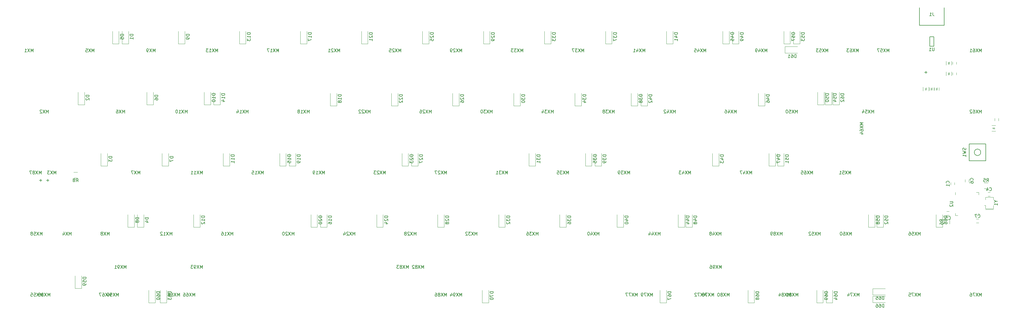
<source format=gbr>
%TF.GenerationSoftware,KiCad,Pcbnew,(5.1.10)-1*%
%TF.CreationDate,2022-05-31T16:30:17+07:00*%
%TF.ProjectId,Leopold Replacement,4c656f70-6f6c-4642-9052-65706c616365,rev?*%
%TF.SameCoordinates,Original*%
%TF.FileFunction,Legend,Bot*%
%TF.FilePolarity,Positive*%
%FSLAX46Y46*%
G04 Gerber Fmt 4.6, Leading zero omitted, Abs format (unit mm)*
G04 Created by KiCad (PCBNEW (5.1.10)-1) date 2022-05-31 16:30:17*
%MOMM*%
%LPD*%
G01*
G04 APERTURE LIST*
%ADD10C,0.120000*%
%ADD11C,0.100000*%
%ADD12C,0.150000*%
%ADD13C,0.200000*%
G04 APERTURE END LIST*
D10*
%TO.C,R4*%
X292404840Y-27214220D02*
X292404840Y-26364220D01*
X291004840Y-27214220D02*
X291004840Y-26364220D01*
D11*
X291504840Y-26539220D02*
X291904840Y-26439220D01*
X291904840Y-27039220D02*
X291504840Y-26939220D01*
X291504840Y-27139220D02*
X291904840Y-27039220D01*
X291504840Y-26939220D02*
X291904840Y-26839220D01*
X291904840Y-26839220D02*
X291504840Y-26739220D01*
X291504840Y-26739220D02*
X291904840Y-26639220D01*
X291904840Y-26639220D02*
X291504840Y-26539220D01*
D10*
%TO.C,R3*%
X294004840Y-27214220D02*
X294004840Y-26364220D01*
X292604840Y-27214220D02*
X292604840Y-26364220D01*
D11*
X293104840Y-26539220D02*
X293504840Y-26439220D01*
X293504840Y-27039220D02*
X293104840Y-26939220D01*
X293104840Y-27139220D02*
X293504840Y-27039220D01*
X293104840Y-26939220D02*
X293504840Y-26839220D01*
X293504840Y-26839220D02*
X293104840Y-26739220D01*
X293104840Y-26739220D02*
X293504840Y-26639220D01*
X293504840Y-26639220D02*
X293104840Y-26539220D01*
D10*
%TO.C,R9*%
X290798892Y-27389220D02*
X290798892Y-26189220D01*
X289038892Y-26189220D02*
X289038892Y-27389220D01*
D11*
X289718892Y-26939220D02*
X290118892Y-27039220D01*
X290118892Y-26839220D02*
X289718892Y-26939220D01*
X290118892Y-26639220D02*
X289718892Y-26739220D01*
X290118892Y-26439220D02*
X289718892Y-26539220D01*
X289718892Y-26539220D02*
X290118892Y-26639220D01*
X290118892Y-27039220D02*
X289718892Y-27139220D01*
X289718892Y-26739220D02*
X290118892Y-26839220D01*
D10*
%TO.C,D46*%
X239720932Y-32015800D02*
X239720932Y-28115800D01*
X237720932Y-32015800D02*
X237720932Y-28115800D01*
X239720932Y-32015800D02*
X237720932Y-32015800D01*
%TO.C,D42*%
X203120932Y-32015800D02*
X203120932Y-28115800D01*
X201120932Y-32015800D02*
X201120932Y-28115800D01*
X203120932Y-32015800D02*
X201120932Y-32015800D01*
%TO.C,D38*%
X200120932Y-32015800D02*
X200120932Y-28115800D01*
X198120932Y-32015800D02*
X198120932Y-28115800D01*
X200120932Y-32015800D02*
X198120932Y-32015800D01*
%TO.C,D34*%
X182570932Y-32015800D02*
X182570932Y-28115800D01*
X180570932Y-32015800D02*
X180570932Y-28115800D01*
X182570932Y-32015800D02*
X180570932Y-32015800D01*
%TO.C,D30*%
X163520932Y-32015800D02*
X163520932Y-28115800D01*
X161520932Y-32015800D02*
X161520932Y-28115800D01*
X163520932Y-32015800D02*
X161520932Y-32015800D01*
%TO.C,D26*%
X144470932Y-32015800D02*
X144470932Y-28115800D01*
X142470932Y-32015800D02*
X142470932Y-28115800D01*
X144470932Y-32015800D02*
X142470932Y-32015800D01*
%TO.C,D22*%
X125420932Y-32015800D02*
X125420932Y-28115800D01*
X123420932Y-32015800D02*
X123420932Y-28115800D01*
X125420932Y-32015800D02*
X123420932Y-32015800D01*
%TO.C,D18*%
X106370932Y-32015800D02*
X106370932Y-28115800D01*
X104370932Y-32015800D02*
X104370932Y-28115800D01*
X106370932Y-32015800D02*
X104370932Y-32015800D01*
%TO.C,D14*%
X70056656Y-31718142D02*
X70056656Y-27818142D01*
X68056656Y-31718142D02*
X68056656Y-27818142D01*
X70056656Y-31718142D02*
X68056656Y-31718142D01*
%TO.C,D10*%
X67080076Y-31718142D02*
X67080076Y-27818142D01*
X65080076Y-31718142D02*
X65080076Y-27818142D01*
X67080076Y-31718142D02*
X65080076Y-31718142D01*
%TO.C,D6*%
X49220596Y-31718142D02*
X49220596Y-27818142D01*
X47220596Y-31718142D02*
X47220596Y-27818142D01*
X49220596Y-31718142D02*
X47220596Y-31718142D01*
%TO.C,D2*%
X27789220Y-31718142D02*
X27789220Y-27818142D01*
X25789220Y-31718142D02*
X25789220Y-27818142D01*
X27789220Y-31718142D02*
X25789220Y-31718142D01*
%TO.C,D50*%
X258176512Y-31718142D02*
X256176512Y-31718142D01*
X256176512Y-31718142D02*
X256176512Y-27818142D01*
X258176512Y-31718142D02*
X258176512Y-27818142D01*
%TO.C,D51*%
X245674876Y-50768254D02*
X243674876Y-50768254D01*
X243674876Y-50768254D02*
X243674876Y-46868254D01*
X245674876Y-50768254D02*
X245674876Y-46868254D01*
%TO.C,D61*%
X245996772Y-15585242D02*
X245996772Y-13585242D01*
X245996772Y-13585242D02*
X249896772Y-13585242D01*
X245996772Y-15585242D02*
X249896772Y-15585242D01*
%TO.C,D62*%
X262939040Y-31718142D02*
X260939040Y-31718142D01*
X260939040Y-31718142D02*
X260939040Y-27818142D01*
X262939040Y-31718142D02*
X262939040Y-27818142D01*
%TO.C,R7*%
X311652610Y-38113198D02*
X310452610Y-38113198D01*
X310452610Y-39873198D02*
X311652610Y-39873198D01*
D11*
X311202610Y-39193198D02*
X311302610Y-38793198D01*
X311102610Y-38793198D02*
X311202610Y-39193198D01*
X310902610Y-38793198D02*
X311002610Y-39193198D01*
X310702610Y-38793198D02*
X310802610Y-39193198D01*
X310802610Y-39193198D02*
X310902610Y-38793198D01*
X311302610Y-38793198D02*
X311402610Y-39193198D01*
X311002610Y-39193198D02*
X311102610Y-38793198D01*
%TO.C,R2*%
X297262684Y-22076692D02*
X296862684Y-21976692D01*
X296862684Y-21776692D02*
X297262684Y-21676692D01*
X297262684Y-22276692D02*
X296862684Y-22176692D01*
X296862684Y-22376692D02*
X297262684Y-22276692D01*
X296862684Y-22176692D02*
X297262684Y-22076692D01*
X296862684Y-21976692D02*
X297262684Y-21876692D01*
X297262684Y-21876692D02*
X296862684Y-21776692D01*
D10*
X297942684Y-22626692D02*
X297942684Y-21426692D01*
X296182684Y-21426692D02*
X296182684Y-22626692D01*
%TO.C,R1*%
X297942684Y-19352454D02*
X297942684Y-18152454D01*
X296182684Y-18152454D02*
X296182684Y-19352454D01*
D11*
X296862684Y-18902454D02*
X297262684Y-19002454D01*
X297262684Y-18802454D02*
X296862684Y-18902454D01*
X297262684Y-18602454D02*
X296862684Y-18702454D01*
X297262684Y-18402454D02*
X296862684Y-18502454D01*
X296862684Y-18502454D02*
X297262684Y-18602454D01*
X297262684Y-19002454D02*
X296862684Y-19102454D01*
X296862684Y-18702454D02*
X297262684Y-18802454D01*
D10*
%TO.C,C8*%
X311345584Y-35964276D02*
X311345584Y-36664276D01*
X312545584Y-36664276D02*
X312545584Y-35964276D01*
%TO.C,C3*%
X298248632Y-21676692D02*
X298248632Y-22376692D01*
X299448632Y-22376692D02*
X299448632Y-21676692D01*
%TO.C,C2*%
X298248632Y-18402454D02*
X298248632Y-19102454D01*
X299448632Y-19102454D02*
X299448632Y-18402454D01*
%TO.C,C6*%
X303318186Y-55714388D02*
X303318186Y-55014388D01*
X302118186Y-55014388D02*
X302118186Y-55714388D01*
%TO.C,D3*%
X34934244Y-50768254D02*
X32934244Y-50768254D01*
X32934244Y-50768254D02*
X32934244Y-46868254D01*
X34934244Y-50768254D02*
X34934244Y-46868254D01*
%TO.C,D7*%
X53984244Y-50768254D02*
X51984244Y-50768254D01*
X51984244Y-50768254D02*
X51984244Y-46868254D01*
X53984244Y-50768254D02*
X53984244Y-46868254D01*
%TO.C,D43*%
X225434244Y-50768254D02*
X223434244Y-50768254D01*
X223434244Y-50768254D02*
X223434244Y-46868254D01*
X225434244Y-50768254D02*
X225434244Y-46868254D01*
%TO.C,D31*%
X168284244Y-50768254D02*
X166284244Y-50768254D01*
X166284244Y-50768254D02*
X166284244Y-46868254D01*
X168284244Y-50768254D02*
X168284244Y-46868254D01*
%TO.C,D27*%
X131684244Y-50768254D02*
X129684244Y-50768254D01*
X129684244Y-50768254D02*
X129684244Y-46868254D01*
X131684244Y-50768254D02*
X131684244Y-46868254D01*
%TO.C,D11*%
X73034244Y-50768254D02*
X71034244Y-50768254D01*
X71034244Y-50768254D02*
X71034244Y-46868254D01*
X73034244Y-50768254D02*
X73034244Y-46868254D01*
%TO.C,D23*%
X128684244Y-50768254D02*
X126684244Y-50768254D01*
X126684244Y-50768254D02*
X126684244Y-46868254D01*
X128684244Y-50768254D02*
X128684244Y-46868254D01*
%TO.C,D35*%
X185834244Y-50768254D02*
X183834244Y-50768254D01*
X183834244Y-50768254D02*
X183834244Y-46868254D01*
X185834244Y-50768254D02*
X185834244Y-46868254D01*
%TO.C,D15*%
X90584244Y-50768254D02*
X88584244Y-50768254D01*
X88584244Y-50768254D02*
X88584244Y-46868254D01*
X90584244Y-50768254D02*
X90584244Y-46868254D01*
%TO.C,D39*%
X188834244Y-50768254D02*
X186834244Y-50768254D01*
X186834244Y-50768254D02*
X186834244Y-46868254D01*
X188834244Y-50768254D02*
X188834244Y-46868254D01*
%TO.C,D47*%
X242995954Y-50768254D02*
X240995954Y-50768254D01*
X240995954Y-50768254D02*
X240995954Y-46868254D01*
X242995954Y-50768254D02*
X242995954Y-46868254D01*
%TO.C,D19*%
X93584244Y-50768254D02*
X91584244Y-50768254D01*
X91584244Y-50768254D02*
X91584244Y-46868254D01*
X93584244Y-50768254D02*
X93584244Y-46868254D01*
%TO.C,Y1*%
X308518186Y-60457760D02*
X308518186Y-61257760D01*
X310918186Y-60457760D02*
X308918186Y-60457760D01*
X310918186Y-61257760D02*
X310918186Y-60457760D01*
X310918186Y-64057760D02*
X310918186Y-63057760D01*
X308918186Y-64057760D02*
X310918186Y-64057760D01*
X308518186Y-63057760D02*
X308518186Y-64057760D01*
X308518186Y-63057760D02*
X308118186Y-63057760D01*
X310918186Y-64257760D02*
X308918186Y-64257760D01*
X308918186Y-60457760D02*
X308518186Y-60457760D01*
X308918186Y-64057760D02*
X308518186Y-64057760D01*
X308918186Y-64257760D02*
X308518186Y-64257760D01*
D12*
%TO.C,J1*%
X287900000Y-6950000D02*
X295600000Y-6950000D01*
X295600000Y-1500000D02*
X295600000Y-6950000D01*
X287900000Y-1500000D02*
X287900000Y-6950000D01*
D10*
%TO.C,D44*%
X214717367Y-69785000D02*
X212717367Y-69785000D01*
X212717367Y-69785000D02*
X212717367Y-65885000D01*
X214717367Y-69785000D02*
X214717367Y-65885000D01*
%TO.C,D40*%
X195707367Y-69785000D02*
X193707367Y-69785000D01*
X193707367Y-69785000D02*
X193707367Y-65885000D01*
X195707367Y-69785000D02*
X195707367Y-65885000D01*
D12*
%TO.C,U1*%
X291100000Y-10550000D02*
X291100000Y-13450000D01*
X291100000Y-10550000D02*
X292400000Y-10550000D01*
X292400000Y-10550000D02*
X292400000Y-13450000D01*
X292400000Y-13450000D02*
X291100000Y-13450000D01*
D10*
%TO.C,D70*%
X153698554Y-93333348D02*
X151698554Y-93333348D01*
X151698554Y-93333348D02*
X151698554Y-89433348D01*
X153698554Y-93333348D02*
X153698554Y-89433348D01*
%TO.C,D69*%
X257878854Y-93333348D02*
X255878854Y-93333348D01*
X255878854Y-93333348D02*
X255878854Y-89433348D01*
X257878854Y-93333348D02*
X257878854Y-89433348D01*
%TO.C,D68*%
X236447478Y-93333348D02*
X234447478Y-93333348D01*
X234447478Y-93333348D02*
X234447478Y-89433348D01*
X236447478Y-93333348D02*
X236447478Y-89433348D01*
%TO.C,D67*%
X209062942Y-93333348D02*
X207062942Y-93333348D01*
X207062942Y-93333348D02*
X207062942Y-89433348D01*
X209062942Y-93333348D02*
X209062942Y-89433348D01*
%TO.C,D66*%
X273381308Y-93273980D02*
X273381308Y-91273980D01*
X273381308Y-91273980D02*
X277281308Y-91273980D01*
X273381308Y-93273980D02*
X277281308Y-93273980D01*
%TO.C,D65*%
X273381308Y-90892716D02*
X273381308Y-88892716D01*
X273381308Y-88892716D02*
X277281308Y-88892716D01*
X273381308Y-90892716D02*
X277281308Y-90892716D01*
%TO.C,D64*%
X260855434Y-93333348D02*
X258855434Y-93333348D01*
X258855434Y-93333348D02*
X258855434Y-89433348D01*
X260855434Y-93333348D02*
X260855434Y-89433348D01*
%TO.C,D63*%
X53387808Y-93333348D02*
X51387808Y-93333348D01*
X51387808Y-93333348D02*
X51387808Y-89433348D01*
X53387808Y-93333348D02*
X53387808Y-89433348D01*
%TO.C,D60*%
X49815912Y-93333348D02*
X47815912Y-93333348D01*
X47815912Y-93333348D02*
X47815912Y-89433348D01*
X49815912Y-93333348D02*
X49815912Y-89433348D01*
%TO.C,D59*%
X26844500Y-88868478D02*
X24844500Y-88868478D01*
X24844500Y-88868478D02*
X24844500Y-84968478D01*
X26844500Y-88868478D02*
X26844500Y-84968478D01*
D12*
%TO.C,SW1*%
X307000000Y-46500000D02*
G75*
G03*
X307000000Y-46500000I-1000000J0D01*
G01*
X303400000Y-49100000D02*
X308600000Y-49100000D01*
X303400000Y-43900000D02*
X303400000Y-49100000D01*
X308600000Y-43900000D02*
X303400000Y-43900000D01*
X308600000Y-49100000D02*
X308600000Y-43900000D01*
D10*
%TO.C,D24*%
X120812500Y-69785000D02*
X118812500Y-69785000D01*
X118812500Y-69785000D02*
X118812500Y-65885000D01*
X120812500Y-69785000D02*
X120812500Y-65885000D01*
%TO.C,D20*%
X100302500Y-69785000D02*
X98302500Y-69785000D01*
X98302500Y-69785000D02*
X98302500Y-65885000D01*
X100302500Y-69785000D02*
X100302500Y-65885000D01*
%TO.C,D28*%
X139822500Y-69785000D02*
X137822500Y-69785000D01*
X137822500Y-69785000D02*
X137822500Y-65885000D01*
X139822500Y-69785000D02*
X139822500Y-65885000D01*
%TO.C,D12*%
X63782500Y-69785000D02*
X61782500Y-69785000D01*
X61782500Y-69785000D02*
X61782500Y-65885000D01*
X63782500Y-69785000D02*
X63782500Y-65885000D01*
%TO.C,D16*%
X103302500Y-69785000D02*
X101302500Y-69785000D01*
X101302500Y-69785000D02*
X101302500Y-65885000D01*
X103302500Y-69785000D02*
X103302500Y-65885000D01*
%TO.C,D4*%
X46272500Y-69785000D02*
X44272500Y-69785000D01*
X44272500Y-69785000D02*
X44272500Y-65885000D01*
X46272500Y-69785000D02*
X46272500Y-65885000D01*
%TO.C,D8*%
X43272500Y-69785000D02*
X41272500Y-69785000D01*
X41272500Y-69785000D02*
X41272500Y-65885000D01*
X43272500Y-69785000D02*
X43272500Y-65885000D01*
%TO.C,D36*%
X177842500Y-69785000D02*
X175842500Y-69785000D01*
X175842500Y-69785000D02*
X175842500Y-65885000D01*
X177842500Y-69785000D02*
X177842500Y-65885000D01*
%TO.C,D32*%
X158832500Y-69785000D02*
X156832500Y-69785000D01*
X156832500Y-69785000D02*
X156832500Y-65885000D01*
X158832500Y-69785000D02*
X158832500Y-65885000D01*
%TO.C,D58*%
X274018750Y-69785000D02*
X274018750Y-65885000D01*
X272018750Y-69785000D02*
X272018750Y-65885000D01*
X274018750Y-69785000D02*
X272018750Y-69785000D01*
%TO.C,D52*%
X276629919Y-69785000D02*
X274629919Y-69785000D01*
X274629919Y-69785000D02*
X274629919Y-65885000D01*
X276629919Y-69785000D02*
X276629919Y-65885000D01*
%TO.C,D48*%
X217098619Y-69785000D02*
X215098619Y-69785000D01*
X215098619Y-69785000D02*
X215098619Y-65885000D01*
X217098619Y-69785000D02*
X217098619Y-65885000D01*
%TO.C,D56*%
X295084622Y-69785000D02*
X295084622Y-65885000D01*
X293084622Y-69785000D02*
X293084622Y-65885000D01*
X295084622Y-69785000D02*
X293084622Y-69785000D01*
%TO.C,D54*%
X260557776Y-31718142D02*
X258557776Y-31718142D01*
X258557776Y-31718142D02*
X258557776Y-27818142D01*
X260557776Y-31718142D02*
X260557776Y-27818142D01*
%TO.C,R8*%
X24403272Y-54458440D02*
X25603272Y-54458440D01*
X25603272Y-52698440D02*
X24403272Y-52698440D01*
%TO.C,U2*%
X299108186Y-59672760D02*
X299108186Y-58947760D01*
X306328186Y-66167760D02*
X305603186Y-66167760D01*
X306328186Y-65442760D02*
X306328186Y-66167760D01*
X306328186Y-58947760D02*
X305603186Y-58947760D01*
X306328186Y-59672760D02*
X306328186Y-58947760D01*
X299108186Y-66167760D02*
X299833186Y-66167760D01*
X299108186Y-65442760D02*
X299108186Y-66167760D01*
%TO.C,R6*%
X295587368Y-67563682D02*
X295587368Y-68763682D01*
X297347368Y-68763682D02*
X297347368Y-67563682D01*
%TO.C,R5*%
X309271346Y-55972678D02*
X308071346Y-55972678D01*
X308071346Y-57732678D02*
X309271346Y-57732678D01*
%TO.C,D57*%
X247630000Y-12755000D02*
X245630000Y-12755000D01*
X245630000Y-12755000D02*
X245630000Y-8855000D01*
X247630000Y-12755000D02*
X247630000Y-8855000D01*
%TO.C,D53*%
X250630000Y-12755000D02*
X248630000Y-12755000D01*
X248630000Y-12755000D02*
X248630000Y-8855000D01*
X250630000Y-12755000D02*
X250630000Y-8855000D01*
%TO.C,D49*%
X231620000Y-12755000D02*
X229620000Y-12755000D01*
X229620000Y-12755000D02*
X229620000Y-8855000D01*
X231620000Y-12755000D02*
X231620000Y-8855000D01*
%TO.C,D45*%
X228620000Y-12755000D02*
X226620000Y-12755000D01*
X226620000Y-12755000D02*
X226620000Y-8855000D01*
X228620000Y-12755000D02*
X228620000Y-8855000D01*
%TO.C,D41*%
X211110000Y-12755000D02*
X209110000Y-12755000D01*
X209110000Y-12755000D02*
X209110000Y-8855000D01*
X211110000Y-12755000D02*
X211110000Y-8855000D01*
%TO.C,D37*%
X192100000Y-12755000D02*
X190100000Y-12755000D01*
X190100000Y-12755000D02*
X190100000Y-8855000D01*
X192100000Y-12755000D02*
X192100000Y-8855000D01*
%TO.C,D33*%
X173090000Y-12755000D02*
X171090000Y-12755000D01*
X171090000Y-12755000D02*
X171090000Y-8855000D01*
X173090000Y-12755000D02*
X173090000Y-8855000D01*
%TO.C,D29*%
X154080000Y-12755000D02*
X152080000Y-12755000D01*
X152080000Y-12755000D02*
X152080000Y-8855000D01*
X154080000Y-12755000D02*
X154080000Y-8855000D01*
%TO.C,D25*%
X135070000Y-12755000D02*
X133070000Y-12755000D01*
X133070000Y-12755000D02*
X133070000Y-8855000D01*
X135070000Y-12755000D02*
X135070000Y-8855000D01*
%TO.C,D21*%
X116060000Y-12755000D02*
X114060000Y-12755000D01*
X114060000Y-12755000D02*
X114060000Y-8855000D01*
X116060000Y-12755000D02*
X116060000Y-8855000D01*
%TO.C,D17*%
X97050000Y-12755000D02*
X95050000Y-12755000D01*
X95050000Y-12755000D02*
X95050000Y-8855000D01*
X97050000Y-12755000D02*
X97050000Y-8855000D01*
%TO.C,D13*%
X78040000Y-12755000D02*
X76040000Y-12755000D01*
X76040000Y-12755000D02*
X76040000Y-8855000D01*
X78040000Y-12755000D02*
X78040000Y-8855000D01*
%TO.C,D9*%
X59030000Y-12755000D02*
X57030000Y-12755000D01*
X57030000Y-12755000D02*
X57030000Y-8855000D01*
X59030000Y-12755000D02*
X59030000Y-8855000D01*
%TO.C,D5*%
X38520000Y-12755000D02*
X36520000Y-12755000D01*
X36520000Y-12755000D02*
X36520000Y-8855000D01*
X38520000Y-12755000D02*
X38520000Y-8855000D01*
%TO.C,D1*%
X41520000Y-12755000D02*
X39520000Y-12755000D01*
X39520000Y-12755000D02*
X39520000Y-8855000D01*
X41520000Y-12755000D02*
X41520000Y-8855000D01*
%TO.C,C7*%
X306342424Y-67266024D02*
X305642424Y-67266024D01*
X305642424Y-68466024D02*
X306342424Y-68466024D01*
%TO.C,C5*%
X296415026Y-66084760D02*
X297115026Y-66084760D01*
X297115026Y-64884760D02*
X296415026Y-64884760D01*
%TO.C,C4*%
X309914320Y-58931600D02*
X309214320Y-58931600D01*
X309214320Y-60131600D02*
X309914320Y-60131600D01*
%TO.C,C1*%
X297653316Y-55907362D02*
X297653316Y-56607362D01*
X298853316Y-56607362D02*
X298853316Y-55907362D01*
%TO.C,MX96*%
D13*
X226230154Y-82679380D02*
X226230154Y-81679380D01*
X225896821Y-82393666D01*
X225563488Y-81679380D01*
X225563488Y-82679380D01*
X225182535Y-81679380D02*
X224515869Y-82679380D01*
X224515869Y-81679380D02*
X225182535Y-82679380D01*
X224087297Y-82679380D02*
X223896821Y-82679380D01*
X223801583Y-82631761D01*
X223753964Y-82584142D01*
X223658726Y-82441285D01*
X223611107Y-82250809D01*
X223611107Y-81869857D01*
X223658726Y-81774619D01*
X223706345Y-81727000D01*
X223801583Y-81679380D01*
X223992059Y-81679380D01*
X224087297Y-81727000D01*
X224134916Y-81774619D01*
X224182535Y-81869857D01*
X224182535Y-82107952D01*
X224134916Y-82203190D01*
X224087297Y-82250809D01*
X223992059Y-82298428D01*
X223801583Y-82298428D01*
X223706345Y-82250809D01*
X223658726Y-82203190D01*
X223611107Y-82107952D01*
X222753964Y-81679380D02*
X222944440Y-81679380D01*
X223039678Y-81727000D01*
X223087297Y-81774619D01*
X223182535Y-81917476D01*
X223230154Y-82107952D01*
X223230154Y-82488904D01*
X223182535Y-82584142D01*
X223134916Y-82631761D01*
X223039678Y-82679380D01*
X222849202Y-82679380D01*
X222753964Y-82631761D01*
X222706345Y-82584142D01*
X222658726Y-82488904D01*
X222658726Y-82250809D01*
X222706345Y-82155571D01*
X222753964Y-82107952D01*
X222849202Y-82060333D01*
X223039678Y-82060333D01*
X223134916Y-82107952D01*
X223182535Y-82155571D01*
X223230154Y-82250809D01*
%TO.C,MX52*%
X257020904Y-72305380D02*
X257020904Y-71305380D01*
X256687571Y-72019666D01*
X256354238Y-71305380D01*
X256354238Y-72305380D01*
X255973285Y-71305380D02*
X255306619Y-72305380D01*
X255306619Y-71305380D02*
X255973285Y-72305380D01*
X254449476Y-71305380D02*
X254925666Y-71305380D01*
X254973285Y-71781571D01*
X254925666Y-71733952D01*
X254830428Y-71686333D01*
X254592333Y-71686333D01*
X254497095Y-71733952D01*
X254449476Y-71781571D01*
X254401857Y-71876809D01*
X254401857Y-72114904D01*
X254449476Y-72210142D01*
X254497095Y-72257761D01*
X254592333Y-72305380D01*
X254830428Y-72305380D01*
X254925666Y-72257761D01*
X254973285Y-72210142D01*
X254020904Y-71400619D02*
X253973285Y-71353000D01*
X253878047Y-71305380D01*
X253639952Y-71305380D01*
X253544714Y-71353000D01*
X253497095Y-71400619D01*
X253449476Y-71495857D01*
X253449476Y-71591095D01*
X253497095Y-71733952D01*
X254068523Y-72305380D01*
X253449476Y-72305380D01*
%TO.C,MX35*%
X178604404Y-53295380D02*
X178604404Y-52295380D01*
X178271071Y-53009666D01*
X177937738Y-52295380D01*
X177937738Y-53295380D01*
X177556785Y-52295380D02*
X176890119Y-53295380D01*
X176890119Y-52295380D02*
X177556785Y-53295380D01*
X176604404Y-52295380D02*
X175985357Y-52295380D01*
X176318690Y-52676333D01*
X176175833Y-52676333D01*
X176080595Y-52723952D01*
X176032976Y-52771571D01*
X175985357Y-52866809D01*
X175985357Y-53104904D01*
X176032976Y-53200142D01*
X176080595Y-53247761D01*
X176175833Y-53295380D01*
X176461547Y-53295380D01*
X176556785Y-53247761D01*
X176604404Y-53200142D01*
X175080595Y-52295380D02*
X175556785Y-52295380D01*
X175604404Y-52771571D01*
X175556785Y-52723952D01*
X175461547Y-52676333D01*
X175223452Y-52676333D01*
X175128214Y-52723952D01*
X175080595Y-52771571D01*
X175032976Y-52866809D01*
X175032976Y-53104904D01*
X175080595Y-53200142D01*
X175128214Y-53247761D01*
X175223452Y-53295380D01*
X175461547Y-53295380D01*
X175556785Y-53247761D01*
X175604404Y-53200142D01*
%TO.C,D72*%
D12*
X289551547Y-21605428D02*
X290313452Y-21605428D01*
X289932500Y-21986380D02*
X289932500Y-21224476D01*
%TO.C,MX29*%
D13*
X145336904Y-15275380D02*
X145336904Y-14275380D01*
X145003571Y-14989666D01*
X144670238Y-14275380D01*
X144670238Y-15275380D01*
X144289285Y-14275380D02*
X143622619Y-15275380D01*
X143622619Y-14275380D02*
X144289285Y-15275380D01*
X143289285Y-14370619D02*
X143241666Y-14323000D01*
X143146428Y-14275380D01*
X142908333Y-14275380D01*
X142813095Y-14323000D01*
X142765476Y-14370619D01*
X142717857Y-14465857D01*
X142717857Y-14561095D01*
X142765476Y-14703952D01*
X143336904Y-15275380D01*
X142717857Y-15275380D01*
X142241666Y-15275380D02*
X142051190Y-15275380D01*
X141955952Y-15227761D01*
X141908333Y-15180142D01*
X141813095Y-15037285D01*
X141765476Y-14846809D01*
X141765476Y-14465857D01*
X141813095Y-14370619D01*
X141860714Y-14323000D01*
X141955952Y-14275380D01*
X142146428Y-14275380D01*
X142241666Y-14323000D01*
X142289285Y-14370619D01*
X142336904Y-14465857D01*
X142336904Y-14703952D01*
X142289285Y-14799190D01*
X142241666Y-14846809D01*
X142146428Y-14894428D01*
X141955952Y-14894428D01*
X141860714Y-14846809D01*
X141813095Y-14799190D01*
X141765476Y-14703952D01*
%TO.C,D46*%
D12*
X241173312Y-28551514D02*
X240173312Y-28551514D01*
X240173312Y-28789609D01*
X240220932Y-28932466D01*
X240316170Y-29027704D01*
X240411408Y-29075323D01*
X240601884Y-29122942D01*
X240744741Y-29122942D01*
X240935217Y-29075323D01*
X241030455Y-29027704D01*
X241125693Y-28932466D01*
X241173312Y-28789609D01*
X241173312Y-28551514D01*
X240506646Y-29980085D02*
X241173312Y-29980085D01*
X240125693Y-29741990D02*
X240839979Y-29503895D01*
X240839979Y-30122942D01*
X240173312Y-30932466D02*
X240173312Y-30741990D01*
X240220932Y-30646752D01*
X240268551Y-30599133D01*
X240411408Y-30503895D01*
X240601884Y-30456276D01*
X240982836Y-30456276D01*
X241078074Y-30503895D01*
X241125693Y-30551514D01*
X241173312Y-30646752D01*
X241173312Y-30837228D01*
X241125693Y-30932466D01*
X241078074Y-30980085D01*
X240982836Y-31027704D01*
X240744741Y-31027704D01*
X240649503Y-30980085D01*
X240601884Y-30932466D01*
X240554265Y-30837228D01*
X240554265Y-30646752D01*
X240601884Y-30551514D01*
X240649503Y-30503895D01*
X240744741Y-30456276D01*
%TO.C,D42*%
X204573312Y-28551514D02*
X203573312Y-28551514D01*
X203573312Y-28789609D01*
X203620932Y-28932466D01*
X203716170Y-29027704D01*
X203811408Y-29075323D01*
X204001884Y-29122942D01*
X204144741Y-29122942D01*
X204335217Y-29075323D01*
X204430455Y-29027704D01*
X204525693Y-28932466D01*
X204573312Y-28789609D01*
X204573312Y-28551514D01*
X203906646Y-29980085D02*
X204573312Y-29980085D01*
X203525693Y-29741990D02*
X204239979Y-29503895D01*
X204239979Y-30122942D01*
X203668551Y-30456276D02*
X203620932Y-30503895D01*
X203573312Y-30599133D01*
X203573312Y-30837228D01*
X203620932Y-30932466D01*
X203668551Y-30980085D01*
X203763789Y-31027704D01*
X203859027Y-31027704D01*
X204001884Y-30980085D01*
X204573312Y-30408657D01*
X204573312Y-31027704D01*
%TO.C,D38*%
X201573312Y-28551514D02*
X200573312Y-28551514D01*
X200573312Y-28789609D01*
X200620932Y-28932466D01*
X200716170Y-29027704D01*
X200811408Y-29075323D01*
X201001884Y-29122942D01*
X201144741Y-29122942D01*
X201335217Y-29075323D01*
X201430455Y-29027704D01*
X201525693Y-28932466D01*
X201573312Y-28789609D01*
X201573312Y-28551514D01*
X200573312Y-29456276D02*
X200573312Y-30075323D01*
X200954265Y-29741990D01*
X200954265Y-29884847D01*
X201001884Y-29980085D01*
X201049503Y-30027704D01*
X201144741Y-30075323D01*
X201382836Y-30075323D01*
X201478074Y-30027704D01*
X201525693Y-29980085D01*
X201573312Y-29884847D01*
X201573312Y-29599133D01*
X201525693Y-29503895D01*
X201478074Y-29456276D01*
X201001884Y-30646752D02*
X200954265Y-30551514D01*
X200906646Y-30503895D01*
X200811408Y-30456276D01*
X200763789Y-30456276D01*
X200668551Y-30503895D01*
X200620932Y-30551514D01*
X200573312Y-30646752D01*
X200573312Y-30837228D01*
X200620932Y-30932466D01*
X200668551Y-30980085D01*
X200763789Y-31027704D01*
X200811408Y-31027704D01*
X200906646Y-30980085D01*
X200954265Y-30932466D01*
X201001884Y-30837228D01*
X201001884Y-30646752D01*
X201049503Y-30551514D01*
X201097122Y-30503895D01*
X201192360Y-30456276D01*
X201382836Y-30456276D01*
X201478074Y-30503895D01*
X201525693Y-30551514D01*
X201573312Y-30646752D01*
X201573312Y-30837228D01*
X201525693Y-30932466D01*
X201478074Y-30980085D01*
X201382836Y-31027704D01*
X201192360Y-31027704D01*
X201097122Y-30980085D01*
X201049503Y-30932466D01*
X201001884Y-30837228D01*
%TO.C,D34*%
X184023312Y-28551514D02*
X183023312Y-28551514D01*
X183023312Y-28789609D01*
X183070932Y-28932466D01*
X183166170Y-29027704D01*
X183261408Y-29075323D01*
X183451884Y-29122942D01*
X183594741Y-29122942D01*
X183785217Y-29075323D01*
X183880455Y-29027704D01*
X183975693Y-28932466D01*
X184023312Y-28789609D01*
X184023312Y-28551514D01*
X183023312Y-29456276D02*
X183023312Y-30075323D01*
X183404265Y-29741990D01*
X183404265Y-29884847D01*
X183451884Y-29980085D01*
X183499503Y-30027704D01*
X183594741Y-30075323D01*
X183832836Y-30075323D01*
X183928074Y-30027704D01*
X183975693Y-29980085D01*
X184023312Y-29884847D01*
X184023312Y-29599133D01*
X183975693Y-29503895D01*
X183928074Y-29456276D01*
X183356646Y-30932466D02*
X184023312Y-30932466D01*
X182975693Y-30694371D02*
X183689979Y-30456276D01*
X183689979Y-31075323D01*
%TO.C,D30*%
X164973312Y-28551514D02*
X163973312Y-28551514D01*
X163973312Y-28789609D01*
X164020932Y-28932466D01*
X164116170Y-29027704D01*
X164211408Y-29075323D01*
X164401884Y-29122942D01*
X164544741Y-29122942D01*
X164735217Y-29075323D01*
X164830455Y-29027704D01*
X164925693Y-28932466D01*
X164973312Y-28789609D01*
X164973312Y-28551514D01*
X163973312Y-29456276D02*
X163973312Y-30075323D01*
X164354265Y-29741990D01*
X164354265Y-29884847D01*
X164401884Y-29980085D01*
X164449503Y-30027704D01*
X164544741Y-30075323D01*
X164782836Y-30075323D01*
X164878074Y-30027704D01*
X164925693Y-29980085D01*
X164973312Y-29884847D01*
X164973312Y-29599133D01*
X164925693Y-29503895D01*
X164878074Y-29456276D01*
X163973312Y-30694371D02*
X163973312Y-30789609D01*
X164020932Y-30884847D01*
X164068551Y-30932466D01*
X164163789Y-30980085D01*
X164354265Y-31027704D01*
X164592360Y-31027704D01*
X164782836Y-30980085D01*
X164878074Y-30932466D01*
X164925693Y-30884847D01*
X164973312Y-30789609D01*
X164973312Y-30694371D01*
X164925693Y-30599133D01*
X164878074Y-30551514D01*
X164782836Y-30503895D01*
X164592360Y-30456276D01*
X164354265Y-30456276D01*
X164163789Y-30503895D01*
X164068551Y-30551514D01*
X164020932Y-30599133D01*
X163973312Y-30694371D01*
%TO.C,D26*%
X145923312Y-28551514D02*
X144923312Y-28551514D01*
X144923312Y-28789609D01*
X144970932Y-28932466D01*
X145066170Y-29027704D01*
X145161408Y-29075323D01*
X145351884Y-29122942D01*
X145494741Y-29122942D01*
X145685217Y-29075323D01*
X145780455Y-29027704D01*
X145875693Y-28932466D01*
X145923312Y-28789609D01*
X145923312Y-28551514D01*
X145018551Y-29503895D02*
X144970932Y-29551514D01*
X144923312Y-29646752D01*
X144923312Y-29884847D01*
X144970932Y-29980085D01*
X145018551Y-30027704D01*
X145113789Y-30075323D01*
X145209027Y-30075323D01*
X145351884Y-30027704D01*
X145923312Y-29456276D01*
X145923312Y-30075323D01*
X144923312Y-30932466D02*
X144923312Y-30741990D01*
X144970932Y-30646752D01*
X145018551Y-30599133D01*
X145161408Y-30503895D01*
X145351884Y-30456276D01*
X145732836Y-30456276D01*
X145828074Y-30503895D01*
X145875693Y-30551514D01*
X145923312Y-30646752D01*
X145923312Y-30837228D01*
X145875693Y-30932466D01*
X145828074Y-30980085D01*
X145732836Y-31027704D01*
X145494741Y-31027704D01*
X145399503Y-30980085D01*
X145351884Y-30932466D01*
X145304265Y-30837228D01*
X145304265Y-30646752D01*
X145351884Y-30551514D01*
X145399503Y-30503895D01*
X145494741Y-30456276D01*
%TO.C,D22*%
X126873312Y-28551514D02*
X125873312Y-28551514D01*
X125873312Y-28789609D01*
X125920932Y-28932466D01*
X126016170Y-29027704D01*
X126111408Y-29075323D01*
X126301884Y-29122942D01*
X126444741Y-29122942D01*
X126635217Y-29075323D01*
X126730455Y-29027704D01*
X126825693Y-28932466D01*
X126873312Y-28789609D01*
X126873312Y-28551514D01*
X125968551Y-29503895D02*
X125920932Y-29551514D01*
X125873312Y-29646752D01*
X125873312Y-29884847D01*
X125920932Y-29980085D01*
X125968551Y-30027704D01*
X126063789Y-30075323D01*
X126159027Y-30075323D01*
X126301884Y-30027704D01*
X126873312Y-29456276D01*
X126873312Y-30075323D01*
X125968551Y-30456276D02*
X125920932Y-30503895D01*
X125873312Y-30599133D01*
X125873312Y-30837228D01*
X125920932Y-30932466D01*
X125968551Y-30980085D01*
X126063789Y-31027704D01*
X126159027Y-31027704D01*
X126301884Y-30980085D01*
X126873312Y-30408657D01*
X126873312Y-31027704D01*
%TO.C,D18*%
X107823312Y-28551514D02*
X106823312Y-28551514D01*
X106823312Y-28789609D01*
X106870932Y-28932466D01*
X106966170Y-29027704D01*
X107061408Y-29075323D01*
X107251884Y-29122942D01*
X107394741Y-29122942D01*
X107585217Y-29075323D01*
X107680455Y-29027704D01*
X107775693Y-28932466D01*
X107823312Y-28789609D01*
X107823312Y-28551514D01*
X107823312Y-30075323D02*
X107823312Y-29503895D01*
X107823312Y-29789609D02*
X106823312Y-29789609D01*
X106966170Y-29694371D01*
X107061408Y-29599133D01*
X107109027Y-29503895D01*
X107251884Y-30646752D02*
X107204265Y-30551514D01*
X107156646Y-30503895D01*
X107061408Y-30456276D01*
X107013789Y-30456276D01*
X106918551Y-30503895D01*
X106870932Y-30551514D01*
X106823312Y-30646752D01*
X106823312Y-30837228D01*
X106870932Y-30932466D01*
X106918551Y-30980085D01*
X107013789Y-31027704D01*
X107061408Y-31027704D01*
X107156646Y-30980085D01*
X107204265Y-30932466D01*
X107251884Y-30837228D01*
X107251884Y-30646752D01*
X107299503Y-30551514D01*
X107347122Y-30503895D01*
X107442360Y-30456276D01*
X107632836Y-30456276D01*
X107728074Y-30503895D01*
X107775693Y-30551514D01*
X107823312Y-30646752D01*
X107823312Y-30837228D01*
X107775693Y-30932466D01*
X107728074Y-30980085D01*
X107632836Y-31027704D01*
X107442360Y-31027704D01*
X107347122Y-30980085D01*
X107299503Y-30932466D01*
X107251884Y-30837228D01*
%TO.C,D14*%
X71509036Y-28253856D02*
X70509036Y-28253856D01*
X70509036Y-28491951D01*
X70556656Y-28634808D01*
X70651894Y-28730046D01*
X70747132Y-28777665D01*
X70937608Y-28825284D01*
X71080465Y-28825284D01*
X71270941Y-28777665D01*
X71366179Y-28730046D01*
X71461417Y-28634808D01*
X71509036Y-28491951D01*
X71509036Y-28253856D01*
X71509036Y-29777665D02*
X71509036Y-29206237D01*
X71509036Y-29491951D02*
X70509036Y-29491951D01*
X70651894Y-29396713D01*
X70747132Y-29301475D01*
X70794751Y-29206237D01*
X70842370Y-30634808D02*
X71509036Y-30634808D01*
X70461417Y-30396713D02*
X71175703Y-30158618D01*
X71175703Y-30777665D01*
%TO.C,D10*%
X68532456Y-28253856D02*
X67532456Y-28253856D01*
X67532456Y-28491951D01*
X67580076Y-28634808D01*
X67675314Y-28730046D01*
X67770552Y-28777665D01*
X67961028Y-28825284D01*
X68103885Y-28825284D01*
X68294361Y-28777665D01*
X68389599Y-28730046D01*
X68484837Y-28634808D01*
X68532456Y-28491951D01*
X68532456Y-28253856D01*
X68532456Y-29777665D02*
X68532456Y-29206237D01*
X68532456Y-29491951D02*
X67532456Y-29491951D01*
X67675314Y-29396713D01*
X67770552Y-29301475D01*
X67818171Y-29206237D01*
X67532456Y-30396713D02*
X67532456Y-30491951D01*
X67580076Y-30587189D01*
X67627695Y-30634808D01*
X67722933Y-30682427D01*
X67913409Y-30730046D01*
X68151504Y-30730046D01*
X68341980Y-30682427D01*
X68437218Y-30634808D01*
X68484837Y-30587189D01*
X68532456Y-30491951D01*
X68532456Y-30396713D01*
X68484837Y-30301475D01*
X68437218Y-30253856D01*
X68341980Y-30206237D01*
X68151504Y-30158618D01*
X67913409Y-30158618D01*
X67722933Y-30206237D01*
X67627695Y-30253856D01*
X67580076Y-30301475D01*
X67532456Y-30396713D01*
%TO.C,D6*%
X50672976Y-28730046D02*
X49672976Y-28730046D01*
X49672976Y-28968142D01*
X49720596Y-29110999D01*
X49815834Y-29206237D01*
X49911072Y-29253856D01*
X50101548Y-29301475D01*
X50244405Y-29301475D01*
X50434881Y-29253856D01*
X50530119Y-29206237D01*
X50625357Y-29110999D01*
X50672976Y-28968142D01*
X50672976Y-28730046D01*
X49672976Y-30158618D02*
X49672976Y-29968142D01*
X49720596Y-29872903D01*
X49768215Y-29825284D01*
X49911072Y-29730046D01*
X50101548Y-29682427D01*
X50482500Y-29682427D01*
X50577738Y-29730046D01*
X50625357Y-29777665D01*
X50672976Y-29872903D01*
X50672976Y-30063380D01*
X50625357Y-30158618D01*
X50577738Y-30206237D01*
X50482500Y-30253856D01*
X50244405Y-30253856D01*
X50149167Y-30206237D01*
X50101548Y-30158618D01*
X50053929Y-30063380D01*
X50053929Y-29872903D01*
X50101548Y-29777665D01*
X50149167Y-29730046D01*
X50244405Y-29682427D01*
%TO.C,D2*%
X29241600Y-28730046D02*
X28241600Y-28730046D01*
X28241600Y-28968142D01*
X28289220Y-29110999D01*
X28384458Y-29206237D01*
X28479696Y-29253856D01*
X28670172Y-29301475D01*
X28813029Y-29301475D01*
X29003505Y-29253856D01*
X29098743Y-29206237D01*
X29193981Y-29110999D01*
X29241600Y-28968142D01*
X29241600Y-28730046D01*
X28336839Y-29682427D02*
X28289220Y-29730046D01*
X28241600Y-29825284D01*
X28241600Y-30063380D01*
X28289220Y-30158618D01*
X28336839Y-30206237D01*
X28432077Y-30253856D01*
X28527315Y-30253856D01*
X28670172Y-30206237D01*
X29241600Y-29634808D01*
X29241600Y-30253856D01*
%TO.C,D50*%
X259628892Y-28253856D02*
X258628892Y-28253856D01*
X258628892Y-28491951D01*
X258676512Y-28634808D01*
X258771750Y-28730046D01*
X258866988Y-28777665D01*
X259057464Y-28825284D01*
X259200321Y-28825284D01*
X259390797Y-28777665D01*
X259486035Y-28730046D01*
X259581273Y-28634808D01*
X259628892Y-28491951D01*
X259628892Y-28253856D01*
X258628892Y-29730046D02*
X258628892Y-29253856D01*
X259105083Y-29206237D01*
X259057464Y-29253856D01*
X259009845Y-29349094D01*
X259009845Y-29587189D01*
X259057464Y-29682427D01*
X259105083Y-29730046D01*
X259200321Y-29777665D01*
X259438416Y-29777665D01*
X259533654Y-29730046D01*
X259581273Y-29682427D01*
X259628892Y-29587189D01*
X259628892Y-29349094D01*
X259581273Y-29253856D01*
X259533654Y-29206237D01*
X258628892Y-30396713D02*
X258628892Y-30491951D01*
X258676512Y-30587189D01*
X258724131Y-30634808D01*
X258819369Y-30682427D01*
X259009845Y-30730046D01*
X259247940Y-30730046D01*
X259438416Y-30682427D01*
X259533654Y-30634808D01*
X259581273Y-30587189D01*
X259628892Y-30491951D01*
X259628892Y-30396713D01*
X259581273Y-30301475D01*
X259533654Y-30253856D01*
X259438416Y-30206237D01*
X259247940Y-30158618D01*
X259009845Y-30158618D01*
X258819369Y-30206237D01*
X258724131Y-30253856D01*
X258676512Y-30301475D01*
X258628892Y-30396713D01*
%TO.C,D51*%
X247127256Y-47303968D02*
X246127256Y-47303968D01*
X246127256Y-47542063D01*
X246174876Y-47684920D01*
X246270114Y-47780158D01*
X246365352Y-47827777D01*
X246555828Y-47875396D01*
X246698685Y-47875396D01*
X246889161Y-47827777D01*
X246984399Y-47780158D01*
X247079637Y-47684920D01*
X247127256Y-47542063D01*
X247127256Y-47303968D01*
X246127256Y-48780158D02*
X246127256Y-48303968D01*
X246603447Y-48256349D01*
X246555828Y-48303968D01*
X246508209Y-48399206D01*
X246508209Y-48637301D01*
X246555828Y-48732539D01*
X246603447Y-48780158D01*
X246698685Y-48827777D01*
X246936780Y-48827777D01*
X247032018Y-48780158D01*
X247079637Y-48732539D01*
X247127256Y-48637301D01*
X247127256Y-48399206D01*
X247079637Y-48303968D01*
X247032018Y-48256349D01*
X247127256Y-49780158D02*
X247127256Y-49208730D01*
X247127256Y-49494444D02*
X246127256Y-49494444D01*
X246270114Y-49399206D01*
X246365352Y-49303968D01*
X246412971Y-49208730D01*
%TO.C,D61*%
X249461057Y-17037622D02*
X249461057Y-16037622D01*
X249222962Y-16037622D01*
X249080105Y-16085242D01*
X248984867Y-16180480D01*
X248937248Y-16275718D01*
X248889629Y-16466194D01*
X248889629Y-16609051D01*
X248937248Y-16799527D01*
X248984867Y-16894765D01*
X249080105Y-16990003D01*
X249222962Y-17037622D01*
X249461057Y-17037622D01*
X248032486Y-16037622D02*
X248222962Y-16037622D01*
X248318200Y-16085242D01*
X248365819Y-16132861D01*
X248461057Y-16275718D01*
X248508676Y-16466194D01*
X248508676Y-16847146D01*
X248461057Y-16942384D01*
X248413438Y-16990003D01*
X248318200Y-17037622D01*
X248127724Y-17037622D01*
X248032486Y-16990003D01*
X247984867Y-16942384D01*
X247937248Y-16847146D01*
X247937248Y-16609051D01*
X247984867Y-16513813D01*
X248032486Y-16466194D01*
X248127724Y-16418575D01*
X248318200Y-16418575D01*
X248413438Y-16466194D01*
X248461057Y-16513813D01*
X248508676Y-16609051D01*
X246984867Y-17037622D02*
X247556295Y-17037622D01*
X247270581Y-17037622D02*
X247270581Y-16037622D01*
X247365819Y-16180480D01*
X247461057Y-16275718D01*
X247556295Y-16323337D01*
%TO.C,D62*%
X264391420Y-28253856D02*
X263391420Y-28253856D01*
X263391420Y-28491951D01*
X263439040Y-28634808D01*
X263534278Y-28730046D01*
X263629516Y-28777665D01*
X263819992Y-28825284D01*
X263962849Y-28825284D01*
X264153325Y-28777665D01*
X264248563Y-28730046D01*
X264343801Y-28634808D01*
X264391420Y-28491951D01*
X264391420Y-28253856D01*
X263391420Y-29682427D02*
X263391420Y-29491951D01*
X263439040Y-29396713D01*
X263486659Y-29349094D01*
X263629516Y-29253856D01*
X263819992Y-29206237D01*
X264200944Y-29206237D01*
X264296182Y-29253856D01*
X264343801Y-29301475D01*
X264391420Y-29396713D01*
X264391420Y-29587189D01*
X264343801Y-29682427D01*
X264296182Y-29730046D01*
X264200944Y-29777665D01*
X263962849Y-29777665D01*
X263867611Y-29730046D01*
X263819992Y-29682427D01*
X263772373Y-29587189D01*
X263772373Y-29396713D01*
X263819992Y-29301475D01*
X263867611Y-29253856D01*
X263962849Y-29206237D01*
X263486659Y-30158618D02*
X263439040Y-30206237D01*
X263391420Y-30301475D01*
X263391420Y-30539570D01*
X263439040Y-30634808D01*
X263486659Y-30682427D01*
X263581897Y-30730046D01*
X263677135Y-30730046D01*
X263819992Y-30682427D01*
X264391420Y-30110999D01*
X264391420Y-30730046D01*
%TO.C,MX51*%
D13*
X266525904Y-53295380D02*
X266525904Y-52295380D01*
X266192571Y-53009666D01*
X265859238Y-52295380D01*
X265859238Y-53295380D01*
X265478285Y-52295380D02*
X264811619Y-53295380D01*
X264811619Y-52295380D02*
X265478285Y-53295380D01*
X263954476Y-52295380D02*
X264430666Y-52295380D01*
X264478285Y-52771571D01*
X264430666Y-52723952D01*
X264335428Y-52676333D01*
X264097333Y-52676333D01*
X264002095Y-52723952D01*
X263954476Y-52771571D01*
X263906857Y-52866809D01*
X263906857Y-53104904D01*
X263954476Y-53200142D01*
X264002095Y-53247761D01*
X264097333Y-53295380D01*
X264335428Y-53295380D01*
X264430666Y-53247761D01*
X264478285Y-53200142D01*
X262954476Y-53295380D02*
X263525904Y-53295380D01*
X263240190Y-53295380D02*
X263240190Y-52295380D01*
X263335428Y-52438238D01*
X263430666Y-52533476D01*
X263525904Y-52581095D01*
%TO.C,C6*%
D12*
X304575328Y-55197721D02*
X304622947Y-55150102D01*
X304670566Y-55007245D01*
X304670566Y-54912007D01*
X304622947Y-54769149D01*
X304527709Y-54673911D01*
X304432471Y-54626292D01*
X304241995Y-54578673D01*
X304099138Y-54578673D01*
X303908662Y-54626292D01*
X303813424Y-54673911D01*
X303718186Y-54769149D01*
X303670566Y-54912007D01*
X303670566Y-55007245D01*
X303718186Y-55150102D01*
X303765805Y-55197721D01*
X303670566Y-56054864D02*
X303670566Y-55864388D01*
X303718186Y-55769149D01*
X303765805Y-55721530D01*
X303908662Y-55626292D01*
X304099138Y-55578673D01*
X304480090Y-55578673D01*
X304575328Y-55626292D01*
X304622947Y-55673911D01*
X304670566Y-55769149D01*
X304670566Y-55959626D01*
X304622947Y-56054864D01*
X304575328Y-56102483D01*
X304480090Y-56150102D01*
X304241995Y-56150102D01*
X304146757Y-56102483D01*
X304099138Y-56054864D01*
X304051519Y-55959626D01*
X304051519Y-55769149D01*
X304099138Y-55673911D01*
X304146757Y-55626292D01*
X304241995Y-55578673D01*
%TO.C,D3*%
X36386624Y-47780158D02*
X35386624Y-47780158D01*
X35386624Y-48018254D01*
X35434244Y-48161111D01*
X35529482Y-48256349D01*
X35624720Y-48303968D01*
X35815196Y-48351587D01*
X35958053Y-48351587D01*
X36148529Y-48303968D01*
X36243767Y-48256349D01*
X36339005Y-48161111D01*
X36386624Y-48018254D01*
X36386624Y-47780158D01*
X35386624Y-48684920D02*
X35386624Y-49303968D01*
X35767577Y-48970634D01*
X35767577Y-49113492D01*
X35815196Y-49208730D01*
X35862815Y-49256349D01*
X35958053Y-49303968D01*
X36196148Y-49303968D01*
X36291386Y-49256349D01*
X36339005Y-49208730D01*
X36386624Y-49113492D01*
X36386624Y-48827777D01*
X36339005Y-48732539D01*
X36291386Y-48684920D01*
%TO.C,D7*%
X55436624Y-47780158D02*
X54436624Y-47780158D01*
X54436624Y-48018254D01*
X54484244Y-48161111D01*
X54579482Y-48256349D01*
X54674720Y-48303968D01*
X54865196Y-48351587D01*
X55008053Y-48351587D01*
X55198529Y-48303968D01*
X55293767Y-48256349D01*
X55389005Y-48161111D01*
X55436624Y-48018254D01*
X55436624Y-47780158D01*
X54436624Y-48684920D02*
X54436624Y-49351587D01*
X55436624Y-48923015D01*
%TO.C,D43*%
X226886624Y-47303968D02*
X225886624Y-47303968D01*
X225886624Y-47542063D01*
X225934244Y-47684920D01*
X226029482Y-47780158D01*
X226124720Y-47827777D01*
X226315196Y-47875396D01*
X226458053Y-47875396D01*
X226648529Y-47827777D01*
X226743767Y-47780158D01*
X226839005Y-47684920D01*
X226886624Y-47542063D01*
X226886624Y-47303968D01*
X226219958Y-48732539D02*
X226886624Y-48732539D01*
X225839005Y-48494444D02*
X226553291Y-48256349D01*
X226553291Y-48875396D01*
X225886624Y-49161111D02*
X225886624Y-49780158D01*
X226267577Y-49446825D01*
X226267577Y-49589682D01*
X226315196Y-49684920D01*
X226362815Y-49732539D01*
X226458053Y-49780158D01*
X226696148Y-49780158D01*
X226791386Y-49732539D01*
X226839005Y-49684920D01*
X226886624Y-49589682D01*
X226886624Y-49303968D01*
X226839005Y-49208730D01*
X226791386Y-49161111D01*
%TO.C,D31*%
X169736624Y-47303968D02*
X168736624Y-47303968D01*
X168736624Y-47542063D01*
X168784244Y-47684920D01*
X168879482Y-47780158D01*
X168974720Y-47827777D01*
X169165196Y-47875396D01*
X169308053Y-47875396D01*
X169498529Y-47827777D01*
X169593767Y-47780158D01*
X169689005Y-47684920D01*
X169736624Y-47542063D01*
X169736624Y-47303968D01*
X168736624Y-48208730D02*
X168736624Y-48827777D01*
X169117577Y-48494444D01*
X169117577Y-48637301D01*
X169165196Y-48732539D01*
X169212815Y-48780158D01*
X169308053Y-48827777D01*
X169546148Y-48827777D01*
X169641386Y-48780158D01*
X169689005Y-48732539D01*
X169736624Y-48637301D01*
X169736624Y-48351587D01*
X169689005Y-48256349D01*
X169641386Y-48208730D01*
X169736624Y-49780158D02*
X169736624Y-49208730D01*
X169736624Y-49494444D02*
X168736624Y-49494444D01*
X168879482Y-49399206D01*
X168974720Y-49303968D01*
X169022339Y-49208730D01*
%TO.C,D27*%
X133136624Y-47303968D02*
X132136624Y-47303968D01*
X132136624Y-47542063D01*
X132184244Y-47684920D01*
X132279482Y-47780158D01*
X132374720Y-47827777D01*
X132565196Y-47875396D01*
X132708053Y-47875396D01*
X132898529Y-47827777D01*
X132993767Y-47780158D01*
X133089005Y-47684920D01*
X133136624Y-47542063D01*
X133136624Y-47303968D01*
X132231863Y-48256349D02*
X132184244Y-48303968D01*
X132136624Y-48399206D01*
X132136624Y-48637301D01*
X132184244Y-48732539D01*
X132231863Y-48780158D01*
X132327101Y-48827777D01*
X132422339Y-48827777D01*
X132565196Y-48780158D01*
X133136624Y-48208730D01*
X133136624Y-48827777D01*
X132136624Y-49161111D02*
X132136624Y-49827777D01*
X133136624Y-49399206D01*
%TO.C,D11*%
X74486624Y-47303968D02*
X73486624Y-47303968D01*
X73486624Y-47542063D01*
X73534244Y-47684920D01*
X73629482Y-47780158D01*
X73724720Y-47827777D01*
X73915196Y-47875396D01*
X74058053Y-47875396D01*
X74248529Y-47827777D01*
X74343767Y-47780158D01*
X74439005Y-47684920D01*
X74486624Y-47542063D01*
X74486624Y-47303968D01*
X74486624Y-48827777D02*
X74486624Y-48256349D01*
X74486624Y-48542063D02*
X73486624Y-48542063D01*
X73629482Y-48446825D01*
X73724720Y-48351587D01*
X73772339Y-48256349D01*
X74486624Y-49780158D02*
X74486624Y-49208730D01*
X74486624Y-49494444D02*
X73486624Y-49494444D01*
X73629482Y-49399206D01*
X73724720Y-49303968D01*
X73772339Y-49208730D01*
%TO.C,D23*%
X130136624Y-47303968D02*
X129136624Y-47303968D01*
X129136624Y-47542063D01*
X129184244Y-47684920D01*
X129279482Y-47780158D01*
X129374720Y-47827777D01*
X129565196Y-47875396D01*
X129708053Y-47875396D01*
X129898529Y-47827777D01*
X129993767Y-47780158D01*
X130089005Y-47684920D01*
X130136624Y-47542063D01*
X130136624Y-47303968D01*
X129231863Y-48256349D02*
X129184244Y-48303968D01*
X129136624Y-48399206D01*
X129136624Y-48637301D01*
X129184244Y-48732539D01*
X129231863Y-48780158D01*
X129327101Y-48827777D01*
X129422339Y-48827777D01*
X129565196Y-48780158D01*
X130136624Y-48208730D01*
X130136624Y-48827777D01*
X129136624Y-49161111D02*
X129136624Y-49780158D01*
X129517577Y-49446825D01*
X129517577Y-49589682D01*
X129565196Y-49684920D01*
X129612815Y-49732539D01*
X129708053Y-49780158D01*
X129946148Y-49780158D01*
X130041386Y-49732539D01*
X130089005Y-49684920D01*
X130136624Y-49589682D01*
X130136624Y-49303968D01*
X130089005Y-49208730D01*
X130041386Y-49161111D01*
%TO.C,D35*%
X187286624Y-47303968D02*
X186286624Y-47303968D01*
X186286624Y-47542063D01*
X186334244Y-47684920D01*
X186429482Y-47780158D01*
X186524720Y-47827777D01*
X186715196Y-47875396D01*
X186858053Y-47875396D01*
X187048529Y-47827777D01*
X187143767Y-47780158D01*
X187239005Y-47684920D01*
X187286624Y-47542063D01*
X187286624Y-47303968D01*
X186286624Y-48208730D02*
X186286624Y-48827777D01*
X186667577Y-48494444D01*
X186667577Y-48637301D01*
X186715196Y-48732539D01*
X186762815Y-48780158D01*
X186858053Y-48827777D01*
X187096148Y-48827777D01*
X187191386Y-48780158D01*
X187239005Y-48732539D01*
X187286624Y-48637301D01*
X187286624Y-48351587D01*
X187239005Y-48256349D01*
X187191386Y-48208730D01*
X186286624Y-49732539D02*
X186286624Y-49256349D01*
X186762815Y-49208730D01*
X186715196Y-49256349D01*
X186667577Y-49351587D01*
X186667577Y-49589682D01*
X186715196Y-49684920D01*
X186762815Y-49732539D01*
X186858053Y-49780158D01*
X187096148Y-49780158D01*
X187191386Y-49732539D01*
X187239005Y-49684920D01*
X187286624Y-49589682D01*
X187286624Y-49351587D01*
X187239005Y-49256349D01*
X187191386Y-49208730D01*
%TO.C,D15*%
X92036624Y-47303968D02*
X91036624Y-47303968D01*
X91036624Y-47542063D01*
X91084244Y-47684920D01*
X91179482Y-47780158D01*
X91274720Y-47827777D01*
X91465196Y-47875396D01*
X91608053Y-47875396D01*
X91798529Y-47827777D01*
X91893767Y-47780158D01*
X91989005Y-47684920D01*
X92036624Y-47542063D01*
X92036624Y-47303968D01*
X92036624Y-48827777D02*
X92036624Y-48256349D01*
X92036624Y-48542063D02*
X91036624Y-48542063D01*
X91179482Y-48446825D01*
X91274720Y-48351587D01*
X91322339Y-48256349D01*
X91036624Y-49732539D02*
X91036624Y-49256349D01*
X91512815Y-49208730D01*
X91465196Y-49256349D01*
X91417577Y-49351587D01*
X91417577Y-49589682D01*
X91465196Y-49684920D01*
X91512815Y-49732539D01*
X91608053Y-49780158D01*
X91846148Y-49780158D01*
X91941386Y-49732539D01*
X91989005Y-49684920D01*
X92036624Y-49589682D01*
X92036624Y-49351587D01*
X91989005Y-49256349D01*
X91941386Y-49208730D01*
%TO.C,D39*%
X190286624Y-47303968D02*
X189286624Y-47303968D01*
X189286624Y-47542063D01*
X189334244Y-47684920D01*
X189429482Y-47780158D01*
X189524720Y-47827777D01*
X189715196Y-47875396D01*
X189858053Y-47875396D01*
X190048529Y-47827777D01*
X190143767Y-47780158D01*
X190239005Y-47684920D01*
X190286624Y-47542063D01*
X190286624Y-47303968D01*
X189286624Y-48208730D02*
X189286624Y-48827777D01*
X189667577Y-48494444D01*
X189667577Y-48637301D01*
X189715196Y-48732539D01*
X189762815Y-48780158D01*
X189858053Y-48827777D01*
X190096148Y-48827777D01*
X190191386Y-48780158D01*
X190239005Y-48732539D01*
X190286624Y-48637301D01*
X190286624Y-48351587D01*
X190239005Y-48256349D01*
X190191386Y-48208730D01*
X190286624Y-49303968D02*
X190286624Y-49494444D01*
X190239005Y-49589682D01*
X190191386Y-49637301D01*
X190048529Y-49732539D01*
X189858053Y-49780158D01*
X189477101Y-49780158D01*
X189381863Y-49732539D01*
X189334244Y-49684920D01*
X189286624Y-49589682D01*
X189286624Y-49399206D01*
X189334244Y-49303968D01*
X189381863Y-49256349D01*
X189477101Y-49208730D01*
X189715196Y-49208730D01*
X189810434Y-49256349D01*
X189858053Y-49303968D01*
X189905672Y-49399206D01*
X189905672Y-49589682D01*
X189858053Y-49684920D01*
X189810434Y-49732539D01*
X189715196Y-49780158D01*
%TO.C,D47*%
X244448334Y-47303968D02*
X243448334Y-47303968D01*
X243448334Y-47542063D01*
X243495954Y-47684920D01*
X243591192Y-47780158D01*
X243686430Y-47827777D01*
X243876906Y-47875396D01*
X244019763Y-47875396D01*
X244210239Y-47827777D01*
X244305477Y-47780158D01*
X244400715Y-47684920D01*
X244448334Y-47542063D01*
X244448334Y-47303968D01*
X243781668Y-48732539D02*
X244448334Y-48732539D01*
X243400715Y-48494444D02*
X244115001Y-48256349D01*
X244115001Y-48875396D01*
X243448334Y-49161111D02*
X243448334Y-49827777D01*
X244448334Y-49399206D01*
%TO.C,D19*%
X95036624Y-47303968D02*
X94036624Y-47303968D01*
X94036624Y-47542063D01*
X94084244Y-47684920D01*
X94179482Y-47780158D01*
X94274720Y-47827777D01*
X94465196Y-47875396D01*
X94608053Y-47875396D01*
X94798529Y-47827777D01*
X94893767Y-47780158D01*
X94989005Y-47684920D01*
X95036624Y-47542063D01*
X95036624Y-47303968D01*
X95036624Y-48827777D02*
X95036624Y-48256349D01*
X95036624Y-48542063D02*
X94036624Y-48542063D01*
X94179482Y-48446825D01*
X94274720Y-48351587D01*
X94322339Y-48256349D01*
X95036624Y-49303968D02*
X95036624Y-49494444D01*
X94989005Y-49589682D01*
X94941386Y-49637301D01*
X94798529Y-49732539D01*
X94608053Y-49780158D01*
X94227101Y-49780158D01*
X94131863Y-49732539D01*
X94084244Y-49684920D01*
X94036624Y-49589682D01*
X94036624Y-49399206D01*
X94084244Y-49303968D01*
X94131863Y-49256349D01*
X94227101Y-49208730D01*
X94465196Y-49208730D01*
X94560434Y-49256349D01*
X94608053Y-49303968D01*
X94655672Y-49399206D01*
X94655672Y-49589682D01*
X94608053Y-49684920D01*
X94560434Y-49732539D01*
X94465196Y-49780158D01*
%TO.C,Y1*%
X311694376Y-61781569D02*
X312170566Y-61781569D01*
X311170566Y-61448236D02*
X311694376Y-61781569D01*
X311170566Y-62114902D01*
X312170566Y-62972045D02*
X312170566Y-62400617D01*
X312170566Y-62686331D02*
X311170566Y-62686331D01*
X311313424Y-62591093D01*
X311408662Y-62495855D01*
X311456281Y-62400617D01*
%TO.C,MX94*%
D13*
X145336654Y-91315380D02*
X145336654Y-90315380D01*
X145003321Y-91029666D01*
X144669988Y-90315380D01*
X144669988Y-91315380D01*
X144289035Y-90315380D02*
X143622369Y-91315380D01*
X143622369Y-90315380D02*
X144289035Y-91315380D01*
X143193797Y-91315380D02*
X143003321Y-91315380D01*
X142908083Y-91267761D01*
X142860464Y-91220142D01*
X142765226Y-91077285D01*
X142717607Y-90886809D01*
X142717607Y-90505857D01*
X142765226Y-90410619D01*
X142812845Y-90363000D01*
X142908083Y-90315380D01*
X143098559Y-90315380D01*
X143193797Y-90363000D01*
X143241416Y-90410619D01*
X143289035Y-90505857D01*
X143289035Y-90743952D01*
X143241416Y-90839190D01*
X143193797Y-90886809D01*
X143098559Y-90934428D01*
X142908083Y-90934428D01*
X142812845Y-90886809D01*
X142765226Y-90839190D01*
X142717607Y-90743952D01*
X141860464Y-90648714D02*
X141860464Y-91315380D01*
X142098559Y-90267761D02*
X142336654Y-90982047D01*
X141717607Y-90982047D01*
%TO.C,MX93*%
X64544404Y-82679380D02*
X64544404Y-81679380D01*
X64211071Y-82393666D01*
X63877738Y-81679380D01*
X63877738Y-82679380D01*
X63496785Y-81679380D02*
X62830119Y-82679380D01*
X62830119Y-81679380D02*
X63496785Y-82679380D01*
X62401547Y-82679380D02*
X62211071Y-82679380D01*
X62115833Y-82631761D01*
X62068214Y-82584142D01*
X61972976Y-82441285D01*
X61925357Y-82250809D01*
X61925357Y-81869857D01*
X61972976Y-81774619D01*
X62020595Y-81727000D01*
X62115833Y-81679380D01*
X62306309Y-81679380D01*
X62401547Y-81727000D01*
X62449166Y-81774619D01*
X62496785Y-81869857D01*
X62496785Y-82107952D01*
X62449166Y-82203190D01*
X62401547Y-82250809D01*
X62306309Y-82298428D01*
X62115833Y-82298428D01*
X62020595Y-82250809D01*
X61972976Y-82203190D01*
X61925357Y-82107952D01*
X61592023Y-81679380D02*
X60972976Y-81679380D01*
X61306309Y-82060333D01*
X61163452Y-82060333D01*
X61068214Y-82107952D01*
X61020595Y-82155571D01*
X60972976Y-82250809D01*
X60972976Y-82488904D01*
X61020595Y-82584142D01*
X61068214Y-82631761D01*
X61163452Y-82679380D01*
X61449166Y-82679380D01*
X61544404Y-82631761D01*
X61592023Y-82584142D01*
%TO.C,MX91*%
X40781904Y-82679380D02*
X40781904Y-81679380D01*
X40448571Y-82393666D01*
X40115238Y-81679380D01*
X40115238Y-82679380D01*
X39734285Y-81679380D02*
X39067619Y-82679380D01*
X39067619Y-81679380D02*
X39734285Y-82679380D01*
X38639047Y-82679380D02*
X38448571Y-82679380D01*
X38353333Y-82631761D01*
X38305714Y-82584142D01*
X38210476Y-82441285D01*
X38162857Y-82250809D01*
X38162857Y-81869857D01*
X38210476Y-81774619D01*
X38258095Y-81727000D01*
X38353333Y-81679380D01*
X38543809Y-81679380D01*
X38639047Y-81727000D01*
X38686666Y-81774619D01*
X38734285Y-81869857D01*
X38734285Y-82107952D01*
X38686666Y-82203190D01*
X38639047Y-82250809D01*
X38543809Y-82298428D01*
X38353333Y-82298428D01*
X38258095Y-82250809D01*
X38210476Y-82203190D01*
X38162857Y-82107952D01*
X37210476Y-82679380D02*
X37781904Y-82679380D01*
X37496190Y-82679380D02*
X37496190Y-81679380D01*
X37591428Y-81822238D01*
X37686666Y-81917476D01*
X37781904Y-81965095D01*
%TO.C,J1*%
D12*
X292083333Y-2984380D02*
X292083333Y-3698666D01*
X292130952Y-3841523D01*
X292226190Y-3936761D01*
X292369047Y-3984380D01*
X292464285Y-3984380D01*
X291083333Y-3984380D02*
X291654761Y-3984380D01*
X291369047Y-3984380D02*
X291369047Y-2984380D01*
X291464285Y-3127238D01*
X291559523Y-3222476D01*
X291654761Y-3270095D01*
%TO.C,D44*%
X216169747Y-66320714D02*
X215169747Y-66320714D01*
X215169747Y-66558809D01*
X215217367Y-66701666D01*
X215312605Y-66796904D01*
X215407843Y-66844523D01*
X215598319Y-66892142D01*
X215741176Y-66892142D01*
X215931652Y-66844523D01*
X216026890Y-66796904D01*
X216122128Y-66701666D01*
X216169747Y-66558809D01*
X216169747Y-66320714D01*
X215503081Y-67749285D02*
X216169747Y-67749285D01*
X215122128Y-67511190D02*
X215836414Y-67273095D01*
X215836414Y-67892142D01*
X215503081Y-68701666D02*
X216169747Y-68701666D01*
X215122128Y-68463571D02*
X215836414Y-68225476D01*
X215836414Y-68844523D01*
%TO.C,D40*%
X197159747Y-66320714D02*
X196159747Y-66320714D01*
X196159747Y-66558809D01*
X196207367Y-66701666D01*
X196302605Y-66796904D01*
X196397843Y-66844523D01*
X196588319Y-66892142D01*
X196731176Y-66892142D01*
X196921652Y-66844523D01*
X197016890Y-66796904D01*
X197112128Y-66701666D01*
X197159747Y-66558809D01*
X197159747Y-66320714D01*
X196493081Y-67749285D02*
X197159747Y-67749285D01*
X196112128Y-67511190D02*
X196826414Y-67273095D01*
X196826414Y-67892142D01*
X196159747Y-68463571D02*
X196159747Y-68558809D01*
X196207367Y-68654047D01*
X196254986Y-68701666D01*
X196350224Y-68749285D01*
X196540700Y-68796904D01*
X196778795Y-68796904D01*
X196969271Y-68749285D01*
X197064509Y-68701666D01*
X197112128Y-68654047D01*
X197159747Y-68558809D01*
X197159747Y-68463571D01*
X197112128Y-68368333D01*
X197064509Y-68320714D01*
X196969271Y-68273095D01*
X196778795Y-68225476D01*
X196540700Y-68225476D01*
X196350224Y-68273095D01*
X196254986Y-68320714D01*
X196207367Y-68368333D01*
X196159747Y-68463571D01*
%TO.C,MX89*%
D13*
X245139404Y-72305380D02*
X245139404Y-71305380D01*
X244806071Y-72019666D01*
X244472738Y-71305380D01*
X244472738Y-72305380D01*
X244091785Y-71305380D02*
X243425119Y-72305380D01*
X243425119Y-71305380D02*
X244091785Y-72305380D01*
X242901309Y-71733952D02*
X242996547Y-71686333D01*
X243044166Y-71638714D01*
X243091785Y-71543476D01*
X243091785Y-71495857D01*
X243044166Y-71400619D01*
X242996547Y-71353000D01*
X242901309Y-71305380D01*
X242710833Y-71305380D01*
X242615595Y-71353000D01*
X242567976Y-71400619D01*
X242520357Y-71495857D01*
X242520357Y-71543476D01*
X242567976Y-71638714D01*
X242615595Y-71686333D01*
X242710833Y-71733952D01*
X242901309Y-71733952D01*
X242996547Y-71781571D01*
X243044166Y-71829190D01*
X243091785Y-71924428D01*
X243091785Y-72114904D01*
X243044166Y-72210142D01*
X242996547Y-72257761D01*
X242901309Y-72305380D01*
X242710833Y-72305380D01*
X242615595Y-72257761D01*
X242567976Y-72210142D01*
X242520357Y-72114904D01*
X242520357Y-71924428D01*
X242567976Y-71829190D01*
X242615595Y-71781571D01*
X242710833Y-71733952D01*
X242044166Y-72305380D02*
X241853690Y-72305380D01*
X241758452Y-72257761D01*
X241710833Y-72210142D01*
X241615595Y-72067285D01*
X241567976Y-71876809D01*
X241567976Y-71495857D01*
X241615595Y-71400619D01*
X241663214Y-71353000D01*
X241758452Y-71305380D01*
X241948928Y-71305380D01*
X242044166Y-71353000D01*
X242091785Y-71400619D01*
X242139404Y-71495857D01*
X242139404Y-71733952D01*
X242091785Y-71829190D01*
X242044166Y-71876809D01*
X241948928Y-71924428D01*
X241758452Y-71924428D01*
X241663214Y-71876809D01*
X241615595Y-71829190D01*
X241567976Y-71733952D01*
%TO.C,MX64*%
X270403380Y-37258095D02*
X269403380Y-37258095D01*
X270117666Y-37591428D01*
X269403380Y-37924761D01*
X270403380Y-37924761D01*
X269403380Y-38305714D02*
X270403380Y-38972380D01*
X269403380Y-38972380D02*
X270403380Y-38305714D01*
X269403380Y-39781904D02*
X269403380Y-39591428D01*
X269451000Y-39496190D01*
X269498619Y-39448571D01*
X269641476Y-39353333D01*
X269831952Y-39305714D01*
X270212904Y-39305714D01*
X270308142Y-39353333D01*
X270355761Y-39400952D01*
X270403380Y-39496190D01*
X270403380Y-39686666D01*
X270355761Y-39781904D01*
X270308142Y-39829523D01*
X270212904Y-39877142D01*
X269974809Y-39877142D01*
X269879571Y-39829523D01*
X269831952Y-39781904D01*
X269784333Y-39686666D01*
X269784333Y-39496190D01*
X269831952Y-39400952D01*
X269879571Y-39353333D01*
X269974809Y-39305714D01*
X269736714Y-40734285D02*
X270403380Y-40734285D01*
X269355761Y-40496190D02*
X270070047Y-40258095D01*
X270070047Y-40877142D01*
%TO.C,MX65*%
X254643904Y-53295380D02*
X254643904Y-52295380D01*
X254310571Y-53009666D01*
X253977238Y-52295380D01*
X253977238Y-53295380D01*
X253596285Y-52295380D02*
X252929619Y-53295380D01*
X252929619Y-52295380D02*
X253596285Y-53295380D01*
X252120095Y-52295380D02*
X252310571Y-52295380D01*
X252405809Y-52343000D01*
X252453428Y-52390619D01*
X252548666Y-52533476D01*
X252596285Y-52723952D01*
X252596285Y-53104904D01*
X252548666Y-53200142D01*
X252501047Y-53247761D01*
X252405809Y-53295380D01*
X252215333Y-53295380D01*
X252120095Y-53247761D01*
X252072476Y-53200142D01*
X252024857Y-53104904D01*
X252024857Y-52866809D01*
X252072476Y-52771571D01*
X252120095Y-52723952D01*
X252215333Y-52676333D01*
X252405809Y-52676333D01*
X252501047Y-52723952D01*
X252548666Y-52771571D01*
X252596285Y-52866809D01*
X251120095Y-52295380D02*
X251596285Y-52295380D01*
X251643904Y-52771571D01*
X251596285Y-52723952D01*
X251501047Y-52676333D01*
X251262952Y-52676333D01*
X251167714Y-52723952D01*
X251120095Y-52771571D01*
X251072476Y-52866809D01*
X251072476Y-53104904D01*
X251120095Y-53200142D01*
X251167714Y-53247761D01*
X251262952Y-53295380D01*
X251501047Y-53295380D01*
X251596285Y-53247761D01*
X251643904Y-53200142D01*
%TO.C,U1*%
D12*
X292511904Y-13902380D02*
X292511904Y-14711904D01*
X292464285Y-14807142D01*
X292416666Y-14854761D01*
X292321428Y-14902380D01*
X292130952Y-14902380D01*
X292035714Y-14854761D01*
X291988095Y-14807142D01*
X291940476Y-14711904D01*
X291940476Y-13902380D01*
X290940476Y-14902380D02*
X291511904Y-14902380D01*
X291226190Y-14902380D02*
X291226190Y-13902380D01*
X291321428Y-14045238D01*
X291416666Y-14140476D01*
X291511904Y-14188095D01*
%TO.C,D71*%
X13770247Y-55200428D02*
X14532152Y-55200428D01*
X14151200Y-55581380D02*
X14151200Y-54819476D01*
%TO.C,MX87*%
D13*
X14315604Y-53295380D02*
X14315604Y-52295380D01*
X13982271Y-53009666D01*
X13648938Y-52295380D01*
X13648938Y-53295380D01*
X13267985Y-52295380D02*
X12601319Y-53295380D01*
X12601319Y-52295380D02*
X13267985Y-53295380D01*
X12077509Y-52723952D02*
X12172747Y-52676333D01*
X12220366Y-52628714D01*
X12267985Y-52533476D01*
X12267985Y-52485857D01*
X12220366Y-52390619D01*
X12172747Y-52343000D01*
X12077509Y-52295380D01*
X11887033Y-52295380D01*
X11791795Y-52343000D01*
X11744176Y-52390619D01*
X11696557Y-52485857D01*
X11696557Y-52533476D01*
X11744176Y-52628714D01*
X11791795Y-52676333D01*
X11887033Y-52723952D01*
X12077509Y-52723952D01*
X12172747Y-52771571D01*
X12220366Y-52819190D01*
X12267985Y-52914428D01*
X12267985Y-53104904D01*
X12220366Y-53200142D01*
X12172747Y-53247761D01*
X12077509Y-53295380D01*
X11887033Y-53295380D01*
X11791795Y-53247761D01*
X11744176Y-53200142D01*
X11696557Y-53104904D01*
X11696557Y-52914428D01*
X11744176Y-52819190D01*
X11791795Y-52771571D01*
X11887033Y-52723952D01*
X11363223Y-52295380D02*
X10696557Y-52295380D01*
X11125128Y-53295380D01*
%TO.C,MX88*%
X17019404Y-91315380D02*
X17019404Y-90315380D01*
X16686071Y-91029666D01*
X16352738Y-90315380D01*
X16352738Y-91315380D01*
X15971785Y-90315380D02*
X15305119Y-91315380D01*
X15305119Y-90315380D02*
X15971785Y-91315380D01*
X14781309Y-90743952D02*
X14876547Y-90696333D01*
X14924166Y-90648714D01*
X14971785Y-90553476D01*
X14971785Y-90505857D01*
X14924166Y-90410619D01*
X14876547Y-90363000D01*
X14781309Y-90315380D01*
X14590833Y-90315380D01*
X14495595Y-90363000D01*
X14447976Y-90410619D01*
X14400357Y-90505857D01*
X14400357Y-90553476D01*
X14447976Y-90648714D01*
X14495595Y-90696333D01*
X14590833Y-90743952D01*
X14781309Y-90743952D01*
X14876547Y-90791571D01*
X14924166Y-90839190D01*
X14971785Y-90934428D01*
X14971785Y-91124904D01*
X14924166Y-91220142D01*
X14876547Y-91267761D01*
X14781309Y-91315380D01*
X14590833Y-91315380D01*
X14495595Y-91267761D01*
X14447976Y-91220142D01*
X14400357Y-91124904D01*
X14400357Y-90934428D01*
X14447976Y-90839190D01*
X14495595Y-90791571D01*
X14590833Y-90743952D01*
X13828928Y-90743952D02*
X13924166Y-90696333D01*
X13971785Y-90648714D01*
X14019404Y-90553476D01*
X14019404Y-90505857D01*
X13971785Y-90410619D01*
X13924166Y-90363000D01*
X13828928Y-90315380D01*
X13638452Y-90315380D01*
X13543214Y-90363000D01*
X13495595Y-90410619D01*
X13447976Y-90505857D01*
X13447976Y-90553476D01*
X13495595Y-90648714D01*
X13543214Y-90696333D01*
X13638452Y-90743952D01*
X13828928Y-90743952D01*
X13924166Y-90791571D01*
X13971785Y-90839190D01*
X14019404Y-90934428D01*
X14019404Y-91124904D01*
X13971785Y-91220142D01*
X13924166Y-91267761D01*
X13828928Y-91315380D01*
X13638452Y-91315380D01*
X13543214Y-91267761D01*
X13495595Y-91220142D01*
X13447976Y-91124904D01*
X13447976Y-90934428D01*
X13495595Y-90839190D01*
X13543214Y-90791571D01*
X13638452Y-90743952D01*
%TO.C,MX44*%
X207119404Y-72305380D02*
X207119404Y-71305380D01*
X206786071Y-72019666D01*
X206452738Y-71305380D01*
X206452738Y-72305380D01*
X206071785Y-71305380D02*
X205405119Y-72305380D01*
X205405119Y-71305380D02*
X206071785Y-72305380D01*
X204595595Y-71638714D02*
X204595595Y-72305380D01*
X204833690Y-71257761D02*
X205071785Y-71972047D01*
X204452738Y-71972047D01*
X203643214Y-71638714D02*
X203643214Y-72305380D01*
X203881309Y-71257761D02*
X204119404Y-71972047D01*
X203500357Y-71972047D01*
%TO.C,MX86*%
X140584154Y-91315380D02*
X140584154Y-90315380D01*
X140250821Y-91029666D01*
X139917488Y-90315380D01*
X139917488Y-91315380D01*
X139536535Y-90315380D02*
X138869869Y-91315380D01*
X138869869Y-90315380D02*
X139536535Y-91315380D01*
X138346059Y-90743952D02*
X138441297Y-90696333D01*
X138488916Y-90648714D01*
X138536535Y-90553476D01*
X138536535Y-90505857D01*
X138488916Y-90410619D01*
X138441297Y-90363000D01*
X138346059Y-90315380D01*
X138155583Y-90315380D01*
X138060345Y-90363000D01*
X138012726Y-90410619D01*
X137965107Y-90505857D01*
X137965107Y-90553476D01*
X138012726Y-90648714D01*
X138060345Y-90696333D01*
X138155583Y-90743952D01*
X138346059Y-90743952D01*
X138441297Y-90791571D01*
X138488916Y-90839190D01*
X138536535Y-90934428D01*
X138536535Y-91124904D01*
X138488916Y-91220142D01*
X138441297Y-91267761D01*
X138346059Y-91315380D01*
X138155583Y-91315380D01*
X138060345Y-91267761D01*
X138012726Y-91220142D01*
X137965107Y-91124904D01*
X137965107Y-90934428D01*
X138012726Y-90839190D01*
X138060345Y-90791571D01*
X138155583Y-90743952D01*
X137107964Y-90315380D02*
X137298440Y-90315380D01*
X137393678Y-90363000D01*
X137441297Y-90410619D01*
X137536535Y-90553476D01*
X137584154Y-90743952D01*
X137584154Y-91124904D01*
X137536535Y-91220142D01*
X137488916Y-91267761D01*
X137393678Y-91315380D01*
X137203202Y-91315380D01*
X137107964Y-91267761D01*
X137060345Y-91220142D01*
X137012726Y-91124904D01*
X137012726Y-90886809D01*
X137060345Y-90791571D01*
X137107964Y-90743952D01*
X137203202Y-90696333D01*
X137393678Y-90696333D01*
X137488916Y-90743952D01*
X137536535Y-90791571D01*
X137584154Y-90886809D01*
%TO.C,MX72*%
X221476654Y-91315380D02*
X221476654Y-90315380D01*
X221143321Y-91029666D01*
X220809988Y-90315380D01*
X220809988Y-91315380D01*
X220429035Y-90315380D02*
X219762369Y-91315380D01*
X219762369Y-90315380D02*
X220429035Y-91315380D01*
X219476654Y-90315380D02*
X218809988Y-90315380D01*
X219238559Y-91315380D01*
X218476654Y-90410619D02*
X218429035Y-90363000D01*
X218333797Y-90315380D01*
X218095702Y-90315380D01*
X218000464Y-90363000D01*
X217952845Y-90410619D01*
X217905226Y-90505857D01*
X217905226Y-90601095D01*
X217952845Y-90743952D01*
X218524273Y-91315380D01*
X217905226Y-91315380D01*
%TO.C,MX68*%
X57415604Y-91315380D02*
X57415604Y-90315380D01*
X57082271Y-91029666D01*
X56748938Y-90315380D01*
X56748938Y-91315380D01*
X56367985Y-90315380D02*
X55701319Y-91315380D01*
X55701319Y-90315380D02*
X56367985Y-91315380D01*
X54891795Y-90315380D02*
X55082271Y-90315380D01*
X55177509Y-90363000D01*
X55225128Y-90410619D01*
X55320366Y-90553476D01*
X55367985Y-90743952D01*
X55367985Y-91124904D01*
X55320366Y-91220142D01*
X55272747Y-91267761D01*
X55177509Y-91315380D01*
X54987033Y-91315380D01*
X54891795Y-91267761D01*
X54844176Y-91220142D01*
X54796557Y-91124904D01*
X54796557Y-90886809D01*
X54844176Y-90791571D01*
X54891795Y-90743952D01*
X54987033Y-90696333D01*
X55177509Y-90696333D01*
X55272747Y-90743952D01*
X55320366Y-90791571D01*
X55367985Y-90886809D01*
X54225128Y-90743952D02*
X54320366Y-90696333D01*
X54367985Y-90648714D01*
X54415604Y-90553476D01*
X54415604Y-90505857D01*
X54367985Y-90410619D01*
X54320366Y-90363000D01*
X54225128Y-90315380D01*
X54034652Y-90315380D01*
X53939414Y-90363000D01*
X53891795Y-90410619D01*
X53844176Y-90505857D01*
X53844176Y-90553476D01*
X53891795Y-90648714D01*
X53939414Y-90696333D01*
X54034652Y-90743952D01*
X54225128Y-90743952D01*
X54320366Y-90791571D01*
X54367985Y-90839190D01*
X54415604Y-90934428D01*
X54415604Y-91124904D01*
X54367985Y-91220142D01*
X54320366Y-91267761D01*
X54225128Y-91315380D01*
X54034652Y-91315380D01*
X53939414Y-91267761D01*
X53891795Y-91220142D01*
X53844176Y-91124904D01*
X53844176Y-90934428D01*
X53891795Y-90839190D01*
X53939414Y-90791571D01*
X54034652Y-90743952D01*
%TO.C,MX67*%
X36029404Y-91315380D02*
X36029404Y-90315380D01*
X35696071Y-91029666D01*
X35362738Y-90315380D01*
X35362738Y-91315380D01*
X34981785Y-90315380D02*
X34315119Y-91315380D01*
X34315119Y-90315380D02*
X34981785Y-91315380D01*
X33505595Y-90315380D02*
X33696071Y-90315380D01*
X33791309Y-90363000D01*
X33838928Y-90410619D01*
X33934166Y-90553476D01*
X33981785Y-90743952D01*
X33981785Y-91124904D01*
X33934166Y-91220142D01*
X33886547Y-91267761D01*
X33791309Y-91315380D01*
X33600833Y-91315380D01*
X33505595Y-91267761D01*
X33457976Y-91220142D01*
X33410357Y-91124904D01*
X33410357Y-90886809D01*
X33457976Y-90791571D01*
X33505595Y-90743952D01*
X33600833Y-90696333D01*
X33791309Y-90696333D01*
X33886547Y-90743952D01*
X33934166Y-90791571D01*
X33981785Y-90886809D01*
X33077023Y-90315380D02*
X32410357Y-90315380D01*
X32838928Y-91315380D01*
%TO.C,MX66*%
X62168104Y-91315380D02*
X62168104Y-90315380D01*
X61834771Y-91029666D01*
X61501438Y-90315380D01*
X61501438Y-91315380D01*
X61120485Y-90315380D02*
X60453819Y-91315380D01*
X60453819Y-90315380D02*
X61120485Y-91315380D01*
X59644295Y-90315380D02*
X59834771Y-90315380D01*
X59930009Y-90363000D01*
X59977628Y-90410619D01*
X60072866Y-90553476D01*
X60120485Y-90743952D01*
X60120485Y-91124904D01*
X60072866Y-91220142D01*
X60025247Y-91267761D01*
X59930009Y-91315380D01*
X59739533Y-91315380D01*
X59644295Y-91267761D01*
X59596676Y-91220142D01*
X59549057Y-91124904D01*
X59549057Y-90886809D01*
X59596676Y-90791571D01*
X59644295Y-90743952D01*
X59739533Y-90696333D01*
X59930009Y-90696333D01*
X60025247Y-90743952D01*
X60072866Y-90791571D01*
X60120485Y-90886809D01*
X58691914Y-90315380D02*
X58882390Y-90315380D01*
X58977628Y-90363000D01*
X59025247Y-90410619D01*
X59120485Y-90553476D01*
X59168104Y-90743952D01*
X59168104Y-91124904D01*
X59120485Y-91220142D01*
X59072866Y-91267761D01*
X58977628Y-91315380D01*
X58787152Y-91315380D01*
X58691914Y-91267761D01*
X58644295Y-91220142D01*
X58596676Y-91124904D01*
X58596676Y-90886809D01*
X58644295Y-90791571D01*
X58691914Y-90743952D01*
X58787152Y-90696333D01*
X58977628Y-90696333D01*
X59072866Y-90743952D01*
X59120485Y-90791571D01*
X59168104Y-90886809D01*
%TO.C,MX59*%
X38405654Y-91315380D02*
X38405654Y-90315380D01*
X38072321Y-91029666D01*
X37738988Y-90315380D01*
X37738988Y-91315380D01*
X37358035Y-90315380D02*
X36691369Y-91315380D01*
X36691369Y-90315380D02*
X37358035Y-91315380D01*
X35834226Y-90315380D02*
X36310416Y-90315380D01*
X36358035Y-90791571D01*
X36310416Y-90743952D01*
X36215178Y-90696333D01*
X35977083Y-90696333D01*
X35881845Y-90743952D01*
X35834226Y-90791571D01*
X35786607Y-90886809D01*
X35786607Y-91124904D01*
X35834226Y-91220142D01*
X35881845Y-91267761D01*
X35977083Y-91315380D01*
X36215178Y-91315380D01*
X36310416Y-91267761D01*
X36358035Y-91220142D01*
X35310416Y-91315380D02*
X35119940Y-91315380D01*
X35024702Y-91267761D01*
X34977083Y-91220142D01*
X34881845Y-91077285D01*
X34834226Y-90886809D01*
X34834226Y-90505857D01*
X34881845Y-90410619D01*
X34929464Y-90363000D01*
X35024702Y-90315380D01*
X35215178Y-90315380D01*
X35310416Y-90363000D01*
X35358035Y-90410619D01*
X35405654Y-90505857D01*
X35405654Y-90743952D01*
X35358035Y-90839190D01*
X35310416Y-90886809D01*
X35215178Y-90934428D01*
X35024702Y-90934428D01*
X34929464Y-90886809D01*
X34881845Y-90839190D01*
X34834226Y-90743952D01*
%TO.C,MX55*%
X14643104Y-91315380D02*
X14643104Y-90315380D01*
X14309771Y-91029666D01*
X13976438Y-90315380D01*
X13976438Y-91315380D01*
X13595485Y-90315380D02*
X12928819Y-91315380D01*
X12928819Y-90315380D02*
X13595485Y-91315380D01*
X12071676Y-90315380D02*
X12547866Y-90315380D01*
X12595485Y-90791571D01*
X12547866Y-90743952D01*
X12452628Y-90696333D01*
X12214533Y-90696333D01*
X12119295Y-90743952D01*
X12071676Y-90791571D01*
X12024057Y-90886809D01*
X12024057Y-91124904D01*
X12071676Y-91220142D01*
X12119295Y-91267761D01*
X12214533Y-91315380D01*
X12452628Y-91315380D01*
X12547866Y-91267761D01*
X12595485Y-91220142D01*
X11119295Y-90315380D02*
X11595485Y-90315380D01*
X11643104Y-90791571D01*
X11595485Y-90743952D01*
X11500247Y-90696333D01*
X11262152Y-90696333D01*
X11166914Y-90743952D01*
X11119295Y-90791571D01*
X11071676Y-90886809D01*
X11071676Y-91124904D01*
X11119295Y-91220142D01*
X11166914Y-91267761D01*
X11262152Y-91315380D01*
X11500247Y-91315380D01*
X11595485Y-91267761D01*
X11643104Y-91220142D01*
%TO.C,MX83*%
X128702904Y-82679380D02*
X128702904Y-81679380D01*
X128369571Y-82393666D01*
X128036238Y-81679380D01*
X128036238Y-82679380D01*
X127655285Y-81679380D02*
X126988619Y-82679380D01*
X126988619Y-81679380D02*
X127655285Y-82679380D01*
X126464809Y-82107952D02*
X126560047Y-82060333D01*
X126607666Y-82012714D01*
X126655285Y-81917476D01*
X126655285Y-81869857D01*
X126607666Y-81774619D01*
X126560047Y-81727000D01*
X126464809Y-81679380D01*
X126274333Y-81679380D01*
X126179095Y-81727000D01*
X126131476Y-81774619D01*
X126083857Y-81869857D01*
X126083857Y-81917476D01*
X126131476Y-82012714D01*
X126179095Y-82060333D01*
X126274333Y-82107952D01*
X126464809Y-82107952D01*
X126560047Y-82155571D01*
X126607666Y-82203190D01*
X126655285Y-82298428D01*
X126655285Y-82488904D01*
X126607666Y-82584142D01*
X126560047Y-82631761D01*
X126464809Y-82679380D01*
X126274333Y-82679380D01*
X126179095Y-82631761D01*
X126131476Y-82584142D01*
X126083857Y-82488904D01*
X126083857Y-82298428D01*
X126131476Y-82203190D01*
X126179095Y-82155571D01*
X126274333Y-82107952D01*
X125750523Y-81679380D02*
X125131476Y-81679380D01*
X125464809Y-82060333D01*
X125321952Y-82060333D01*
X125226714Y-82107952D01*
X125179095Y-82155571D01*
X125131476Y-82250809D01*
X125131476Y-82488904D01*
X125179095Y-82584142D01*
X125226714Y-82631761D01*
X125321952Y-82679380D01*
X125607666Y-82679380D01*
X125702904Y-82631761D01*
X125750523Y-82584142D01*
%TO.C,MX82*%
X133455404Y-82679380D02*
X133455404Y-81679380D01*
X133122071Y-82393666D01*
X132788738Y-81679380D01*
X132788738Y-82679380D01*
X132407785Y-81679380D02*
X131741119Y-82679380D01*
X131741119Y-81679380D02*
X132407785Y-82679380D01*
X131217309Y-82107952D02*
X131312547Y-82060333D01*
X131360166Y-82012714D01*
X131407785Y-81917476D01*
X131407785Y-81869857D01*
X131360166Y-81774619D01*
X131312547Y-81727000D01*
X131217309Y-81679380D01*
X131026833Y-81679380D01*
X130931595Y-81727000D01*
X130883976Y-81774619D01*
X130836357Y-81869857D01*
X130836357Y-81917476D01*
X130883976Y-82012714D01*
X130931595Y-82060333D01*
X131026833Y-82107952D01*
X131217309Y-82107952D01*
X131312547Y-82155571D01*
X131360166Y-82203190D01*
X131407785Y-82298428D01*
X131407785Y-82488904D01*
X131360166Y-82584142D01*
X131312547Y-82631761D01*
X131217309Y-82679380D01*
X131026833Y-82679380D01*
X130931595Y-82631761D01*
X130883976Y-82584142D01*
X130836357Y-82488904D01*
X130836357Y-82298428D01*
X130883976Y-82203190D01*
X130931595Y-82155571D01*
X131026833Y-82107952D01*
X130455404Y-81774619D02*
X130407785Y-81727000D01*
X130312547Y-81679380D01*
X130074452Y-81679380D01*
X129979214Y-81727000D01*
X129931595Y-81774619D01*
X129883976Y-81869857D01*
X129883976Y-81965095D01*
X129931595Y-82107952D01*
X130503023Y-82679380D01*
X129883976Y-82679380D01*
%TO.C,D70*%
D12*
X155150934Y-89869062D02*
X154150934Y-89869062D01*
X154150934Y-90107157D01*
X154198554Y-90250014D01*
X154293792Y-90345252D01*
X154389030Y-90392871D01*
X154579506Y-90440490D01*
X154722363Y-90440490D01*
X154912839Y-90392871D01*
X155008077Y-90345252D01*
X155103315Y-90250014D01*
X155150934Y-90107157D01*
X155150934Y-89869062D01*
X154150934Y-90773824D02*
X154150934Y-91440490D01*
X155150934Y-91011919D01*
X154150934Y-92011919D02*
X154150934Y-92107157D01*
X154198554Y-92202395D01*
X154246173Y-92250014D01*
X154341411Y-92297633D01*
X154531887Y-92345252D01*
X154769982Y-92345252D01*
X154960458Y-92297633D01*
X155055696Y-92250014D01*
X155103315Y-92202395D01*
X155150934Y-92107157D01*
X155150934Y-92011919D01*
X155103315Y-91916681D01*
X155055696Y-91869062D01*
X154960458Y-91821443D01*
X154769982Y-91773824D01*
X154531887Y-91773824D01*
X154341411Y-91821443D01*
X154246173Y-91869062D01*
X154198554Y-91916681D01*
X154150934Y-92011919D01*
%TO.C,MX77*%
D13*
X200040904Y-91315380D02*
X200040904Y-90315380D01*
X199707571Y-91029666D01*
X199374238Y-90315380D01*
X199374238Y-91315380D01*
X198993285Y-90315380D02*
X198326619Y-91315380D01*
X198326619Y-90315380D02*
X198993285Y-91315380D01*
X198040904Y-90315380D02*
X197374238Y-90315380D01*
X197802809Y-91315380D01*
X197088523Y-90315380D02*
X196421857Y-90315380D01*
X196850428Y-91315380D01*
%TO.C,MX78*%
X223852904Y-91315380D02*
X223852904Y-90315380D01*
X223519571Y-91029666D01*
X223186238Y-90315380D01*
X223186238Y-91315380D01*
X222805285Y-90315380D02*
X222138619Y-91315380D01*
X222138619Y-90315380D02*
X222805285Y-91315380D01*
X221852904Y-90315380D02*
X221186238Y-90315380D01*
X221614809Y-91315380D01*
X220662428Y-90743952D02*
X220757666Y-90696333D01*
X220805285Y-90648714D01*
X220852904Y-90553476D01*
X220852904Y-90505857D01*
X220805285Y-90410619D01*
X220757666Y-90363000D01*
X220662428Y-90315380D01*
X220471952Y-90315380D01*
X220376714Y-90363000D01*
X220329095Y-90410619D01*
X220281476Y-90505857D01*
X220281476Y-90553476D01*
X220329095Y-90648714D01*
X220376714Y-90696333D01*
X220471952Y-90743952D01*
X220662428Y-90743952D01*
X220757666Y-90791571D01*
X220805285Y-90839190D01*
X220852904Y-90934428D01*
X220852904Y-91124904D01*
X220805285Y-91220142D01*
X220757666Y-91267761D01*
X220662428Y-91315380D01*
X220471952Y-91315380D01*
X220376714Y-91267761D01*
X220329095Y-91220142D01*
X220281476Y-91124904D01*
X220281476Y-90934428D01*
X220329095Y-90839190D01*
X220376714Y-90791571D01*
X220471952Y-90743952D01*
%TO.C,MX81*%
X250042154Y-91315380D02*
X250042154Y-90315380D01*
X249708821Y-91029666D01*
X249375488Y-90315380D01*
X249375488Y-91315380D01*
X248994535Y-90315380D02*
X248327869Y-91315380D01*
X248327869Y-90315380D02*
X248994535Y-91315380D01*
X247804059Y-90743952D02*
X247899297Y-90696333D01*
X247946916Y-90648714D01*
X247994535Y-90553476D01*
X247994535Y-90505857D01*
X247946916Y-90410619D01*
X247899297Y-90363000D01*
X247804059Y-90315380D01*
X247613583Y-90315380D01*
X247518345Y-90363000D01*
X247470726Y-90410619D01*
X247423107Y-90505857D01*
X247423107Y-90553476D01*
X247470726Y-90648714D01*
X247518345Y-90696333D01*
X247613583Y-90743952D01*
X247804059Y-90743952D01*
X247899297Y-90791571D01*
X247946916Y-90839190D01*
X247994535Y-90934428D01*
X247994535Y-91124904D01*
X247946916Y-91220142D01*
X247899297Y-91267761D01*
X247804059Y-91315380D01*
X247613583Y-91315380D01*
X247518345Y-91267761D01*
X247470726Y-91220142D01*
X247423107Y-91124904D01*
X247423107Y-90934428D01*
X247470726Y-90839190D01*
X247518345Y-90791571D01*
X247613583Y-90743952D01*
X246470726Y-91315380D02*
X247042154Y-91315380D01*
X246756440Y-91315380D02*
X246756440Y-90315380D01*
X246851678Y-90458238D01*
X246946916Y-90553476D01*
X247042154Y-90601095D01*
%TO.C,MX80*%
X228605404Y-91315380D02*
X228605404Y-90315380D01*
X228272071Y-91029666D01*
X227938738Y-90315380D01*
X227938738Y-91315380D01*
X227557785Y-90315380D02*
X226891119Y-91315380D01*
X226891119Y-90315380D02*
X227557785Y-91315380D01*
X226367309Y-90743952D02*
X226462547Y-90696333D01*
X226510166Y-90648714D01*
X226557785Y-90553476D01*
X226557785Y-90505857D01*
X226510166Y-90410619D01*
X226462547Y-90363000D01*
X226367309Y-90315380D01*
X226176833Y-90315380D01*
X226081595Y-90363000D01*
X226033976Y-90410619D01*
X225986357Y-90505857D01*
X225986357Y-90553476D01*
X226033976Y-90648714D01*
X226081595Y-90696333D01*
X226176833Y-90743952D01*
X226367309Y-90743952D01*
X226462547Y-90791571D01*
X226510166Y-90839190D01*
X226557785Y-90934428D01*
X226557785Y-91124904D01*
X226510166Y-91220142D01*
X226462547Y-91267761D01*
X226367309Y-91315380D01*
X226176833Y-91315380D01*
X226081595Y-91267761D01*
X226033976Y-91220142D01*
X225986357Y-91124904D01*
X225986357Y-90934428D01*
X226033976Y-90839190D01*
X226081595Y-90791571D01*
X226176833Y-90743952D01*
X225367309Y-90315380D02*
X225272071Y-90315380D01*
X225176833Y-90363000D01*
X225129214Y-90410619D01*
X225081595Y-90505857D01*
X225033976Y-90696333D01*
X225033976Y-90934428D01*
X225081595Y-91124904D01*
X225129214Y-91220142D01*
X225176833Y-91267761D01*
X225272071Y-91315380D01*
X225367309Y-91315380D01*
X225462547Y-91267761D01*
X225510166Y-91220142D01*
X225557785Y-91124904D01*
X225605404Y-90934428D01*
X225605404Y-90696333D01*
X225557785Y-90505857D01*
X225510166Y-90410619D01*
X225462547Y-90363000D01*
X225367309Y-90315380D01*
%TO.C,MX79*%
X204793404Y-91315380D02*
X204793404Y-90315380D01*
X204460071Y-91029666D01*
X204126738Y-90315380D01*
X204126738Y-91315380D01*
X203745785Y-90315380D02*
X203079119Y-91315380D01*
X203079119Y-90315380D02*
X203745785Y-91315380D01*
X202793404Y-90315380D02*
X202126738Y-90315380D01*
X202555309Y-91315380D01*
X201698166Y-91315380D02*
X201507690Y-91315380D01*
X201412452Y-91267761D01*
X201364833Y-91220142D01*
X201269595Y-91077285D01*
X201221976Y-90886809D01*
X201221976Y-90505857D01*
X201269595Y-90410619D01*
X201317214Y-90363000D01*
X201412452Y-90315380D01*
X201602928Y-90315380D01*
X201698166Y-90363000D01*
X201745785Y-90410619D01*
X201793404Y-90505857D01*
X201793404Y-90743952D01*
X201745785Y-90839190D01*
X201698166Y-90886809D01*
X201602928Y-90934428D01*
X201412452Y-90934428D01*
X201317214Y-90886809D01*
X201269595Y-90839190D01*
X201221976Y-90743952D01*
%TO.C,MX84*%
X247665904Y-91315380D02*
X247665904Y-90315380D01*
X247332571Y-91029666D01*
X246999238Y-90315380D01*
X246999238Y-91315380D01*
X246618285Y-90315380D02*
X245951619Y-91315380D01*
X245951619Y-90315380D02*
X246618285Y-91315380D01*
X245427809Y-90743952D02*
X245523047Y-90696333D01*
X245570666Y-90648714D01*
X245618285Y-90553476D01*
X245618285Y-90505857D01*
X245570666Y-90410619D01*
X245523047Y-90363000D01*
X245427809Y-90315380D01*
X245237333Y-90315380D01*
X245142095Y-90363000D01*
X245094476Y-90410619D01*
X245046857Y-90505857D01*
X245046857Y-90553476D01*
X245094476Y-90648714D01*
X245142095Y-90696333D01*
X245237333Y-90743952D01*
X245427809Y-90743952D01*
X245523047Y-90791571D01*
X245570666Y-90839190D01*
X245618285Y-90934428D01*
X245618285Y-91124904D01*
X245570666Y-91220142D01*
X245523047Y-91267761D01*
X245427809Y-91315380D01*
X245237333Y-91315380D01*
X245142095Y-91267761D01*
X245094476Y-91220142D01*
X245046857Y-91124904D01*
X245046857Y-90934428D01*
X245094476Y-90839190D01*
X245142095Y-90791571D01*
X245237333Y-90743952D01*
X244189714Y-90648714D02*
X244189714Y-91315380D01*
X244427809Y-90267761D02*
X244665904Y-90982047D01*
X244046857Y-90982047D01*
%TO.C,D69*%
D12*
X259331234Y-89869062D02*
X258331234Y-89869062D01*
X258331234Y-90107157D01*
X258378854Y-90250014D01*
X258474092Y-90345252D01*
X258569330Y-90392871D01*
X258759806Y-90440490D01*
X258902663Y-90440490D01*
X259093139Y-90392871D01*
X259188377Y-90345252D01*
X259283615Y-90250014D01*
X259331234Y-90107157D01*
X259331234Y-89869062D01*
X258331234Y-91297633D02*
X258331234Y-91107157D01*
X258378854Y-91011919D01*
X258426473Y-90964300D01*
X258569330Y-90869062D01*
X258759806Y-90821443D01*
X259140758Y-90821443D01*
X259235996Y-90869062D01*
X259283615Y-90916681D01*
X259331234Y-91011919D01*
X259331234Y-91202395D01*
X259283615Y-91297633D01*
X259235996Y-91345252D01*
X259140758Y-91392871D01*
X258902663Y-91392871D01*
X258807425Y-91345252D01*
X258759806Y-91297633D01*
X258712187Y-91202395D01*
X258712187Y-91011919D01*
X258759806Y-90916681D01*
X258807425Y-90869062D01*
X258902663Y-90821443D01*
X259331234Y-91869062D02*
X259331234Y-92059538D01*
X259283615Y-92154776D01*
X259235996Y-92202395D01*
X259093139Y-92297633D01*
X258902663Y-92345252D01*
X258521711Y-92345252D01*
X258426473Y-92297633D01*
X258378854Y-92250014D01*
X258331234Y-92154776D01*
X258331234Y-91964300D01*
X258378854Y-91869062D01*
X258426473Y-91821443D01*
X258521711Y-91773824D01*
X258759806Y-91773824D01*
X258855044Y-91821443D01*
X258902663Y-91869062D01*
X258950282Y-91964300D01*
X258950282Y-92154776D01*
X258902663Y-92250014D01*
X258855044Y-92297633D01*
X258759806Y-92345252D01*
%TO.C,D68*%
X237899858Y-89869062D02*
X236899858Y-89869062D01*
X236899858Y-90107157D01*
X236947478Y-90250014D01*
X237042716Y-90345252D01*
X237137954Y-90392871D01*
X237328430Y-90440490D01*
X237471287Y-90440490D01*
X237661763Y-90392871D01*
X237757001Y-90345252D01*
X237852239Y-90250014D01*
X237899858Y-90107157D01*
X237899858Y-89869062D01*
X236899858Y-91297633D02*
X236899858Y-91107157D01*
X236947478Y-91011919D01*
X236995097Y-90964300D01*
X237137954Y-90869062D01*
X237328430Y-90821443D01*
X237709382Y-90821443D01*
X237804620Y-90869062D01*
X237852239Y-90916681D01*
X237899858Y-91011919D01*
X237899858Y-91202395D01*
X237852239Y-91297633D01*
X237804620Y-91345252D01*
X237709382Y-91392871D01*
X237471287Y-91392871D01*
X237376049Y-91345252D01*
X237328430Y-91297633D01*
X237280811Y-91202395D01*
X237280811Y-91011919D01*
X237328430Y-90916681D01*
X237376049Y-90869062D01*
X237471287Y-90821443D01*
X237328430Y-91964300D02*
X237280811Y-91869062D01*
X237233192Y-91821443D01*
X237137954Y-91773824D01*
X237090335Y-91773824D01*
X236995097Y-91821443D01*
X236947478Y-91869062D01*
X236899858Y-91964300D01*
X236899858Y-92154776D01*
X236947478Y-92250014D01*
X236995097Y-92297633D01*
X237090335Y-92345252D01*
X237137954Y-92345252D01*
X237233192Y-92297633D01*
X237280811Y-92250014D01*
X237328430Y-92154776D01*
X237328430Y-91964300D01*
X237376049Y-91869062D01*
X237423668Y-91821443D01*
X237518906Y-91773824D01*
X237709382Y-91773824D01*
X237804620Y-91821443D01*
X237852239Y-91869062D01*
X237899858Y-91964300D01*
X237899858Y-92154776D01*
X237852239Y-92250014D01*
X237804620Y-92297633D01*
X237709382Y-92345252D01*
X237518906Y-92345252D01*
X237423668Y-92297633D01*
X237376049Y-92250014D01*
X237328430Y-92154776D01*
%TO.C,D67*%
X210515322Y-89869062D02*
X209515322Y-89869062D01*
X209515322Y-90107157D01*
X209562942Y-90250014D01*
X209658180Y-90345252D01*
X209753418Y-90392871D01*
X209943894Y-90440490D01*
X210086751Y-90440490D01*
X210277227Y-90392871D01*
X210372465Y-90345252D01*
X210467703Y-90250014D01*
X210515322Y-90107157D01*
X210515322Y-89869062D01*
X209515322Y-91297633D02*
X209515322Y-91107157D01*
X209562942Y-91011919D01*
X209610561Y-90964300D01*
X209753418Y-90869062D01*
X209943894Y-90821443D01*
X210324846Y-90821443D01*
X210420084Y-90869062D01*
X210467703Y-90916681D01*
X210515322Y-91011919D01*
X210515322Y-91202395D01*
X210467703Y-91297633D01*
X210420084Y-91345252D01*
X210324846Y-91392871D01*
X210086751Y-91392871D01*
X209991513Y-91345252D01*
X209943894Y-91297633D01*
X209896275Y-91202395D01*
X209896275Y-91011919D01*
X209943894Y-90916681D01*
X209991513Y-90869062D01*
X210086751Y-90821443D01*
X209515322Y-91726205D02*
X209515322Y-92392871D01*
X210515322Y-91964300D01*
%TO.C,MX76*%
D13*
X307221904Y-91315380D02*
X307221904Y-90315380D01*
X306888571Y-91029666D01*
X306555238Y-90315380D01*
X306555238Y-91315380D01*
X306174285Y-90315380D02*
X305507619Y-91315380D01*
X305507619Y-90315380D02*
X306174285Y-91315380D01*
X305221904Y-90315380D02*
X304555238Y-90315380D01*
X304983809Y-91315380D01*
X303745714Y-90315380D02*
X303936190Y-90315380D01*
X304031428Y-90363000D01*
X304079047Y-90410619D01*
X304174285Y-90553476D01*
X304221904Y-90743952D01*
X304221904Y-91124904D01*
X304174285Y-91220142D01*
X304126666Y-91267761D01*
X304031428Y-91315380D01*
X303840952Y-91315380D01*
X303745714Y-91267761D01*
X303698095Y-91220142D01*
X303650476Y-91124904D01*
X303650476Y-90886809D01*
X303698095Y-90791571D01*
X303745714Y-90743952D01*
X303840952Y-90696333D01*
X304031428Y-90696333D01*
X304126666Y-90743952D01*
X304174285Y-90791571D01*
X304221904Y-90886809D01*
%TO.C,MX75*%
X288161904Y-91315380D02*
X288161904Y-90315380D01*
X287828571Y-91029666D01*
X287495238Y-90315380D01*
X287495238Y-91315380D01*
X287114285Y-90315380D02*
X286447619Y-91315380D01*
X286447619Y-90315380D02*
X287114285Y-91315380D01*
X286161904Y-90315380D02*
X285495238Y-90315380D01*
X285923809Y-91315380D01*
X284638095Y-90315380D02*
X285114285Y-90315380D01*
X285161904Y-90791571D01*
X285114285Y-90743952D01*
X285019047Y-90696333D01*
X284780952Y-90696333D01*
X284685714Y-90743952D01*
X284638095Y-90791571D01*
X284590476Y-90886809D01*
X284590476Y-91124904D01*
X284638095Y-91220142D01*
X284685714Y-91267761D01*
X284780952Y-91315380D01*
X285019047Y-91315380D01*
X285114285Y-91267761D01*
X285161904Y-91220142D01*
%TO.C,MX74*%
X269101903Y-91315380D02*
X269101903Y-90315380D01*
X268768570Y-91029666D01*
X268435237Y-90315380D01*
X268435237Y-91315380D01*
X268054284Y-90315380D02*
X267387618Y-91315380D01*
X267387618Y-90315380D02*
X268054284Y-91315380D01*
X267101903Y-90315380D02*
X266435237Y-90315380D01*
X266863808Y-91315380D01*
X265625713Y-90648714D02*
X265625713Y-91315380D01*
X265863808Y-90267761D02*
X266101903Y-90982047D01*
X265482856Y-90982047D01*
%TO.C,D66*%
D12*
X276845593Y-94726360D02*
X276845593Y-93726360D01*
X276607498Y-93726360D01*
X276464641Y-93773980D01*
X276369403Y-93869218D01*
X276321784Y-93964456D01*
X276274165Y-94154932D01*
X276274165Y-94297789D01*
X276321784Y-94488265D01*
X276369403Y-94583503D01*
X276464641Y-94678741D01*
X276607498Y-94726360D01*
X276845593Y-94726360D01*
X275417022Y-93726360D02*
X275607498Y-93726360D01*
X275702736Y-93773980D01*
X275750355Y-93821599D01*
X275845593Y-93964456D01*
X275893212Y-94154932D01*
X275893212Y-94535884D01*
X275845593Y-94631122D01*
X275797974Y-94678741D01*
X275702736Y-94726360D01*
X275512260Y-94726360D01*
X275417022Y-94678741D01*
X275369403Y-94631122D01*
X275321784Y-94535884D01*
X275321784Y-94297789D01*
X275369403Y-94202551D01*
X275417022Y-94154932D01*
X275512260Y-94107313D01*
X275702736Y-94107313D01*
X275797974Y-94154932D01*
X275845593Y-94202551D01*
X275893212Y-94297789D01*
X274464641Y-93726360D02*
X274655117Y-93726360D01*
X274750355Y-93773980D01*
X274797974Y-93821599D01*
X274893212Y-93964456D01*
X274940831Y-94154932D01*
X274940831Y-94535884D01*
X274893212Y-94631122D01*
X274845593Y-94678741D01*
X274750355Y-94726360D01*
X274559879Y-94726360D01*
X274464641Y-94678741D01*
X274417022Y-94631122D01*
X274369403Y-94535884D01*
X274369403Y-94297789D01*
X274417022Y-94202551D01*
X274464641Y-94154932D01*
X274559879Y-94107313D01*
X274750355Y-94107313D01*
X274845593Y-94154932D01*
X274893212Y-94202551D01*
X274940831Y-94297789D01*
%TO.C,D65*%
X276845593Y-92345096D02*
X276845593Y-91345096D01*
X276607498Y-91345096D01*
X276464641Y-91392716D01*
X276369403Y-91487954D01*
X276321784Y-91583192D01*
X276274165Y-91773668D01*
X276274165Y-91916525D01*
X276321784Y-92107001D01*
X276369403Y-92202239D01*
X276464641Y-92297477D01*
X276607498Y-92345096D01*
X276845593Y-92345096D01*
X275417022Y-91345096D02*
X275607498Y-91345096D01*
X275702736Y-91392716D01*
X275750355Y-91440335D01*
X275845593Y-91583192D01*
X275893212Y-91773668D01*
X275893212Y-92154620D01*
X275845593Y-92249858D01*
X275797974Y-92297477D01*
X275702736Y-92345096D01*
X275512260Y-92345096D01*
X275417022Y-92297477D01*
X275369403Y-92249858D01*
X275321784Y-92154620D01*
X275321784Y-91916525D01*
X275369403Y-91821287D01*
X275417022Y-91773668D01*
X275512260Y-91726049D01*
X275702736Y-91726049D01*
X275797974Y-91773668D01*
X275845593Y-91821287D01*
X275893212Y-91916525D01*
X274417022Y-91345096D02*
X274893212Y-91345096D01*
X274940831Y-91821287D01*
X274893212Y-91773668D01*
X274797974Y-91726049D01*
X274559879Y-91726049D01*
X274464641Y-91773668D01*
X274417022Y-91821287D01*
X274369403Y-91916525D01*
X274369403Y-92154620D01*
X274417022Y-92249858D01*
X274464641Y-92297477D01*
X274559879Y-92345096D01*
X274797974Y-92345096D01*
X274893212Y-92297477D01*
X274940831Y-92249858D01*
%TO.C,D64*%
X262307814Y-89869062D02*
X261307814Y-89869062D01*
X261307814Y-90107157D01*
X261355434Y-90250014D01*
X261450672Y-90345252D01*
X261545910Y-90392871D01*
X261736386Y-90440490D01*
X261879243Y-90440490D01*
X262069719Y-90392871D01*
X262164957Y-90345252D01*
X262260195Y-90250014D01*
X262307814Y-90107157D01*
X262307814Y-89869062D01*
X261307814Y-91297633D02*
X261307814Y-91107157D01*
X261355434Y-91011919D01*
X261403053Y-90964300D01*
X261545910Y-90869062D01*
X261736386Y-90821443D01*
X262117338Y-90821443D01*
X262212576Y-90869062D01*
X262260195Y-90916681D01*
X262307814Y-91011919D01*
X262307814Y-91202395D01*
X262260195Y-91297633D01*
X262212576Y-91345252D01*
X262117338Y-91392871D01*
X261879243Y-91392871D01*
X261784005Y-91345252D01*
X261736386Y-91297633D01*
X261688767Y-91202395D01*
X261688767Y-91011919D01*
X261736386Y-90916681D01*
X261784005Y-90869062D01*
X261879243Y-90821443D01*
X261641148Y-92250014D02*
X262307814Y-92250014D01*
X261260195Y-92011919D02*
X261974481Y-91773824D01*
X261974481Y-92392871D01*
%TO.C,D63*%
X54840188Y-89869062D02*
X53840188Y-89869062D01*
X53840188Y-90107157D01*
X53887808Y-90250014D01*
X53983046Y-90345252D01*
X54078284Y-90392871D01*
X54268760Y-90440490D01*
X54411617Y-90440490D01*
X54602093Y-90392871D01*
X54697331Y-90345252D01*
X54792569Y-90250014D01*
X54840188Y-90107157D01*
X54840188Y-89869062D01*
X53840188Y-91297633D02*
X53840188Y-91107157D01*
X53887808Y-91011919D01*
X53935427Y-90964300D01*
X54078284Y-90869062D01*
X54268760Y-90821443D01*
X54649712Y-90821443D01*
X54744950Y-90869062D01*
X54792569Y-90916681D01*
X54840188Y-91011919D01*
X54840188Y-91202395D01*
X54792569Y-91297633D01*
X54744950Y-91345252D01*
X54649712Y-91392871D01*
X54411617Y-91392871D01*
X54316379Y-91345252D01*
X54268760Y-91297633D01*
X54221141Y-91202395D01*
X54221141Y-91011919D01*
X54268760Y-90916681D01*
X54316379Y-90869062D01*
X54411617Y-90821443D01*
X53840188Y-91726205D02*
X53840188Y-92345252D01*
X54221141Y-92011919D01*
X54221141Y-92154776D01*
X54268760Y-92250014D01*
X54316379Y-92297633D01*
X54411617Y-92345252D01*
X54649712Y-92345252D01*
X54744950Y-92297633D01*
X54792569Y-92250014D01*
X54840188Y-92154776D01*
X54840188Y-91869062D01*
X54792569Y-91773824D01*
X54744950Y-91726205D01*
%TO.C,D60*%
X51268292Y-89869062D02*
X50268292Y-89869062D01*
X50268292Y-90107157D01*
X50315912Y-90250014D01*
X50411150Y-90345252D01*
X50506388Y-90392871D01*
X50696864Y-90440490D01*
X50839721Y-90440490D01*
X51030197Y-90392871D01*
X51125435Y-90345252D01*
X51220673Y-90250014D01*
X51268292Y-90107157D01*
X51268292Y-89869062D01*
X50268292Y-91297633D02*
X50268292Y-91107157D01*
X50315912Y-91011919D01*
X50363531Y-90964300D01*
X50506388Y-90869062D01*
X50696864Y-90821443D01*
X51077816Y-90821443D01*
X51173054Y-90869062D01*
X51220673Y-90916681D01*
X51268292Y-91011919D01*
X51268292Y-91202395D01*
X51220673Y-91297633D01*
X51173054Y-91345252D01*
X51077816Y-91392871D01*
X50839721Y-91392871D01*
X50744483Y-91345252D01*
X50696864Y-91297633D01*
X50649245Y-91202395D01*
X50649245Y-91011919D01*
X50696864Y-90916681D01*
X50744483Y-90869062D01*
X50839721Y-90821443D01*
X50268292Y-92011919D02*
X50268292Y-92107157D01*
X50315912Y-92202395D01*
X50363531Y-92250014D01*
X50458769Y-92297633D01*
X50649245Y-92345252D01*
X50887340Y-92345252D01*
X51077816Y-92297633D01*
X51173054Y-92250014D01*
X51220673Y-92202395D01*
X51268292Y-92107157D01*
X51268292Y-92011919D01*
X51220673Y-91916681D01*
X51173054Y-91869062D01*
X51077816Y-91821443D01*
X50887340Y-91773824D01*
X50649245Y-91773824D01*
X50458769Y-91821443D01*
X50363531Y-91869062D01*
X50315912Y-91916681D01*
X50268292Y-92011919D01*
%TO.C,D59*%
X28296880Y-85404192D02*
X27296880Y-85404192D01*
X27296880Y-85642287D01*
X27344500Y-85785144D01*
X27439738Y-85880382D01*
X27534976Y-85928001D01*
X27725452Y-85975620D01*
X27868309Y-85975620D01*
X28058785Y-85928001D01*
X28154023Y-85880382D01*
X28249261Y-85785144D01*
X28296880Y-85642287D01*
X28296880Y-85404192D01*
X27296880Y-86880382D02*
X27296880Y-86404192D01*
X27773071Y-86356573D01*
X27725452Y-86404192D01*
X27677833Y-86499430D01*
X27677833Y-86737525D01*
X27725452Y-86832763D01*
X27773071Y-86880382D01*
X27868309Y-86928001D01*
X28106404Y-86928001D01*
X28201642Y-86880382D01*
X28249261Y-86832763D01*
X28296880Y-86737525D01*
X28296880Y-86499430D01*
X28249261Y-86404192D01*
X28201642Y-86356573D01*
X28296880Y-87404192D02*
X28296880Y-87594668D01*
X28249261Y-87689906D01*
X28201642Y-87737525D01*
X28058785Y-87832763D01*
X27868309Y-87880382D01*
X27487357Y-87880382D01*
X27392119Y-87832763D01*
X27344500Y-87785144D01*
X27296880Y-87689906D01*
X27296880Y-87499430D01*
X27344500Y-87404192D01*
X27392119Y-87356573D01*
X27487357Y-87308954D01*
X27725452Y-87308954D01*
X27820690Y-87356573D01*
X27868309Y-87404192D01*
X27915928Y-87499430D01*
X27915928Y-87689906D01*
X27868309Y-87785144D01*
X27820690Y-87832763D01*
X27725452Y-87880382D01*
%TO.C,SW1*%
X302340761Y-45166666D02*
X302388380Y-45309523D01*
X302388380Y-45547619D01*
X302340761Y-45642857D01*
X302293142Y-45690476D01*
X302197904Y-45738095D01*
X302102666Y-45738095D01*
X302007428Y-45690476D01*
X301959809Y-45642857D01*
X301912190Y-45547619D01*
X301864571Y-45357142D01*
X301816952Y-45261904D01*
X301769333Y-45214285D01*
X301674095Y-45166666D01*
X301578857Y-45166666D01*
X301483619Y-45214285D01*
X301436000Y-45261904D01*
X301388380Y-45357142D01*
X301388380Y-45595238D01*
X301436000Y-45738095D01*
X301388380Y-46071428D02*
X302388380Y-46309523D01*
X301674095Y-46500000D01*
X302388380Y-46690476D01*
X301388380Y-46928571D01*
X302388380Y-47833333D02*
X302388380Y-47261904D01*
X302388380Y-47547619D02*
X301388380Y-47547619D01*
X301531238Y-47452380D01*
X301626476Y-47357142D01*
X301674095Y-47261904D01*
%TO.C,D24*%
X122264880Y-66320714D02*
X121264880Y-66320714D01*
X121264880Y-66558809D01*
X121312500Y-66701666D01*
X121407738Y-66796904D01*
X121502976Y-66844523D01*
X121693452Y-66892142D01*
X121836309Y-66892142D01*
X122026785Y-66844523D01*
X122122023Y-66796904D01*
X122217261Y-66701666D01*
X122264880Y-66558809D01*
X122264880Y-66320714D01*
X121360119Y-67273095D02*
X121312500Y-67320714D01*
X121264880Y-67415952D01*
X121264880Y-67654047D01*
X121312500Y-67749285D01*
X121360119Y-67796904D01*
X121455357Y-67844523D01*
X121550595Y-67844523D01*
X121693452Y-67796904D01*
X122264880Y-67225476D01*
X122264880Y-67844523D01*
X121598214Y-68701666D02*
X122264880Y-68701666D01*
X121217261Y-68463571D02*
X121931547Y-68225476D01*
X121931547Y-68844523D01*
%TO.C,D20*%
X101754880Y-66320714D02*
X100754880Y-66320714D01*
X100754880Y-66558809D01*
X100802500Y-66701666D01*
X100897738Y-66796904D01*
X100992976Y-66844523D01*
X101183452Y-66892142D01*
X101326309Y-66892142D01*
X101516785Y-66844523D01*
X101612023Y-66796904D01*
X101707261Y-66701666D01*
X101754880Y-66558809D01*
X101754880Y-66320714D01*
X100850119Y-67273095D02*
X100802500Y-67320714D01*
X100754880Y-67415952D01*
X100754880Y-67654047D01*
X100802500Y-67749285D01*
X100850119Y-67796904D01*
X100945357Y-67844523D01*
X101040595Y-67844523D01*
X101183452Y-67796904D01*
X101754880Y-67225476D01*
X101754880Y-67844523D01*
X100754880Y-68463571D02*
X100754880Y-68558809D01*
X100802500Y-68654047D01*
X100850119Y-68701666D01*
X100945357Y-68749285D01*
X101135833Y-68796904D01*
X101373928Y-68796904D01*
X101564404Y-68749285D01*
X101659642Y-68701666D01*
X101707261Y-68654047D01*
X101754880Y-68558809D01*
X101754880Y-68463571D01*
X101707261Y-68368333D01*
X101659642Y-68320714D01*
X101564404Y-68273095D01*
X101373928Y-68225476D01*
X101135833Y-68225476D01*
X100945357Y-68273095D01*
X100850119Y-68320714D01*
X100802500Y-68368333D01*
X100754880Y-68463571D01*
%TO.C,D28*%
X141274880Y-66320714D02*
X140274880Y-66320714D01*
X140274880Y-66558809D01*
X140322500Y-66701666D01*
X140417738Y-66796904D01*
X140512976Y-66844523D01*
X140703452Y-66892142D01*
X140846309Y-66892142D01*
X141036785Y-66844523D01*
X141132023Y-66796904D01*
X141227261Y-66701666D01*
X141274880Y-66558809D01*
X141274880Y-66320714D01*
X140370119Y-67273095D02*
X140322500Y-67320714D01*
X140274880Y-67415952D01*
X140274880Y-67654047D01*
X140322500Y-67749285D01*
X140370119Y-67796904D01*
X140465357Y-67844523D01*
X140560595Y-67844523D01*
X140703452Y-67796904D01*
X141274880Y-67225476D01*
X141274880Y-67844523D01*
X140703452Y-68415952D02*
X140655833Y-68320714D01*
X140608214Y-68273095D01*
X140512976Y-68225476D01*
X140465357Y-68225476D01*
X140370119Y-68273095D01*
X140322500Y-68320714D01*
X140274880Y-68415952D01*
X140274880Y-68606428D01*
X140322500Y-68701666D01*
X140370119Y-68749285D01*
X140465357Y-68796904D01*
X140512976Y-68796904D01*
X140608214Y-68749285D01*
X140655833Y-68701666D01*
X140703452Y-68606428D01*
X140703452Y-68415952D01*
X140751071Y-68320714D01*
X140798690Y-68273095D01*
X140893928Y-68225476D01*
X141084404Y-68225476D01*
X141179642Y-68273095D01*
X141227261Y-68320714D01*
X141274880Y-68415952D01*
X141274880Y-68606428D01*
X141227261Y-68701666D01*
X141179642Y-68749285D01*
X141084404Y-68796904D01*
X140893928Y-68796904D01*
X140798690Y-68749285D01*
X140751071Y-68701666D01*
X140703452Y-68606428D01*
%TO.C,D12*%
X65234880Y-66320714D02*
X64234880Y-66320714D01*
X64234880Y-66558809D01*
X64282500Y-66701666D01*
X64377738Y-66796904D01*
X64472976Y-66844523D01*
X64663452Y-66892142D01*
X64806309Y-66892142D01*
X64996785Y-66844523D01*
X65092023Y-66796904D01*
X65187261Y-66701666D01*
X65234880Y-66558809D01*
X65234880Y-66320714D01*
X65234880Y-67844523D02*
X65234880Y-67273095D01*
X65234880Y-67558809D02*
X64234880Y-67558809D01*
X64377738Y-67463571D01*
X64472976Y-67368333D01*
X64520595Y-67273095D01*
X64330119Y-68225476D02*
X64282500Y-68273095D01*
X64234880Y-68368333D01*
X64234880Y-68606428D01*
X64282500Y-68701666D01*
X64330119Y-68749285D01*
X64425357Y-68796904D01*
X64520595Y-68796904D01*
X64663452Y-68749285D01*
X65234880Y-68177857D01*
X65234880Y-68796904D01*
%TO.C,D16*%
X104754880Y-66320714D02*
X103754880Y-66320714D01*
X103754880Y-66558809D01*
X103802500Y-66701666D01*
X103897738Y-66796904D01*
X103992976Y-66844523D01*
X104183452Y-66892142D01*
X104326309Y-66892142D01*
X104516785Y-66844523D01*
X104612023Y-66796904D01*
X104707261Y-66701666D01*
X104754880Y-66558809D01*
X104754880Y-66320714D01*
X104754880Y-67844523D02*
X104754880Y-67273095D01*
X104754880Y-67558809D02*
X103754880Y-67558809D01*
X103897738Y-67463571D01*
X103992976Y-67368333D01*
X104040595Y-67273095D01*
X103754880Y-68701666D02*
X103754880Y-68511190D01*
X103802500Y-68415952D01*
X103850119Y-68368333D01*
X103992976Y-68273095D01*
X104183452Y-68225476D01*
X104564404Y-68225476D01*
X104659642Y-68273095D01*
X104707261Y-68320714D01*
X104754880Y-68415952D01*
X104754880Y-68606428D01*
X104707261Y-68701666D01*
X104659642Y-68749285D01*
X104564404Y-68796904D01*
X104326309Y-68796904D01*
X104231071Y-68749285D01*
X104183452Y-68701666D01*
X104135833Y-68606428D01*
X104135833Y-68415952D01*
X104183452Y-68320714D01*
X104231071Y-68273095D01*
X104326309Y-68225476D01*
%TO.C,D4*%
X47724880Y-66796904D02*
X46724880Y-66796904D01*
X46724880Y-67035000D01*
X46772500Y-67177857D01*
X46867738Y-67273095D01*
X46962976Y-67320714D01*
X47153452Y-67368333D01*
X47296309Y-67368333D01*
X47486785Y-67320714D01*
X47582023Y-67273095D01*
X47677261Y-67177857D01*
X47724880Y-67035000D01*
X47724880Y-66796904D01*
X47058214Y-68225476D02*
X47724880Y-68225476D01*
X46677261Y-67987380D02*
X47391547Y-67749285D01*
X47391547Y-68368333D01*
%TO.C,D8*%
X44724880Y-66796904D02*
X43724880Y-66796904D01*
X43724880Y-67035000D01*
X43772500Y-67177857D01*
X43867738Y-67273095D01*
X43962976Y-67320714D01*
X44153452Y-67368333D01*
X44296309Y-67368333D01*
X44486785Y-67320714D01*
X44582023Y-67273095D01*
X44677261Y-67177857D01*
X44724880Y-67035000D01*
X44724880Y-66796904D01*
X44153452Y-67939761D02*
X44105833Y-67844523D01*
X44058214Y-67796904D01*
X43962976Y-67749285D01*
X43915357Y-67749285D01*
X43820119Y-67796904D01*
X43772500Y-67844523D01*
X43724880Y-67939761D01*
X43724880Y-68130238D01*
X43772500Y-68225476D01*
X43820119Y-68273095D01*
X43915357Y-68320714D01*
X43962976Y-68320714D01*
X44058214Y-68273095D01*
X44105833Y-68225476D01*
X44153452Y-68130238D01*
X44153452Y-67939761D01*
X44201071Y-67844523D01*
X44248690Y-67796904D01*
X44343928Y-67749285D01*
X44534404Y-67749285D01*
X44629642Y-67796904D01*
X44677261Y-67844523D01*
X44724880Y-67939761D01*
X44724880Y-68130238D01*
X44677261Y-68225476D01*
X44629642Y-68273095D01*
X44534404Y-68320714D01*
X44343928Y-68320714D01*
X44248690Y-68273095D01*
X44201071Y-68225476D01*
X44153452Y-68130238D01*
%TO.C,D36*%
X179294880Y-66320714D02*
X178294880Y-66320714D01*
X178294880Y-66558809D01*
X178342500Y-66701666D01*
X178437738Y-66796904D01*
X178532976Y-66844523D01*
X178723452Y-66892142D01*
X178866309Y-66892142D01*
X179056785Y-66844523D01*
X179152023Y-66796904D01*
X179247261Y-66701666D01*
X179294880Y-66558809D01*
X179294880Y-66320714D01*
X178294880Y-67225476D02*
X178294880Y-67844523D01*
X178675833Y-67511190D01*
X178675833Y-67654047D01*
X178723452Y-67749285D01*
X178771071Y-67796904D01*
X178866309Y-67844523D01*
X179104404Y-67844523D01*
X179199642Y-67796904D01*
X179247261Y-67749285D01*
X179294880Y-67654047D01*
X179294880Y-67368333D01*
X179247261Y-67273095D01*
X179199642Y-67225476D01*
X178294880Y-68701666D02*
X178294880Y-68511190D01*
X178342500Y-68415952D01*
X178390119Y-68368333D01*
X178532976Y-68273095D01*
X178723452Y-68225476D01*
X179104404Y-68225476D01*
X179199642Y-68273095D01*
X179247261Y-68320714D01*
X179294880Y-68415952D01*
X179294880Y-68606428D01*
X179247261Y-68701666D01*
X179199642Y-68749285D01*
X179104404Y-68796904D01*
X178866309Y-68796904D01*
X178771071Y-68749285D01*
X178723452Y-68701666D01*
X178675833Y-68606428D01*
X178675833Y-68415952D01*
X178723452Y-68320714D01*
X178771071Y-68273095D01*
X178866309Y-68225476D01*
%TO.C,D32*%
X160284880Y-66320714D02*
X159284880Y-66320714D01*
X159284880Y-66558809D01*
X159332500Y-66701666D01*
X159427738Y-66796904D01*
X159522976Y-66844523D01*
X159713452Y-66892142D01*
X159856309Y-66892142D01*
X160046785Y-66844523D01*
X160142023Y-66796904D01*
X160237261Y-66701666D01*
X160284880Y-66558809D01*
X160284880Y-66320714D01*
X159284880Y-67225476D02*
X159284880Y-67844523D01*
X159665833Y-67511190D01*
X159665833Y-67654047D01*
X159713452Y-67749285D01*
X159761071Y-67796904D01*
X159856309Y-67844523D01*
X160094404Y-67844523D01*
X160189642Y-67796904D01*
X160237261Y-67749285D01*
X160284880Y-67654047D01*
X160284880Y-67368333D01*
X160237261Y-67273095D01*
X160189642Y-67225476D01*
X159380119Y-68225476D02*
X159332500Y-68273095D01*
X159284880Y-68368333D01*
X159284880Y-68606428D01*
X159332500Y-68701666D01*
X159380119Y-68749285D01*
X159475357Y-68796904D01*
X159570595Y-68796904D01*
X159713452Y-68749285D01*
X160284880Y-68177857D01*
X160284880Y-68796904D01*
%TO.C,D58*%
X275471130Y-66320714D02*
X274471130Y-66320714D01*
X274471130Y-66558809D01*
X274518750Y-66701666D01*
X274613988Y-66796904D01*
X274709226Y-66844523D01*
X274899702Y-66892142D01*
X275042559Y-66892142D01*
X275233035Y-66844523D01*
X275328273Y-66796904D01*
X275423511Y-66701666D01*
X275471130Y-66558809D01*
X275471130Y-66320714D01*
X274471130Y-67796904D02*
X274471130Y-67320714D01*
X274947321Y-67273095D01*
X274899702Y-67320714D01*
X274852083Y-67415952D01*
X274852083Y-67654047D01*
X274899702Y-67749285D01*
X274947321Y-67796904D01*
X275042559Y-67844523D01*
X275280654Y-67844523D01*
X275375892Y-67796904D01*
X275423511Y-67749285D01*
X275471130Y-67654047D01*
X275471130Y-67415952D01*
X275423511Y-67320714D01*
X275375892Y-67273095D01*
X274899702Y-68415952D02*
X274852083Y-68320714D01*
X274804464Y-68273095D01*
X274709226Y-68225476D01*
X274661607Y-68225476D01*
X274566369Y-68273095D01*
X274518750Y-68320714D01*
X274471130Y-68415952D01*
X274471130Y-68606428D01*
X274518750Y-68701666D01*
X274566369Y-68749285D01*
X274661607Y-68796904D01*
X274709226Y-68796904D01*
X274804464Y-68749285D01*
X274852083Y-68701666D01*
X274899702Y-68606428D01*
X274899702Y-68415952D01*
X274947321Y-68320714D01*
X274994940Y-68273095D01*
X275090178Y-68225476D01*
X275280654Y-68225476D01*
X275375892Y-68273095D01*
X275423511Y-68320714D01*
X275471130Y-68415952D01*
X275471130Y-68606428D01*
X275423511Y-68701666D01*
X275375892Y-68749285D01*
X275280654Y-68796904D01*
X275090178Y-68796904D01*
X274994940Y-68749285D01*
X274947321Y-68701666D01*
X274899702Y-68606428D01*
%TO.C,D52*%
X278082299Y-66320714D02*
X277082299Y-66320714D01*
X277082299Y-66558809D01*
X277129919Y-66701666D01*
X277225157Y-66796904D01*
X277320395Y-66844523D01*
X277510871Y-66892142D01*
X277653728Y-66892142D01*
X277844204Y-66844523D01*
X277939442Y-66796904D01*
X278034680Y-66701666D01*
X278082299Y-66558809D01*
X278082299Y-66320714D01*
X277082299Y-67796904D02*
X277082299Y-67320714D01*
X277558490Y-67273095D01*
X277510871Y-67320714D01*
X277463252Y-67415952D01*
X277463252Y-67654047D01*
X277510871Y-67749285D01*
X277558490Y-67796904D01*
X277653728Y-67844523D01*
X277891823Y-67844523D01*
X277987061Y-67796904D01*
X278034680Y-67749285D01*
X278082299Y-67654047D01*
X278082299Y-67415952D01*
X278034680Y-67320714D01*
X277987061Y-67273095D01*
X277177538Y-68225476D02*
X277129919Y-68273095D01*
X277082299Y-68368333D01*
X277082299Y-68606428D01*
X277129919Y-68701666D01*
X277177538Y-68749285D01*
X277272776Y-68796904D01*
X277368014Y-68796904D01*
X277510871Y-68749285D01*
X278082299Y-68177857D01*
X278082299Y-68796904D01*
%TO.C,D48*%
X218550999Y-66320714D02*
X217550999Y-66320714D01*
X217550999Y-66558809D01*
X217598619Y-66701666D01*
X217693857Y-66796904D01*
X217789095Y-66844523D01*
X217979571Y-66892142D01*
X218122428Y-66892142D01*
X218312904Y-66844523D01*
X218408142Y-66796904D01*
X218503380Y-66701666D01*
X218550999Y-66558809D01*
X218550999Y-66320714D01*
X217884333Y-67749285D02*
X218550999Y-67749285D01*
X217503380Y-67511190D02*
X218217666Y-67273095D01*
X218217666Y-67892142D01*
X217979571Y-68415952D02*
X217931952Y-68320714D01*
X217884333Y-68273095D01*
X217789095Y-68225476D01*
X217741476Y-68225476D01*
X217646238Y-68273095D01*
X217598619Y-68320714D01*
X217550999Y-68415952D01*
X217550999Y-68606428D01*
X217598619Y-68701666D01*
X217646238Y-68749285D01*
X217741476Y-68796904D01*
X217789095Y-68796904D01*
X217884333Y-68749285D01*
X217931952Y-68701666D01*
X217979571Y-68606428D01*
X217979571Y-68415952D01*
X218027190Y-68320714D01*
X218074809Y-68273095D01*
X218170047Y-68225476D01*
X218360523Y-68225476D01*
X218455761Y-68273095D01*
X218503380Y-68320714D01*
X218550999Y-68415952D01*
X218550999Y-68606428D01*
X218503380Y-68701666D01*
X218455761Y-68749285D01*
X218360523Y-68796904D01*
X218170047Y-68796904D01*
X218074809Y-68749285D01*
X218027190Y-68701666D01*
X217979571Y-68606428D01*
%TO.C,D56*%
X296537002Y-66320714D02*
X295537002Y-66320714D01*
X295537002Y-66558809D01*
X295584622Y-66701666D01*
X295679860Y-66796904D01*
X295775098Y-66844523D01*
X295965574Y-66892142D01*
X296108431Y-66892142D01*
X296298907Y-66844523D01*
X296394145Y-66796904D01*
X296489383Y-66701666D01*
X296537002Y-66558809D01*
X296537002Y-66320714D01*
X295537002Y-67796904D02*
X295537002Y-67320714D01*
X296013193Y-67273095D01*
X295965574Y-67320714D01*
X295917955Y-67415952D01*
X295917955Y-67654047D01*
X295965574Y-67749285D01*
X296013193Y-67796904D01*
X296108431Y-67844523D01*
X296346526Y-67844523D01*
X296441764Y-67796904D01*
X296489383Y-67749285D01*
X296537002Y-67654047D01*
X296537002Y-67415952D01*
X296489383Y-67320714D01*
X296441764Y-67273095D01*
X295537002Y-68701666D02*
X295537002Y-68511190D01*
X295584622Y-68415952D01*
X295632241Y-68368333D01*
X295775098Y-68273095D01*
X295965574Y-68225476D01*
X296346526Y-68225476D01*
X296441764Y-68273095D01*
X296489383Y-68320714D01*
X296537002Y-68415952D01*
X296537002Y-68606428D01*
X296489383Y-68701666D01*
X296441764Y-68749285D01*
X296346526Y-68796904D01*
X296108431Y-68796904D01*
X296013193Y-68749285D01*
X295965574Y-68701666D01*
X295917955Y-68606428D01*
X295917955Y-68415952D01*
X295965574Y-68320714D01*
X296013193Y-68273095D01*
X296108431Y-68225476D01*
%TO.C,D54*%
X262010156Y-28253856D02*
X261010156Y-28253856D01*
X261010156Y-28491951D01*
X261057776Y-28634808D01*
X261153014Y-28730046D01*
X261248252Y-28777665D01*
X261438728Y-28825284D01*
X261581585Y-28825284D01*
X261772061Y-28777665D01*
X261867299Y-28730046D01*
X261962537Y-28634808D01*
X262010156Y-28491951D01*
X262010156Y-28253856D01*
X261010156Y-29730046D02*
X261010156Y-29253856D01*
X261486347Y-29206237D01*
X261438728Y-29253856D01*
X261391109Y-29349094D01*
X261391109Y-29587189D01*
X261438728Y-29682427D01*
X261486347Y-29730046D01*
X261581585Y-29777665D01*
X261819680Y-29777665D01*
X261914918Y-29730046D01*
X261962537Y-29682427D01*
X262010156Y-29587189D01*
X262010156Y-29349094D01*
X261962537Y-29253856D01*
X261914918Y-29206237D01*
X261343490Y-30634808D02*
X262010156Y-30634808D01*
X260962537Y-30396713D02*
X261676823Y-30158618D01*
X261676823Y-30777665D01*
%TO.C,MX49*%
D13*
X240386904Y-15275380D02*
X240386904Y-14275380D01*
X240053571Y-14989666D01*
X239720238Y-14275380D01*
X239720238Y-15275380D01*
X239339285Y-14275380D02*
X238672619Y-15275380D01*
X238672619Y-14275380D02*
X239339285Y-15275380D01*
X237863095Y-14608714D02*
X237863095Y-15275380D01*
X238101190Y-14227761D02*
X238339285Y-14942047D01*
X237720238Y-14942047D01*
X237291666Y-15275380D02*
X237101190Y-15275380D01*
X237005952Y-15227761D01*
X236958333Y-15180142D01*
X236863095Y-15037285D01*
X236815476Y-14846809D01*
X236815476Y-14465857D01*
X236863095Y-14370619D01*
X236910714Y-14323000D01*
X237005952Y-14275380D01*
X237196428Y-14275380D01*
X237291666Y-14323000D01*
X237339285Y-14370619D01*
X237386904Y-14465857D01*
X237386904Y-14703952D01*
X237339285Y-14799190D01*
X237291666Y-14846809D01*
X237196428Y-14894428D01*
X237005952Y-14894428D01*
X236910714Y-14846809D01*
X236863095Y-14799190D01*
X236815476Y-14703952D01*
%TO.C,MX50*%
X249891904Y-34285380D02*
X249891904Y-33285380D01*
X249558571Y-33999666D01*
X249225238Y-33285380D01*
X249225238Y-34285380D01*
X248844285Y-33285380D02*
X248177619Y-34285380D01*
X248177619Y-33285380D02*
X248844285Y-34285380D01*
X247320476Y-33285380D02*
X247796666Y-33285380D01*
X247844285Y-33761571D01*
X247796666Y-33713952D01*
X247701428Y-33666333D01*
X247463333Y-33666333D01*
X247368095Y-33713952D01*
X247320476Y-33761571D01*
X247272857Y-33856809D01*
X247272857Y-34094904D01*
X247320476Y-34190142D01*
X247368095Y-34237761D01*
X247463333Y-34285380D01*
X247701428Y-34285380D01*
X247796666Y-34237761D01*
X247844285Y-34190142D01*
X246653809Y-33285380D02*
X246558571Y-33285380D01*
X246463333Y-33333000D01*
X246415714Y-33380619D01*
X246368095Y-33475857D01*
X246320476Y-33666333D01*
X246320476Y-33904428D01*
X246368095Y-34094904D01*
X246415714Y-34190142D01*
X246463333Y-34237761D01*
X246558571Y-34285380D01*
X246653809Y-34285380D01*
X246749047Y-34237761D01*
X246796666Y-34190142D01*
X246844285Y-34094904D01*
X246891904Y-33904428D01*
X246891904Y-33666333D01*
X246844285Y-33475857D01*
X246796666Y-33380619D01*
X246749047Y-33333000D01*
X246653809Y-33285380D01*
%TO.C,MX62*%
X307221904Y-34285380D02*
X307221904Y-33285380D01*
X306888571Y-33999666D01*
X306555238Y-33285380D01*
X306555238Y-34285380D01*
X306174285Y-33285380D02*
X305507619Y-34285380D01*
X305507619Y-33285380D02*
X306174285Y-34285380D01*
X304698095Y-33285380D02*
X304888571Y-33285380D01*
X304983809Y-33333000D01*
X305031428Y-33380619D01*
X305126666Y-33523476D01*
X305174285Y-33713952D01*
X305174285Y-34094904D01*
X305126666Y-34190142D01*
X305079047Y-34237761D01*
X304983809Y-34285380D01*
X304793333Y-34285380D01*
X304698095Y-34237761D01*
X304650476Y-34190142D01*
X304602857Y-34094904D01*
X304602857Y-33856809D01*
X304650476Y-33761571D01*
X304698095Y-33713952D01*
X304793333Y-33666333D01*
X304983809Y-33666333D01*
X305079047Y-33713952D01*
X305126666Y-33761571D01*
X305174285Y-33856809D01*
X304221904Y-33380619D02*
X304174285Y-33333000D01*
X304079047Y-33285380D01*
X303840952Y-33285380D01*
X303745714Y-33333000D01*
X303698095Y-33380619D01*
X303650476Y-33475857D01*
X303650476Y-33571095D01*
X303698095Y-33713952D01*
X304269523Y-34285380D01*
X303650476Y-34285380D01*
%TO.C,D55*%
D12*
X15982747Y-55200428D02*
X16744652Y-55200428D01*
X16363700Y-55581380D02*
X16363700Y-54819476D01*
%TO.C,R8*%
X25169938Y-55680820D02*
X25503272Y-55204630D01*
X25741367Y-55680820D02*
X25741367Y-54680820D01*
X25360414Y-54680820D01*
X25265176Y-54728440D01*
X25217557Y-54776059D01*
X25169938Y-54871297D01*
X25169938Y-55014154D01*
X25217557Y-55109392D01*
X25265176Y-55157011D01*
X25360414Y-55204630D01*
X25741367Y-55204630D01*
X24598510Y-55109392D02*
X24693748Y-55061773D01*
X24741367Y-55014154D01*
X24788986Y-54918916D01*
X24788986Y-54871297D01*
X24741367Y-54776059D01*
X24693748Y-54728440D01*
X24598510Y-54680820D01*
X24408033Y-54680820D01*
X24312795Y-54728440D01*
X24265176Y-54776059D01*
X24217557Y-54871297D01*
X24217557Y-54918916D01*
X24265176Y-55014154D01*
X24312795Y-55061773D01*
X24408033Y-55109392D01*
X24598510Y-55109392D01*
X24693748Y-55157011D01*
X24741367Y-55204630D01*
X24788986Y-55299868D01*
X24788986Y-55490344D01*
X24741367Y-55585582D01*
X24693748Y-55633201D01*
X24598510Y-55680820D01*
X24408033Y-55680820D01*
X24312795Y-55633201D01*
X24265176Y-55585582D01*
X24217557Y-55490344D01*
X24217557Y-55299868D01*
X24265176Y-55204630D01*
X24312795Y-55157011D01*
X24408033Y-55109392D01*
%TO.C,MX54*%
D13*
X273653904Y-34285380D02*
X273653904Y-33285380D01*
X273320571Y-33999666D01*
X272987238Y-33285380D01*
X272987238Y-34285380D01*
X272606285Y-33285380D02*
X271939619Y-34285380D01*
X271939619Y-33285380D02*
X272606285Y-34285380D01*
X271082476Y-33285380D02*
X271558666Y-33285380D01*
X271606285Y-33761571D01*
X271558666Y-33713952D01*
X271463428Y-33666333D01*
X271225333Y-33666333D01*
X271130095Y-33713952D01*
X271082476Y-33761571D01*
X271034857Y-33856809D01*
X271034857Y-34094904D01*
X271082476Y-34190142D01*
X271130095Y-34237761D01*
X271225333Y-34285380D01*
X271463428Y-34285380D01*
X271558666Y-34237761D01*
X271606285Y-34190142D01*
X270177714Y-33618714D02*
X270177714Y-34285380D01*
X270415809Y-33237761D02*
X270653904Y-33952047D01*
X270034857Y-33952047D01*
%TO.C,MX63*%
X268901904Y-15275380D02*
X268901904Y-14275380D01*
X268568571Y-14989666D01*
X268235238Y-14275380D01*
X268235238Y-15275380D01*
X267854285Y-14275380D02*
X267187619Y-15275380D01*
X267187619Y-14275380D02*
X267854285Y-15275380D01*
X266378095Y-14275380D02*
X266568571Y-14275380D01*
X266663809Y-14323000D01*
X266711428Y-14370619D01*
X266806666Y-14513476D01*
X266854285Y-14703952D01*
X266854285Y-15084904D01*
X266806666Y-15180142D01*
X266759047Y-15227761D01*
X266663809Y-15275380D01*
X266473333Y-15275380D01*
X266378095Y-15227761D01*
X266330476Y-15180142D01*
X266282857Y-15084904D01*
X266282857Y-14846809D01*
X266330476Y-14751571D01*
X266378095Y-14703952D01*
X266473333Y-14656333D01*
X266663809Y-14656333D01*
X266759047Y-14703952D01*
X266806666Y-14751571D01*
X266854285Y-14846809D01*
X265949523Y-14275380D02*
X265330476Y-14275380D01*
X265663809Y-14656333D01*
X265520952Y-14656333D01*
X265425714Y-14703952D01*
X265378095Y-14751571D01*
X265330476Y-14846809D01*
X265330476Y-15084904D01*
X265378095Y-15180142D01*
X265425714Y-15227761D01*
X265520952Y-15275380D01*
X265806666Y-15275380D01*
X265901904Y-15227761D01*
X265949523Y-15180142D01*
%TO.C,U2*%
D12*
X297350566Y-61795855D02*
X298160090Y-61795855D01*
X298255328Y-61843474D01*
X298302947Y-61891093D01*
X298350566Y-61986331D01*
X298350566Y-62176807D01*
X298302947Y-62272045D01*
X298255328Y-62319664D01*
X298160090Y-62367283D01*
X297350566Y-62367283D01*
X297445805Y-62795855D02*
X297398186Y-62843474D01*
X297350566Y-62938712D01*
X297350566Y-63176807D01*
X297398186Y-63272045D01*
X297445805Y-63319664D01*
X297541043Y-63367283D01*
X297636281Y-63367283D01*
X297779138Y-63319664D01*
X298350566Y-62748236D01*
X298350566Y-63367283D01*
%TO.C,MX1*%
D13*
X11790714Y-15275380D02*
X11790714Y-14275380D01*
X11457380Y-14989666D01*
X11124047Y-14275380D01*
X11124047Y-15275380D01*
X10743095Y-14275380D02*
X10076428Y-15275380D01*
X10076428Y-14275380D02*
X10743095Y-15275380D01*
X9171666Y-15275380D02*
X9743095Y-15275380D01*
X9457380Y-15275380D02*
X9457380Y-14275380D01*
X9552619Y-14418238D01*
X9647857Y-14513476D01*
X9743095Y-14561095D01*
%TO.C,MX60*%
X266775654Y-72305380D02*
X266775654Y-71305380D01*
X266442321Y-72019666D01*
X266108988Y-71305380D01*
X266108988Y-72305380D01*
X265728035Y-71305380D02*
X265061369Y-72305380D01*
X265061369Y-71305380D02*
X265728035Y-72305380D01*
X264251845Y-71305380D02*
X264442321Y-71305380D01*
X264537559Y-71353000D01*
X264585178Y-71400619D01*
X264680416Y-71543476D01*
X264728035Y-71733952D01*
X264728035Y-72114904D01*
X264680416Y-72210142D01*
X264632797Y-72257761D01*
X264537559Y-72305380D01*
X264347083Y-72305380D01*
X264251845Y-72257761D01*
X264204226Y-72210142D01*
X264156607Y-72114904D01*
X264156607Y-71876809D01*
X264204226Y-71781571D01*
X264251845Y-71733952D01*
X264347083Y-71686333D01*
X264537559Y-71686333D01*
X264632797Y-71733952D01*
X264680416Y-71781571D01*
X264728035Y-71876809D01*
X263537559Y-71305380D02*
X263442321Y-71305380D01*
X263347083Y-71353000D01*
X263299464Y-71400619D01*
X263251845Y-71495857D01*
X263204226Y-71686333D01*
X263204226Y-71924428D01*
X263251845Y-72114904D01*
X263299464Y-72210142D01*
X263347083Y-72257761D01*
X263442321Y-72305380D01*
X263537559Y-72305380D01*
X263632797Y-72257761D01*
X263680416Y-72210142D01*
X263728035Y-72114904D01*
X263775654Y-71924428D01*
X263775654Y-71686333D01*
X263728035Y-71495857D01*
X263680416Y-71400619D01*
X263632797Y-71353000D01*
X263537559Y-71305380D01*
%TO.C,MX58*%
X14643104Y-72305380D02*
X14643104Y-71305380D01*
X14309771Y-72019666D01*
X13976438Y-71305380D01*
X13976438Y-72305380D01*
X13595485Y-71305380D02*
X12928819Y-72305380D01*
X12928819Y-71305380D02*
X13595485Y-72305380D01*
X12071676Y-71305380D02*
X12547866Y-71305380D01*
X12595485Y-71781571D01*
X12547866Y-71733952D01*
X12452628Y-71686333D01*
X12214533Y-71686333D01*
X12119295Y-71733952D01*
X12071676Y-71781571D01*
X12024057Y-71876809D01*
X12024057Y-72114904D01*
X12071676Y-72210142D01*
X12119295Y-72257761D01*
X12214533Y-72305380D01*
X12452628Y-72305380D01*
X12547866Y-72257761D01*
X12595485Y-72210142D01*
X11452628Y-71733952D02*
X11547866Y-71686333D01*
X11595485Y-71638714D01*
X11643104Y-71543476D01*
X11643104Y-71495857D01*
X11595485Y-71400619D01*
X11547866Y-71353000D01*
X11452628Y-71305380D01*
X11262152Y-71305380D01*
X11166914Y-71353000D01*
X11119295Y-71400619D01*
X11071676Y-71495857D01*
X11071676Y-71543476D01*
X11119295Y-71638714D01*
X11166914Y-71686333D01*
X11262152Y-71733952D01*
X11452628Y-71733952D01*
X11547866Y-71781571D01*
X11595485Y-71829190D01*
X11643104Y-71924428D01*
X11643104Y-72114904D01*
X11595485Y-72210142D01*
X11547866Y-72257761D01*
X11452628Y-72305380D01*
X11262152Y-72305380D01*
X11166914Y-72257761D01*
X11119295Y-72210142D01*
X11071676Y-72114904D01*
X11071676Y-71924428D01*
X11119295Y-71829190D01*
X11166914Y-71781571D01*
X11262152Y-71733952D01*
%TO.C,R6*%
D12*
X295269748Y-67997015D02*
X294793558Y-67663682D01*
X295269748Y-67425586D02*
X294269748Y-67425586D01*
X294269748Y-67806539D01*
X294317368Y-67901777D01*
X294364987Y-67949396D01*
X294460225Y-67997015D01*
X294603082Y-67997015D01*
X294698320Y-67949396D01*
X294745939Y-67901777D01*
X294793558Y-67806539D01*
X294793558Y-67425586D01*
X294269748Y-68854158D02*
X294269748Y-68663682D01*
X294317368Y-68568443D01*
X294364987Y-68520824D01*
X294507844Y-68425586D01*
X294698320Y-68377967D01*
X295079272Y-68377967D01*
X295174510Y-68425586D01*
X295222129Y-68473205D01*
X295269748Y-68568443D01*
X295269748Y-68758920D01*
X295222129Y-68854158D01*
X295174510Y-68901777D01*
X295079272Y-68949396D01*
X294841177Y-68949396D01*
X294745939Y-68901777D01*
X294698320Y-68854158D01*
X294650701Y-68758920D01*
X294650701Y-68568443D01*
X294698320Y-68473205D01*
X294745939Y-68425586D01*
X294841177Y-68377967D01*
%TO.C,R5*%
X308838012Y-55655058D02*
X309171346Y-55178868D01*
X309409441Y-55655058D02*
X309409441Y-54655058D01*
X309028488Y-54655058D01*
X308933250Y-54702678D01*
X308885631Y-54750297D01*
X308838012Y-54845535D01*
X308838012Y-54988392D01*
X308885631Y-55083630D01*
X308933250Y-55131249D01*
X309028488Y-55178868D01*
X309409441Y-55178868D01*
X307933250Y-54655058D02*
X308409441Y-54655058D01*
X308457060Y-55131249D01*
X308409441Y-55083630D01*
X308314203Y-55036011D01*
X308076107Y-55036011D01*
X307980869Y-55083630D01*
X307933250Y-55131249D01*
X307885631Y-55226487D01*
X307885631Y-55464582D01*
X307933250Y-55559820D01*
X307980869Y-55607439D01*
X308076107Y-55655058D01*
X308314203Y-55655058D01*
X308409441Y-55607439D01*
X308457060Y-55559820D01*
%TO.C,D57*%
X249082380Y-9290714D02*
X248082380Y-9290714D01*
X248082380Y-9528809D01*
X248130000Y-9671666D01*
X248225238Y-9766904D01*
X248320476Y-9814523D01*
X248510952Y-9862142D01*
X248653809Y-9862142D01*
X248844285Y-9814523D01*
X248939523Y-9766904D01*
X249034761Y-9671666D01*
X249082380Y-9528809D01*
X249082380Y-9290714D01*
X248082380Y-10766904D02*
X248082380Y-10290714D01*
X248558571Y-10243095D01*
X248510952Y-10290714D01*
X248463333Y-10385952D01*
X248463333Y-10624047D01*
X248510952Y-10719285D01*
X248558571Y-10766904D01*
X248653809Y-10814523D01*
X248891904Y-10814523D01*
X248987142Y-10766904D01*
X249034761Y-10719285D01*
X249082380Y-10624047D01*
X249082380Y-10385952D01*
X249034761Y-10290714D01*
X248987142Y-10243095D01*
X248082380Y-11147857D02*
X248082380Y-11814523D01*
X249082380Y-11385952D01*
%TO.C,D53*%
X252082380Y-9290714D02*
X251082380Y-9290714D01*
X251082380Y-9528809D01*
X251130000Y-9671666D01*
X251225238Y-9766904D01*
X251320476Y-9814523D01*
X251510952Y-9862142D01*
X251653809Y-9862142D01*
X251844285Y-9814523D01*
X251939523Y-9766904D01*
X252034761Y-9671666D01*
X252082380Y-9528809D01*
X252082380Y-9290714D01*
X251082380Y-10766904D02*
X251082380Y-10290714D01*
X251558571Y-10243095D01*
X251510952Y-10290714D01*
X251463333Y-10385952D01*
X251463333Y-10624047D01*
X251510952Y-10719285D01*
X251558571Y-10766904D01*
X251653809Y-10814523D01*
X251891904Y-10814523D01*
X251987142Y-10766904D01*
X252034761Y-10719285D01*
X252082380Y-10624047D01*
X252082380Y-10385952D01*
X252034761Y-10290714D01*
X251987142Y-10243095D01*
X251082380Y-11147857D02*
X251082380Y-11766904D01*
X251463333Y-11433571D01*
X251463333Y-11576428D01*
X251510952Y-11671666D01*
X251558571Y-11719285D01*
X251653809Y-11766904D01*
X251891904Y-11766904D01*
X251987142Y-11719285D01*
X252034761Y-11671666D01*
X252082380Y-11576428D01*
X252082380Y-11290714D01*
X252034761Y-11195476D01*
X251987142Y-11147857D01*
%TO.C,D49*%
X233072380Y-9290714D02*
X232072380Y-9290714D01*
X232072380Y-9528809D01*
X232120000Y-9671666D01*
X232215238Y-9766904D01*
X232310476Y-9814523D01*
X232500952Y-9862142D01*
X232643809Y-9862142D01*
X232834285Y-9814523D01*
X232929523Y-9766904D01*
X233024761Y-9671666D01*
X233072380Y-9528809D01*
X233072380Y-9290714D01*
X232405714Y-10719285D02*
X233072380Y-10719285D01*
X232024761Y-10481190D02*
X232739047Y-10243095D01*
X232739047Y-10862142D01*
X233072380Y-11290714D02*
X233072380Y-11481190D01*
X233024761Y-11576428D01*
X232977142Y-11624047D01*
X232834285Y-11719285D01*
X232643809Y-11766904D01*
X232262857Y-11766904D01*
X232167619Y-11719285D01*
X232120000Y-11671666D01*
X232072380Y-11576428D01*
X232072380Y-11385952D01*
X232120000Y-11290714D01*
X232167619Y-11243095D01*
X232262857Y-11195476D01*
X232500952Y-11195476D01*
X232596190Y-11243095D01*
X232643809Y-11290714D01*
X232691428Y-11385952D01*
X232691428Y-11576428D01*
X232643809Y-11671666D01*
X232596190Y-11719285D01*
X232500952Y-11766904D01*
%TO.C,D45*%
X230072380Y-9290714D02*
X229072380Y-9290714D01*
X229072380Y-9528809D01*
X229120000Y-9671666D01*
X229215238Y-9766904D01*
X229310476Y-9814523D01*
X229500952Y-9862142D01*
X229643809Y-9862142D01*
X229834285Y-9814523D01*
X229929523Y-9766904D01*
X230024761Y-9671666D01*
X230072380Y-9528809D01*
X230072380Y-9290714D01*
X229405714Y-10719285D02*
X230072380Y-10719285D01*
X229024761Y-10481190D02*
X229739047Y-10243095D01*
X229739047Y-10862142D01*
X229072380Y-11719285D02*
X229072380Y-11243095D01*
X229548571Y-11195476D01*
X229500952Y-11243095D01*
X229453333Y-11338333D01*
X229453333Y-11576428D01*
X229500952Y-11671666D01*
X229548571Y-11719285D01*
X229643809Y-11766904D01*
X229881904Y-11766904D01*
X229977142Y-11719285D01*
X230024761Y-11671666D01*
X230072380Y-11576428D01*
X230072380Y-11338333D01*
X230024761Y-11243095D01*
X229977142Y-11195476D01*
%TO.C,D41*%
X212562380Y-9290714D02*
X211562380Y-9290714D01*
X211562380Y-9528809D01*
X211610000Y-9671666D01*
X211705238Y-9766904D01*
X211800476Y-9814523D01*
X211990952Y-9862142D01*
X212133809Y-9862142D01*
X212324285Y-9814523D01*
X212419523Y-9766904D01*
X212514761Y-9671666D01*
X212562380Y-9528809D01*
X212562380Y-9290714D01*
X211895714Y-10719285D02*
X212562380Y-10719285D01*
X211514761Y-10481190D02*
X212229047Y-10243095D01*
X212229047Y-10862142D01*
X212562380Y-11766904D02*
X212562380Y-11195476D01*
X212562380Y-11481190D02*
X211562380Y-11481190D01*
X211705238Y-11385952D01*
X211800476Y-11290714D01*
X211848095Y-11195476D01*
%TO.C,D37*%
X193552380Y-9290714D02*
X192552380Y-9290714D01*
X192552380Y-9528809D01*
X192600000Y-9671666D01*
X192695238Y-9766904D01*
X192790476Y-9814523D01*
X192980952Y-9862142D01*
X193123809Y-9862142D01*
X193314285Y-9814523D01*
X193409523Y-9766904D01*
X193504761Y-9671666D01*
X193552380Y-9528809D01*
X193552380Y-9290714D01*
X192552380Y-10195476D02*
X192552380Y-10814523D01*
X192933333Y-10481190D01*
X192933333Y-10624047D01*
X192980952Y-10719285D01*
X193028571Y-10766904D01*
X193123809Y-10814523D01*
X193361904Y-10814523D01*
X193457142Y-10766904D01*
X193504761Y-10719285D01*
X193552380Y-10624047D01*
X193552380Y-10338333D01*
X193504761Y-10243095D01*
X193457142Y-10195476D01*
X192552380Y-11147857D02*
X192552380Y-11814523D01*
X193552380Y-11385952D01*
%TO.C,D33*%
X174542380Y-9290714D02*
X173542380Y-9290714D01*
X173542380Y-9528809D01*
X173590000Y-9671666D01*
X173685238Y-9766904D01*
X173780476Y-9814523D01*
X173970952Y-9862142D01*
X174113809Y-9862142D01*
X174304285Y-9814523D01*
X174399523Y-9766904D01*
X174494761Y-9671666D01*
X174542380Y-9528809D01*
X174542380Y-9290714D01*
X173542380Y-10195476D02*
X173542380Y-10814523D01*
X173923333Y-10481190D01*
X173923333Y-10624047D01*
X173970952Y-10719285D01*
X174018571Y-10766904D01*
X174113809Y-10814523D01*
X174351904Y-10814523D01*
X174447142Y-10766904D01*
X174494761Y-10719285D01*
X174542380Y-10624047D01*
X174542380Y-10338333D01*
X174494761Y-10243095D01*
X174447142Y-10195476D01*
X173542380Y-11147857D02*
X173542380Y-11766904D01*
X173923333Y-11433571D01*
X173923333Y-11576428D01*
X173970952Y-11671666D01*
X174018571Y-11719285D01*
X174113809Y-11766904D01*
X174351904Y-11766904D01*
X174447142Y-11719285D01*
X174494761Y-11671666D01*
X174542380Y-11576428D01*
X174542380Y-11290714D01*
X174494761Y-11195476D01*
X174447142Y-11147857D01*
%TO.C,D29*%
X155532380Y-9290714D02*
X154532380Y-9290714D01*
X154532380Y-9528809D01*
X154580000Y-9671666D01*
X154675238Y-9766904D01*
X154770476Y-9814523D01*
X154960952Y-9862142D01*
X155103809Y-9862142D01*
X155294285Y-9814523D01*
X155389523Y-9766904D01*
X155484761Y-9671666D01*
X155532380Y-9528809D01*
X155532380Y-9290714D01*
X154627619Y-10243095D02*
X154580000Y-10290714D01*
X154532380Y-10385952D01*
X154532380Y-10624047D01*
X154580000Y-10719285D01*
X154627619Y-10766904D01*
X154722857Y-10814523D01*
X154818095Y-10814523D01*
X154960952Y-10766904D01*
X155532380Y-10195476D01*
X155532380Y-10814523D01*
X155532380Y-11290714D02*
X155532380Y-11481190D01*
X155484761Y-11576428D01*
X155437142Y-11624047D01*
X155294285Y-11719285D01*
X155103809Y-11766904D01*
X154722857Y-11766904D01*
X154627619Y-11719285D01*
X154580000Y-11671666D01*
X154532380Y-11576428D01*
X154532380Y-11385952D01*
X154580000Y-11290714D01*
X154627619Y-11243095D01*
X154722857Y-11195476D01*
X154960952Y-11195476D01*
X155056190Y-11243095D01*
X155103809Y-11290714D01*
X155151428Y-11385952D01*
X155151428Y-11576428D01*
X155103809Y-11671666D01*
X155056190Y-11719285D01*
X154960952Y-11766904D01*
%TO.C,D25*%
X136522380Y-9290714D02*
X135522380Y-9290714D01*
X135522380Y-9528809D01*
X135570000Y-9671666D01*
X135665238Y-9766904D01*
X135760476Y-9814523D01*
X135950952Y-9862142D01*
X136093809Y-9862142D01*
X136284285Y-9814523D01*
X136379523Y-9766904D01*
X136474761Y-9671666D01*
X136522380Y-9528809D01*
X136522380Y-9290714D01*
X135617619Y-10243095D02*
X135570000Y-10290714D01*
X135522380Y-10385952D01*
X135522380Y-10624047D01*
X135570000Y-10719285D01*
X135617619Y-10766904D01*
X135712857Y-10814523D01*
X135808095Y-10814523D01*
X135950952Y-10766904D01*
X136522380Y-10195476D01*
X136522380Y-10814523D01*
X135522380Y-11719285D02*
X135522380Y-11243095D01*
X135998571Y-11195476D01*
X135950952Y-11243095D01*
X135903333Y-11338333D01*
X135903333Y-11576428D01*
X135950952Y-11671666D01*
X135998571Y-11719285D01*
X136093809Y-11766904D01*
X136331904Y-11766904D01*
X136427142Y-11719285D01*
X136474761Y-11671666D01*
X136522380Y-11576428D01*
X136522380Y-11338333D01*
X136474761Y-11243095D01*
X136427142Y-11195476D01*
%TO.C,D21*%
X117512380Y-9290714D02*
X116512380Y-9290714D01*
X116512380Y-9528809D01*
X116560000Y-9671666D01*
X116655238Y-9766904D01*
X116750476Y-9814523D01*
X116940952Y-9862142D01*
X117083809Y-9862142D01*
X117274285Y-9814523D01*
X117369523Y-9766904D01*
X117464761Y-9671666D01*
X117512380Y-9528809D01*
X117512380Y-9290714D01*
X116607619Y-10243095D02*
X116560000Y-10290714D01*
X116512380Y-10385952D01*
X116512380Y-10624047D01*
X116560000Y-10719285D01*
X116607619Y-10766904D01*
X116702857Y-10814523D01*
X116798095Y-10814523D01*
X116940952Y-10766904D01*
X117512380Y-10195476D01*
X117512380Y-10814523D01*
X117512380Y-11766904D02*
X117512380Y-11195476D01*
X117512380Y-11481190D02*
X116512380Y-11481190D01*
X116655238Y-11385952D01*
X116750476Y-11290714D01*
X116798095Y-11195476D01*
%TO.C,D17*%
X98502380Y-9290714D02*
X97502380Y-9290714D01*
X97502380Y-9528809D01*
X97550000Y-9671666D01*
X97645238Y-9766904D01*
X97740476Y-9814523D01*
X97930952Y-9862142D01*
X98073809Y-9862142D01*
X98264285Y-9814523D01*
X98359523Y-9766904D01*
X98454761Y-9671666D01*
X98502380Y-9528809D01*
X98502380Y-9290714D01*
X98502380Y-10814523D02*
X98502380Y-10243095D01*
X98502380Y-10528809D02*
X97502380Y-10528809D01*
X97645238Y-10433571D01*
X97740476Y-10338333D01*
X97788095Y-10243095D01*
X97502380Y-11147857D02*
X97502380Y-11814523D01*
X98502380Y-11385952D01*
%TO.C,D13*%
X79492380Y-9290714D02*
X78492380Y-9290714D01*
X78492380Y-9528809D01*
X78540000Y-9671666D01*
X78635238Y-9766904D01*
X78730476Y-9814523D01*
X78920952Y-9862142D01*
X79063809Y-9862142D01*
X79254285Y-9814523D01*
X79349523Y-9766904D01*
X79444761Y-9671666D01*
X79492380Y-9528809D01*
X79492380Y-9290714D01*
X79492380Y-10814523D02*
X79492380Y-10243095D01*
X79492380Y-10528809D02*
X78492380Y-10528809D01*
X78635238Y-10433571D01*
X78730476Y-10338333D01*
X78778095Y-10243095D01*
X78492380Y-11147857D02*
X78492380Y-11766904D01*
X78873333Y-11433571D01*
X78873333Y-11576428D01*
X78920952Y-11671666D01*
X78968571Y-11719285D01*
X79063809Y-11766904D01*
X79301904Y-11766904D01*
X79397142Y-11719285D01*
X79444761Y-11671666D01*
X79492380Y-11576428D01*
X79492380Y-11290714D01*
X79444761Y-11195476D01*
X79397142Y-11147857D01*
%TO.C,D9*%
X60482380Y-9766904D02*
X59482380Y-9766904D01*
X59482380Y-10005000D01*
X59530000Y-10147857D01*
X59625238Y-10243095D01*
X59720476Y-10290714D01*
X59910952Y-10338333D01*
X60053809Y-10338333D01*
X60244285Y-10290714D01*
X60339523Y-10243095D01*
X60434761Y-10147857D01*
X60482380Y-10005000D01*
X60482380Y-9766904D01*
X60482380Y-10814523D02*
X60482380Y-11005000D01*
X60434761Y-11100238D01*
X60387142Y-11147857D01*
X60244285Y-11243095D01*
X60053809Y-11290714D01*
X59672857Y-11290714D01*
X59577619Y-11243095D01*
X59530000Y-11195476D01*
X59482380Y-11100238D01*
X59482380Y-10909761D01*
X59530000Y-10814523D01*
X59577619Y-10766904D01*
X59672857Y-10719285D01*
X59910952Y-10719285D01*
X60006190Y-10766904D01*
X60053809Y-10814523D01*
X60101428Y-10909761D01*
X60101428Y-11100238D01*
X60053809Y-11195476D01*
X60006190Y-11243095D01*
X59910952Y-11290714D01*
%TO.C,D5*%
X39972380Y-9766904D02*
X38972380Y-9766904D01*
X38972380Y-10005000D01*
X39020000Y-10147857D01*
X39115238Y-10243095D01*
X39210476Y-10290714D01*
X39400952Y-10338333D01*
X39543809Y-10338333D01*
X39734285Y-10290714D01*
X39829523Y-10243095D01*
X39924761Y-10147857D01*
X39972380Y-10005000D01*
X39972380Y-9766904D01*
X38972380Y-11243095D02*
X38972380Y-10766904D01*
X39448571Y-10719285D01*
X39400952Y-10766904D01*
X39353333Y-10862142D01*
X39353333Y-11100238D01*
X39400952Y-11195476D01*
X39448571Y-11243095D01*
X39543809Y-11290714D01*
X39781904Y-11290714D01*
X39877142Y-11243095D01*
X39924761Y-11195476D01*
X39972380Y-11100238D01*
X39972380Y-10862142D01*
X39924761Y-10766904D01*
X39877142Y-10719285D01*
%TO.C,D1*%
X42972380Y-9766904D02*
X41972380Y-9766904D01*
X41972380Y-10005000D01*
X42020000Y-10147857D01*
X42115238Y-10243095D01*
X42210476Y-10290714D01*
X42400952Y-10338333D01*
X42543809Y-10338333D01*
X42734285Y-10290714D01*
X42829523Y-10243095D01*
X42924761Y-10147857D01*
X42972380Y-10005000D01*
X42972380Y-9766904D01*
X42972380Y-11290714D02*
X42972380Y-10719285D01*
X42972380Y-11005000D02*
X41972380Y-11005000D01*
X42115238Y-10909761D01*
X42210476Y-10814523D01*
X42258095Y-10719285D01*
%TO.C,C7*%
X306159090Y-66723166D02*
X306206709Y-66770785D01*
X306349566Y-66818404D01*
X306444804Y-66818404D01*
X306587662Y-66770785D01*
X306682900Y-66675547D01*
X306730519Y-66580309D01*
X306778138Y-66389833D01*
X306778138Y-66246976D01*
X306730519Y-66056500D01*
X306682900Y-65961262D01*
X306587662Y-65866024D01*
X306444804Y-65818404D01*
X306349566Y-65818404D01*
X306206709Y-65866024D01*
X306159090Y-65913643D01*
X305825757Y-65818404D02*
X305159090Y-65818404D01*
X305587662Y-66818404D01*
%TO.C,C5*%
X296931692Y-67341902D02*
X296979311Y-67389521D01*
X297122168Y-67437140D01*
X297217406Y-67437140D01*
X297360264Y-67389521D01*
X297455502Y-67294283D01*
X297503121Y-67199045D01*
X297550740Y-67008569D01*
X297550740Y-66865712D01*
X297503121Y-66675236D01*
X297455502Y-66579998D01*
X297360264Y-66484760D01*
X297217406Y-66437140D01*
X297122168Y-66437140D01*
X296979311Y-66484760D01*
X296931692Y-66532379D01*
X296026930Y-66437140D02*
X296503121Y-66437140D01*
X296550740Y-66913331D01*
X296503121Y-66865712D01*
X296407883Y-66818093D01*
X296169787Y-66818093D01*
X296074549Y-66865712D01*
X296026930Y-66913331D01*
X295979311Y-67008569D01*
X295979311Y-67246664D01*
X296026930Y-67341902D01*
X296074549Y-67389521D01*
X296169787Y-67437140D01*
X296407883Y-67437140D01*
X296503121Y-67389521D01*
X296550740Y-67341902D01*
%TO.C,C4*%
X309730986Y-58388742D02*
X309778605Y-58436361D01*
X309921462Y-58483980D01*
X310016700Y-58483980D01*
X310159558Y-58436361D01*
X310254796Y-58341123D01*
X310302415Y-58245885D01*
X310350034Y-58055409D01*
X310350034Y-57912552D01*
X310302415Y-57722076D01*
X310254796Y-57626838D01*
X310159558Y-57531600D01*
X310016700Y-57483980D01*
X309921462Y-57483980D01*
X309778605Y-57531600D01*
X309730986Y-57579219D01*
X308873843Y-57817314D02*
X308873843Y-58483980D01*
X309111939Y-57436361D02*
X309350034Y-58150647D01*
X308730986Y-58150647D01*
%TO.C,C1*%
X297110458Y-56090695D02*
X297158077Y-56043076D01*
X297205696Y-55900219D01*
X297205696Y-55804981D01*
X297158077Y-55662123D01*
X297062839Y-55566885D01*
X296967601Y-55519266D01*
X296777125Y-55471647D01*
X296634268Y-55471647D01*
X296443792Y-55519266D01*
X296348554Y-55566885D01*
X296253316Y-55662123D01*
X296205696Y-55804981D01*
X296205696Y-55900219D01*
X296253316Y-56043076D01*
X296300935Y-56090695D01*
X297205696Y-57043076D02*
X297205696Y-56471647D01*
X297205696Y-56757362D02*
X296205696Y-56757362D01*
X296348554Y-56662123D01*
X296443792Y-56566885D01*
X296491411Y-56471647D01*
%TO.C,MX4*%
D13*
X23672014Y-72305380D02*
X23672014Y-71305380D01*
X23338680Y-72019666D01*
X23005347Y-71305380D01*
X23005347Y-72305380D01*
X22624395Y-71305380D02*
X21957728Y-72305380D01*
X21957728Y-71305380D02*
X22624395Y-72305380D01*
X21148204Y-71638714D02*
X21148204Y-72305380D01*
X21386300Y-71257761D02*
X21624395Y-71972047D01*
X21005347Y-71972047D01*
%TO.C,MX45*%
X221376904Y-15275380D02*
X221376904Y-14275380D01*
X221043571Y-14989666D01*
X220710238Y-14275380D01*
X220710238Y-15275380D01*
X220329285Y-14275380D02*
X219662619Y-15275380D01*
X219662619Y-14275380D02*
X220329285Y-15275380D01*
X218853095Y-14608714D02*
X218853095Y-15275380D01*
X219091190Y-14227761D02*
X219329285Y-14942047D01*
X218710238Y-14942047D01*
X217853095Y-14275380D02*
X218329285Y-14275380D01*
X218376904Y-14751571D01*
X218329285Y-14703952D01*
X218234047Y-14656333D01*
X217995952Y-14656333D01*
X217900714Y-14703952D01*
X217853095Y-14751571D01*
X217805476Y-14846809D01*
X217805476Y-15084904D01*
X217853095Y-15180142D01*
X217900714Y-15227761D01*
X217995952Y-15275380D01*
X218234047Y-15275380D01*
X218329285Y-15227761D01*
X218376904Y-15180142D01*
%TO.C,MX61*%
X307221904Y-15275380D02*
X307221904Y-14275380D01*
X306888571Y-14989666D01*
X306555238Y-14275380D01*
X306555238Y-15275380D01*
X306174285Y-14275380D02*
X305507619Y-15275380D01*
X305507619Y-14275380D02*
X306174285Y-15275380D01*
X304698095Y-14275380D02*
X304888571Y-14275380D01*
X304983809Y-14323000D01*
X305031428Y-14370619D01*
X305126666Y-14513476D01*
X305174285Y-14703952D01*
X305174285Y-15084904D01*
X305126666Y-15180142D01*
X305079047Y-15227761D01*
X304983809Y-15275380D01*
X304793333Y-15275380D01*
X304698095Y-15227761D01*
X304650476Y-15180142D01*
X304602857Y-15084904D01*
X304602857Y-14846809D01*
X304650476Y-14751571D01*
X304698095Y-14703952D01*
X304793333Y-14656333D01*
X304983809Y-14656333D01*
X305079047Y-14703952D01*
X305126666Y-14751571D01*
X305174285Y-14846809D01*
X303650476Y-15275380D02*
X304221904Y-15275380D01*
X303936190Y-15275380D02*
X303936190Y-14275380D01*
X304031428Y-14418238D01*
X304126666Y-14513476D01*
X304221904Y-14561095D01*
%TO.C,MX57*%
X278406904Y-15275380D02*
X278406904Y-14275380D01*
X278073571Y-14989666D01*
X277740238Y-14275380D01*
X277740238Y-15275380D01*
X277359285Y-14275380D02*
X276692619Y-15275380D01*
X276692619Y-14275380D02*
X277359285Y-15275380D01*
X275835476Y-14275380D02*
X276311666Y-14275380D01*
X276359285Y-14751571D01*
X276311666Y-14703952D01*
X276216428Y-14656333D01*
X275978333Y-14656333D01*
X275883095Y-14703952D01*
X275835476Y-14751571D01*
X275787857Y-14846809D01*
X275787857Y-15084904D01*
X275835476Y-15180142D01*
X275883095Y-15227761D01*
X275978333Y-15275380D01*
X276216428Y-15275380D01*
X276311666Y-15227761D01*
X276359285Y-15180142D01*
X275454523Y-14275380D02*
X274787857Y-14275380D01*
X275216428Y-15275380D01*
%TO.C,MX56*%
X288161904Y-72305380D02*
X288161904Y-71305380D01*
X287828571Y-72019666D01*
X287495238Y-71305380D01*
X287495238Y-72305380D01*
X287114285Y-71305380D02*
X286447619Y-72305380D01*
X286447619Y-71305380D02*
X287114285Y-72305380D01*
X285590476Y-71305380D02*
X286066666Y-71305380D01*
X286114285Y-71781571D01*
X286066666Y-71733952D01*
X285971428Y-71686333D01*
X285733333Y-71686333D01*
X285638095Y-71733952D01*
X285590476Y-71781571D01*
X285542857Y-71876809D01*
X285542857Y-72114904D01*
X285590476Y-72210142D01*
X285638095Y-72257761D01*
X285733333Y-72305380D01*
X285971428Y-72305380D01*
X286066666Y-72257761D01*
X286114285Y-72210142D01*
X284685714Y-71305380D02*
X284876190Y-71305380D01*
X284971428Y-71353000D01*
X285019047Y-71400619D01*
X285114285Y-71543476D01*
X285161904Y-71733952D01*
X285161904Y-72114904D01*
X285114285Y-72210142D01*
X285066666Y-72257761D01*
X284971428Y-72305380D01*
X284780952Y-72305380D01*
X284685714Y-72257761D01*
X284638095Y-72210142D01*
X284590476Y-72114904D01*
X284590476Y-71876809D01*
X284638095Y-71781571D01*
X284685714Y-71733952D01*
X284780952Y-71686333D01*
X284971428Y-71686333D01*
X285066666Y-71733952D01*
X285114285Y-71781571D01*
X285161904Y-71876809D01*
%TO.C,MX53*%
X259396904Y-15275380D02*
X259396904Y-14275380D01*
X259063571Y-14989666D01*
X258730238Y-14275380D01*
X258730238Y-15275380D01*
X258349285Y-14275380D02*
X257682619Y-15275380D01*
X257682619Y-14275380D02*
X258349285Y-15275380D01*
X256825476Y-14275380D02*
X257301666Y-14275380D01*
X257349285Y-14751571D01*
X257301666Y-14703952D01*
X257206428Y-14656333D01*
X256968333Y-14656333D01*
X256873095Y-14703952D01*
X256825476Y-14751571D01*
X256777857Y-14846809D01*
X256777857Y-15084904D01*
X256825476Y-15180142D01*
X256873095Y-15227761D01*
X256968333Y-15275380D01*
X257206428Y-15275380D01*
X257301666Y-15227761D01*
X257349285Y-15180142D01*
X256444523Y-14275380D02*
X255825476Y-14275380D01*
X256158809Y-14656333D01*
X256015952Y-14656333D01*
X255920714Y-14703952D01*
X255873095Y-14751571D01*
X255825476Y-14846809D01*
X255825476Y-15084904D01*
X255873095Y-15180142D01*
X255920714Y-15227761D01*
X256015952Y-15275380D01*
X256301666Y-15275380D01*
X256396904Y-15227761D01*
X256444523Y-15180142D01*
%TO.C,MX48*%
X226129404Y-72305380D02*
X226129404Y-71305380D01*
X225796071Y-72019666D01*
X225462738Y-71305380D01*
X225462738Y-72305380D01*
X225081785Y-71305380D02*
X224415119Y-72305380D01*
X224415119Y-71305380D02*
X225081785Y-72305380D01*
X223605595Y-71638714D02*
X223605595Y-72305380D01*
X223843690Y-71257761D02*
X224081785Y-71972047D01*
X223462738Y-71972047D01*
X222938928Y-71733952D02*
X223034166Y-71686333D01*
X223081785Y-71638714D01*
X223129404Y-71543476D01*
X223129404Y-71495857D01*
X223081785Y-71400619D01*
X223034166Y-71353000D01*
X222938928Y-71305380D01*
X222748452Y-71305380D01*
X222653214Y-71353000D01*
X222605595Y-71400619D01*
X222557976Y-71495857D01*
X222557976Y-71543476D01*
X222605595Y-71638714D01*
X222653214Y-71686333D01*
X222748452Y-71733952D01*
X222938928Y-71733952D01*
X223034166Y-71781571D01*
X223081785Y-71829190D01*
X223129404Y-71924428D01*
X223129404Y-72114904D01*
X223081785Y-72210142D01*
X223034166Y-72257761D01*
X222938928Y-72305380D01*
X222748452Y-72305380D01*
X222653214Y-72257761D01*
X222605595Y-72210142D01*
X222557976Y-72114904D01*
X222557976Y-71924428D01*
X222605595Y-71829190D01*
X222653214Y-71781571D01*
X222748452Y-71733952D01*
%TO.C,MX47*%
X235634404Y-53295380D02*
X235634404Y-52295380D01*
X235301071Y-53009666D01*
X234967738Y-52295380D01*
X234967738Y-53295380D01*
X234586785Y-52295380D02*
X233920119Y-53295380D01*
X233920119Y-52295380D02*
X234586785Y-53295380D01*
X233110595Y-52628714D02*
X233110595Y-53295380D01*
X233348690Y-52247761D02*
X233586785Y-52962047D01*
X232967738Y-52962047D01*
X232682023Y-52295380D02*
X232015357Y-52295380D01*
X232443928Y-53295380D01*
%TO.C,MX46*%
X230881904Y-34285380D02*
X230881904Y-33285380D01*
X230548571Y-33999666D01*
X230215238Y-33285380D01*
X230215238Y-34285380D01*
X229834285Y-33285380D02*
X229167619Y-34285380D01*
X229167619Y-33285380D02*
X229834285Y-34285380D01*
X228358095Y-33618714D02*
X228358095Y-34285380D01*
X228596190Y-33237761D02*
X228834285Y-33952047D01*
X228215238Y-33952047D01*
X227405714Y-33285380D02*
X227596190Y-33285380D01*
X227691428Y-33333000D01*
X227739047Y-33380619D01*
X227834285Y-33523476D01*
X227881904Y-33713952D01*
X227881904Y-34094904D01*
X227834285Y-34190142D01*
X227786666Y-34237761D01*
X227691428Y-34285380D01*
X227500952Y-34285380D01*
X227405714Y-34237761D01*
X227358095Y-34190142D01*
X227310476Y-34094904D01*
X227310476Y-33856809D01*
X227358095Y-33761571D01*
X227405714Y-33713952D01*
X227500952Y-33666333D01*
X227691428Y-33666333D01*
X227786666Y-33713952D01*
X227834285Y-33761571D01*
X227881904Y-33856809D01*
%TO.C,MX43*%
X216624404Y-53295380D02*
X216624404Y-52295380D01*
X216291071Y-53009666D01*
X215957738Y-52295380D01*
X215957738Y-53295380D01*
X215576785Y-52295380D02*
X214910119Y-53295380D01*
X214910119Y-52295380D02*
X215576785Y-53295380D01*
X214100595Y-52628714D02*
X214100595Y-53295380D01*
X214338690Y-52247761D02*
X214576785Y-52962047D01*
X213957738Y-52962047D01*
X213672023Y-52295380D02*
X213052976Y-52295380D01*
X213386309Y-52676333D01*
X213243452Y-52676333D01*
X213148214Y-52723952D01*
X213100595Y-52771571D01*
X213052976Y-52866809D01*
X213052976Y-53104904D01*
X213100595Y-53200142D01*
X213148214Y-53247761D01*
X213243452Y-53295380D01*
X213529166Y-53295380D01*
X213624404Y-53247761D01*
X213672023Y-53200142D01*
%TO.C,MX42*%
X211871904Y-34285380D02*
X211871904Y-33285380D01*
X211538571Y-33999666D01*
X211205238Y-33285380D01*
X211205238Y-34285380D01*
X210824285Y-33285380D02*
X210157619Y-34285380D01*
X210157619Y-33285380D02*
X210824285Y-34285380D01*
X209348095Y-33618714D02*
X209348095Y-34285380D01*
X209586190Y-33237761D02*
X209824285Y-33952047D01*
X209205238Y-33952047D01*
X208871904Y-33380619D02*
X208824285Y-33333000D01*
X208729047Y-33285380D01*
X208490952Y-33285380D01*
X208395714Y-33333000D01*
X208348095Y-33380619D01*
X208300476Y-33475857D01*
X208300476Y-33571095D01*
X208348095Y-33713952D01*
X208919523Y-34285380D01*
X208300476Y-34285380D01*
%TO.C,MX41*%
X202366904Y-15275380D02*
X202366904Y-14275380D01*
X202033571Y-14989666D01*
X201700238Y-14275380D01*
X201700238Y-15275380D01*
X201319285Y-14275380D02*
X200652619Y-15275380D01*
X200652619Y-14275380D02*
X201319285Y-15275380D01*
X199843095Y-14608714D02*
X199843095Y-15275380D01*
X200081190Y-14227761D02*
X200319285Y-14942047D01*
X199700238Y-14942047D01*
X198795476Y-15275380D02*
X199366904Y-15275380D01*
X199081190Y-15275380D02*
X199081190Y-14275380D01*
X199176428Y-14418238D01*
X199271666Y-14513476D01*
X199366904Y-14561095D01*
%TO.C,MX40*%
X188109404Y-72305380D02*
X188109404Y-71305380D01*
X187776071Y-72019666D01*
X187442738Y-71305380D01*
X187442738Y-72305380D01*
X187061785Y-71305380D02*
X186395119Y-72305380D01*
X186395119Y-71305380D02*
X187061785Y-72305380D01*
X185585595Y-71638714D02*
X185585595Y-72305380D01*
X185823690Y-71257761D02*
X186061785Y-71972047D01*
X185442738Y-71972047D01*
X184871309Y-71305380D02*
X184776071Y-71305380D01*
X184680833Y-71353000D01*
X184633214Y-71400619D01*
X184585595Y-71495857D01*
X184537976Y-71686333D01*
X184537976Y-71924428D01*
X184585595Y-72114904D01*
X184633214Y-72210142D01*
X184680833Y-72257761D01*
X184776071Y-72305380D01*
X184871309Y-72305380D01*
X184966547Y-72257761D01*
X185014166Y-72210142D01*
X185061785Y-72114904D01*
X185109404Y-71924428D01*
X185109404Y-71686333D01*
X185061785Y-71495857D01*
X185014166Y-71400619D01*
X184966547Y-71353000D01*
X184871309Y-71305380D01*
%TO.C,MX39*%
X197614404Y-53295380D02*
X197614404Y-52295380D01*
X197281071Y-53009666D01*
X196947738Y-52295380D01*
X196947738Y-53295380D01*
X196566785Y-52295380D02*
X195900119Y-53295380D01*
X195900119Y-52295380D02*
X196566785Y-53295380D01*
X195614404Y-52295380D02*
X194995357Y-52295380D01*
X195328690Y-52676333D01*
X195185833Y-52676333D01*
X195090595Y-52723952D01*
X195042976Y-52771571D01*
X194995357Y-52866809D01*
X194995357Y-53104904D01*
X195042976Y-53200142D01*
X195090595Y-53247761D01*
X195185833Y-53295380D01*
X195471547Y-53295380D01*
X195566785Y-53247761D01*
X195614404Y-53200142D01*
X194519166Y-53295380D02*
X194328690Y-53295380D01*
X194233452Y-53247761D01*
X194185833Y-53200142D01*
X194090595Y-53057285D01*
X194042976Y-52866809D01*
X194042976Y-52485857D01*
X194090595Y-52390619D01*
X194138214Y-52343000D01*
X194233452Y-52295380D01*
X194423928Y-52295380D01*
X194519166Y-52343000D01*
X194566785Y-52390619D01*
X194614404Y-52485857D01*
X194614404Y-52723952D01*
X194566785Y-52819190D01*
X194519166Y-52866809D01*
X194423928Y-52914428D01*
X194233452Y-52914428D01*
X194138214Y-52866809D01*
X194090595Y-52819190D01*
X194042976Y-52723952D01*
%TO.C,MX38*%
X192861904Y-34285380D02*
X192861904Y-33285380D01*
X192528571Y-33999666D01*
X192195238Y-33285380D01*
X192195238Y-34285380D01*
X191814285Y-33285380D02*
X191147619Y-34285380D01*
X191147619Y-33285380D02*
X191814285Y-34285380D01*
X190861904Y-33285380D02*
X190242857Y-33285380D01*
X190576190Y-33666333D01*
X190433333Y-33666333D01*
X190338095Y-33713952D01*
X190290476Y-33761571D01*
X190242857Y-33856809D01*
X190242857Y-34094904D01*
X190290476Y-34190142D01*
X190338095Y-34237761D01*
X190433333Y-34285380D01*
X190719047Y-34285380D01*
X190814285Y-34237761D01*
X190861904Y-34190142D01*
X189671428Y-33713952D02*
X189766666Y-33666333D01*
X189814285Y-33618714D01*
X189861904Y-33523476D01*
X189861904Y-33475857D01*
X189814285Y-33380619D01*
X189766666Y-33333000D01*
X189671428Y-33285380D01*
X189480952Y-33285380D01*
X189385714Y-33333000D01*
X189338095Y-33380619D01*
X189290476Y-33475857D01*
X189290476Y-33523476D01*
X189338095Y-33618714D01*
X189385714Y-33666333D01*
X189480952Y-33713952D01*
X189671428Y-33713952D01*
X189766666Y-33761571D01*
X189814285Y-33809190D01*
X189861904Y-33904428D01*
X189861904Y-34094904D01*
X189814285Y-34190142D01*
X189766666Y-34237761D01*
X189671428Y-34285380D01*
X189480952Y-34285380D01*
X189385714Y-34237761D01*
X189338095Y-34190142D01*
X189290476Y-34094904D01*
X189290476Y-33904428D01*
X189338095Y-33809190D01*
X189385714Y-33761571D01*
X189480952Y-33713952D01*
%TO.C,MX37*%
X183356904Y-15275380D02*
X183356904Y-14275380D01*
X183023571Y-14989666D01*
X182690238Y-14275380D01*
X182690238Y-15275380D01*
X182309285Y-14275380D02*
X181642619Y-15275380D01*
X181642619Y-14275380D02*
X182309285Y-15275380D01*
X181356904Y-14275380D02*
X180737857Y-14275380D01*
X181071190Y-14656333D01*
X180928333Y-14656333D01*
X180833095Y-14703952D01*
X180785476Y-14751571D01*
X180737857Y-14846809D01*
X180737857Y-15084904D01*
X180785476Y-15180142D01*
X180833095Y-15227761D01*
X180928333Y-15275380D01*
X181214047Y-15275380D01*
X181309285Y-15227761D01*
X181356904Y-15180142D01*
X180404523Y-14275380D02*
X179737857Y-14275380D01*
X180166428Y-15275380D01*
%TO.C,MX36*%
X169099404Y-72305380D02*
X169099404Y-71305380D01*
X168766071Y-72019666D01*
X168432738Y-71305380D01*
X168432738Y-72305380D01*
X168051785Y-71305380D02*
X167385119Y-72305380D01*
X167385119Y-71305380D02*
X168051785Y-72305380D01*
X167099404Y-71305380D02*
X166480357Y-71305380D01*
X166813690Y-71686333D01*
X166670833Y-71686333D01*
X166575595Y-71733952D01*
X166527976Y-71781571D01*
X166480357Y-71876809D01*
X166480357Y-72114904D01*
X166527976Y-72210142D01*
X166575595Y-72257761D01*
X166670833Y-72305380D01*
X166956547Y-72305380D01*
X167051785Y-72257761D01*
X167099404Y-72210142D01*
X165623214Y-71305380D02*
X165813690Y-71305380D01*
X165908928Y-71353000D01*
X165956547Y-71400619D01*
X166051785Y-71543476D01*
X166099404Y-71733952D01*
X166099404Y-72114904D01*
X166051785Y-72210142D01*
X166004166Y-72257761D01*
X165908928Y-72305380D01*
X165718452Y-72305380D01*
X165623214Y-72257761D01*
X165575595Y-72210142D01*
X165527976Y-72114904D01*
X165527976Y-71876809D01*
X165575595Y-71781571D01*
X165623214Y-71733952D01*
X165718452Y-71686333D01*
X165908928Y-71686333D01*
X166004166Y-71733952D01*
X166051785Y-71781571D01*
X166099404Y-71876809D01*
%TO.C,MX34*%
X173851904Y-34285380D02*
X173851904Y-33285380D01*
X173518571Y-33999666D01*
X173185238Y-33285380D01*
X173185238Y-34285380D01*
X172804285Y-33285380D02*
X172137619Y-34285380D01*
X172137619Y-33285380D02*
X172804285Y-34285380D01*
X171851904Y-33285380D02*
X171232857Y-33285380D01*
X171566190Y-33666333D01*
X171423333Y-33666333D01*
X171328095Y-33713952D01*
X171280476Y-33761571D01*
X171232857Y-33856809D01*
X171232857Y-34094904D01*
X171280476Y-34190142D01*
X171328095Y-34237761D01*
X171423333Y-34285380D01*
X171709047Y-34285380D01*
X171804285Y-34237761D01*
X171851904Y-34190142D01*
X170375714Y-33618714D02*
X170375714Y-34285380D01*
X170613809Y-33237761D02*
X170851904Y-33952047D01*
X170232857Y-33952047D01*
%TO.C,MX33*%
X164346904Y-15275380D02*
X164346904Y-14275380D01*
X164013571Y-14989666D01*
X163680238Y-14275380D01*
X163680238Y-15275380D01*
X163299285Y-14275380D02*
X162632619Y-15275380D01*
X162632619Y-14275380D02*
X163299285Y-15275380D01*
X162346904Y-14275380D02*
X161727857Y-14275380D01*
X162061190Y-14656333D01*
X161918333Y-14656333D01*
X161823095Y-14703952D01*
X161775476Y-14751571D01*
X161727857Y-14846809D01*
X161727857Y-15084904D01*
X161775476Y-15180142D01*
X161823095Y-15227761D01*
X161918333Y-15275380D01*
X162204047Y-15275380D01*
X162299285Y-15227761D01*
X162346904Y-15180142D01*
X161394523Y-14275380D02*
X160775476Y-14275380D01*
X161108809Y-14656333D01*
X160965952Y-14656333D01*
X160870714Y-14703952D01*
X160823095Y-14751571D01*
X160775476Y-14846809D01*
X160775476Y-15084904D01*
X160823095Y-15180142D01*
X160870714Y-15227761D01*
X160965952Y-15275380D01*
X161251666Y-15275380D01*
X161346904Y-15227761D01*
X161394523Y-15180142D01*
%TO.C,MX32*%
X150089404Y-72305380D02*
X150089404Y-71305380D01*
X149756071Y-72019666D01*
X149422738Y-71305380D01*
X149422738Y-72305380D01*
X149041785Y-71305380D02*
X148375119Y-72305380D01*
X148375119Y-71305380D02*
X149041785Y-72305380D01*
X148089404Y-71305380D02*
X147470357Y-71305380D01*
X147803690Y-71686333D01*
X147660833Y-71686333D01*
X147565595Y-71733952D01*
X147517976Y-71781571D01*
X147470357Y-71876809D01*
X147470357Y-72114904D01*
X147517976Y-72210142D01*
X147565595Y-72257761D01*
X147660833Y-72305380D01*
X147946547Y-72305380D01*
X148041785Y-72257761D01*
X148089404Y-72210142D01*
X147089404Y-71400619D02*
X147041785Y-71353000D01*
X146946547Y-71305380D01*
X146708452Y-71305380D01*
X146613214Y-71353000D01*
X146565595Y-71400619D01*
X146517976Y-71495857D01*
X146517976Y-71591095D01*
X146565595Y-71733952D01*
X147137023Y-72305380D01*
X146517976Y-72305380D01*
%TO.C,MX31*%
X159594404Y-53295380D02*
X159594404Y-52295380D01*
X159261071Y-53009666D01*
X158927738Y-52295380D01*
X158927738Y-53295380D01*
X158546785Y-52295380D02*
X157880119Y-53295380D01*
X157880119Y-52295380D02*
X158546785Y-53295380D01*
X157594404Y-52295380D02*
X156975357Y-52295380D01*
X157308690Y-52676333D01*
X157165833Y-52676333D01*
X157070595Y-52723952D01*
X157022976Y-52771571D01*
X156975357Y-52866809D01*
X156975357Y-53104904D01*
X157022976Y-53200142D01*
X157070595Y-53247761D01*
X157165833Y-53295380D01*
X157451547Y-53295380D01*
X157546785Y-53247761D01*
X157594404Y-53200142D01*
X156022976Y-53295380D02*
X156594404Y-53295380D01*
X156308690Y-53295380D02*
X156308690Y-52295380D01*
X156403928Y-52438238D01*
X156499166Y-52533476D01*
X156594404Y-52581095D01*
%TO.C,MX30*%
X154841904Y-34285380D02*
X154841904Y-33285380D01*
X154508571Y-33999666D01*
X154175238Y-33285380D01*
X154175238Y-34285380D01*
X153794285Y-33285380D02*
X153127619Y-34285380D01*
X153127619Y-33285380D02*
X153794285Y-34285380D01*
X152841904Y-33285380D02*
X152222857Y-33285380D01*
X152556190Y-33666333D01*
X152413333Y-33666333D01*
X152318095Y-33713952D01*
X152270476Y-33761571D01*
X152222857Y-33856809D01*
X152222857Y-34094904D01*
X152270476Y-34190142D01*
X152318095Y-34237761D01*
X152413333Y-34285380D01*
X152699047Y-34285380D01*
X152794285Y-34237761D01*
X152841904Y-34190142D01*
X151603809Y-33285380D02*
X151508571Y-33285380D01*
X151413333Y-33333000D01*
X151365714Y-33380619D01*
X151318095Y-33475857D01*
X151270476Y-33666333D01*
X151270476Y-33904428D01*
X151318095Y-34094904D01*
X151365714Y-34190142D01*
X151413333Y-34237761D01*
X151508571Y-34285380D01*
X151603809Y-34285380D01*
X151699047Y-34237761D01*
X151746666Y-34190142D01*
X151794285Y-34094904D01*
X151841904Y-33904428D01*
X151841904Y-33666333D01*
X151794285Y-33475857D01*
X151746666Y-33380619D01*
X151699047Y-33333000D01*
X151603809Y-33285380D01*
%TO.C,MX28*%
X131079404Y-72305380D02*
X131079404Y-71305380D01*
X130746071Y-72019666D01*
X130412738Y-71305380D01*
X130412738Y-72305380D01*
X130031785Y-71305380D02*
X129365119Y-72305380D01*
X129365119Y-71305380D02*
X130031785Y-72305380D01*
X129031785Y-71400619D02*
X128984166Y-71353000D01*
X128888928Y-71305380D01*
X128650833Y-71305380D01*
X128555595Y-71353000D01*
X128507976Y-71400619D01*
X128460357Y-71495857D01*
X128460357Y-71591095D01*
X128507976Y-71733952D01*
X129079404Y-72305380D01*
X128460357Y-72305380D01*
X127888928Y-71733952D02*
X127984166Y-71686333D01*
X128031785Y-71638714D01*
X128079404Y-71543476D01*
X128079404Y-71495857D01*
X128031785Y-71400619D01*
X127984166Y-71353000D01*
X127888928Y-71305380D01*
X127698452Y-71305380D01*
X127603214Y-71353000D01*
X127555595Y-71400619D01*
X127507976Y-71495857D01*
X127507976Y-71543476D01*
X127555595Y-71638714D01*
X127603214Y-71686333D01*
X127698452Y-71733952D01*
X127888928Y-71733952D01*
X127984166Y-71781571D01*
X128031785Y-71829190D01*
X128079404Y-71924428D01*
X128079404Y-72114904D01*
X128031785Y-72210142D01*
X127984166Y-72257761D01*
X127888928Y-72305380D01*
X127698452Y-72305380D01*
X127603214Y-72257761D01*
X127555595Y-72210142D01*
X127507976Y-72114904D01*
X127507976Y-71924428D01*
X127555595Y-71829190D01*
X127603214Y-71781571D01*
X127698452Y-71733952D01*
%TO.C,MX27*%
X140584404Y-53295380D02*
X140584404Y-52295380D01*
X140251071Y-53009666D01*
X139917738Y-52295380D01*
X139917738Y-53295380D01*
X139536785Y-52295380D02*
X138870119Y-53295380D01*
X138870119Y-52295380D02*
X139536785Y-53295380D01*
X138536785Y-52390619D02*
X138489166Y-52343000D01*
X138393928Y-52295380D01*
X138155833Y-52295380D01*
X138060595Y-52343000D01*
X138012976Y-52390619D01*
X137965357Y-52485857D01*
X137965357Y-52581095D01*
X138012976Y-52723952D01*
X138584404Y-53295380D01*
X137965357Y-53295380D01*
X137632023Y-52295380D02*
X136965357Y-52295380D01*
X137393928Y-53295380D01*
%TO.C,MX26*%
X135831904Y-34285380D02*
X135831904Y-33285380D01*
X135498571Y-33999666D01*
X135165238Y-33285380D01*
X135165238Y-34285380D01*
X134784285Y-33285380D02*
X134117619Y-34285380D01*
X134117619Y-33285380D02*
X134784285Y-34285380D01*
X133784285Y-33380619D02*
X133736666Y-33333000D01*
X133641428Y-33285380D01*
X133403333Y-33285380D01*
X133308095Y-33333000D01*
X133260476Y-33380619D01*
X133212857Y-33475857D01*
X133212857Y-33571095D01*
X133260476Y-33713952D01*
X133831904Y-34285380D01*
X133212857Y-34285380D01*
X132355714Y-33285380D02*
X132546190Y-33285380D01*
X132641428Y-33333000D01*
X132689047Y-33380619D01*
X132784285Y-33523476D01*
X132831904Y-33713952D01*
X132831904Y-34094904D01*
X132784285Y-34190142D01*
X132736666Y-34237761D01*
X132641428Y-34285380D01*
X132450952Y-34285380D01*
X132355714Y-34237761D01*
X132308095Y-34190142D01*
X132260476Y-34094904D01*
X132260476Y-33856809D01*
X132308095Y-33761571D01*
X132355714Y-33713952D01*
X132450952Y-33666333D01*
X132641428Y-33666333D01*
X132736666Y-33713952D01*
X132784285Y-33761571D01*
X132831904Y-33856809D01*
%TO.C,MX25*%
X126326904Y-15275380D02*
X126326904Y-14275380D01*
X125993571Y-14989666D01*
X125660238Y-14275380D01*
X125660238Y-15275380D01*
X125279285Y-14275380D02*
X124612619Y-15275380D01*
X124612619Y-14275380D02*
X125279285Y-15275380D01*
X124279285Y-14370619D02*
X124231666Y-14323000D01*
X124136428Y-14275380D01*
X123898333Y-14275380D01*
X123803095Y-14323000D01*
X123755476Y-14370619D01*
X123707857Y-14465857D01*
X123707857Y-14561095D01*
X123755476Y-14703952D01*
X124326904Y-15275380D01*
X123707857Y-15275380D01*
X122803095Y-14275380D02*
X123279285Y-14275380D01*
X123326904Y-14751571D01*
X123279285Y-14703952D01*
X123184047Y-14656333D01*
X122945952Y-14656333D01*
X122850714Y-14703952D01*
X122803095Y-14751571D01*
X122755476Y-14846809D01*
X122755476Y-15084904D01*
X122803095Y-15180142D01*
X122850714Y-15227761D01*
X122945952Y-15275380D01*
X123184047Y-15275380D01*
X123279285Y-15227761D01*
X123326904Y-15180142D01*
%TO.C,MX24*%
X112069404Y-72305380D02*
X112069404Y-71305380D01*
X111736071Y-72019666D01*
X111402738Y-71305380D01*
X111402738Y-72305380D01*
X111021785Y-71305380D02*
X110355119Y-72305380D01*
X110355119Y-71305380D02*
X111021785Y-72305380D01*
X110021785Y-71400619D02*
X109974166Y-71353000D01*
X109878928Y-71305380D01*
X109640833Y-71305380D01*
X109545595Y-71353000D01*
X109497976Y-71400619D01*
X109450357Y-71495857D01*
X109450357Y-71591095D01*
X109497976Y-71733952D01*
X110069404Y-72305380D01*
X109450357Y-72305380D01*
X108593214Y-71638714D02*
X108593214Y-72305380D01*
X108831309Y-71257761D02*
X109069404Y-71972047D01*
X108450357Y-71972047D01*
%TO.C,MX23*%
X121574404Y-53295380D02*
X121574404Y-52295380D01*
X121241071Y-53009666D01*
X120907738Y-52295380D01*
X120907738Y-53295380D01*
X120526785Y-52295380D02*
X119860119Y-53295380D01*
X119860119Y-52295380D02*
X120526785Y-53295380D01*
X119526785Y-52390619D02*
X119479166Y-52343000D01*
X119383928Y-52295380D01*
X119145833Y-52295380D01*
X119050595Y-52343000D01*
X119002976Y-52390619D01*
X118955357Y-52485857D01*
X118955357Y-52581095D01*
X119002976Y-52723952D01*
X119574404Y-53295380D01*
X118955357Y-53295380D01*
X118622023Y-52295380D02*
X118002976Y-52295380D01*
X118336309Y-52676333D01*
X118193452Y-52676333D01*
X118098214Y-52723952D01*
X118050595Y-52771571D01*
X118002976Y-52866809D01*
X118002976Y-53104904D01*
X118050595Y-53200142D01*
X118098214Y-53247761D01*
X118193452Y-53295380D01*
X118479166Y-53295380D01*
X118574404Y-53247761D01*
X118622023Y-53200142D01*
%TO.C,MX22*%
X116821904Y-34285380D02*
X116821904Y-33285380D01*
X116488571Y-33999666D01*
X116155238Y-33285380D01*
X116155238Y-34285380D01*
X115774285Y-33285380D02*
X115107619Y-34285380D01*
X115107619Y-33285380D02*
X115774285Y-34285380D01*
X114774285Y-33380619D02*
X114726666Y-33333000D01*
X114631428Y-33285380D01*
X114393333Y-33285380D01*
X114298095Y-33333000D01*
X114250476Y-33380619D01*
X114202857Y-33475857D01*
X114202857Y-33571095D01*
X114250476Y-33713952D01*
X114821904Y-34285380D01*
X114202857Y-34285380D01*
X113821904Y-33380619D02*
X113774285Y-33333000D01*
X113679047Y-33285380D01*
X113440952Y-33285380D01*
X113345714Y-33333000D01*
X113298095Y-33380619D01*
X113250476Y-33475857D01*
X113250476Y-33571095D01*
X113298095Y-33713952D01*
X113869523Y-34285380D01*
X113250476Y-34285380D01*
%TO.C,MX21*%
X107316904Y-15275380D02*
X107316904Y-14275380D01*
X106983571Y-14989666D01*
X106650238Y-14275380D01*
X106650238Y-15275380D01*
X106269285Y-14275380D02*
X105602619Y-15275380D01*
X105602619Y-14275380D02*
X106269285Y-15275380D01*
X105269285Y-14370619D02*
X105221666Y-14323000D01*
X105126428Y-14275380D01*
X104888333Y-14275380D01*
X104793095Y-14323000D01*
X104745476Y-14370619D01*
X104697857Y-14465857D01*
X104697857Y-14561095D01*
X104745476Y-14703952D01*
X105316904Y-15275380D01*
X104697857Y-15275380D01*
X103745476Y-15275380D02*
X104316904Y-15275380D01*
X104031190Y-15275380D02*
X104031190Y-14275380D01*
X104126428Y-14418238D01*
X104221666Y-14513476D01*
X104316904Y-14561095D01*
%TO.C,MX20*%
X93059404Y-72305380D02*
X93059404Y-71305380D01*
X92726071Y-72019666D01*
X92392738Y-71305380D01*
X92392738Y-72305380D01*
X92011785Y-71305380D02*
X91345119Y-72305380D01*
X91345119Y-71305380D02*
X92011785Y-72305380D01*
X91011785Y-71400619D02*
X90964166Y-71353000D01*
X90868928Y-71305380D01*
X90630833Y-71305380D01*
X90535595Y-71353000D01*
X90487976Y-71400619D01*
X90440357Y-71495857D01*
X90440357Y-71591095D01*
X90487976Y-71733952D01*
X91059404Y-72305380D01*
X90440357Y-72305380D01*
X89821309Y-71305380D02*
X89726071Y-71305380D01*
X89630833Y-71353000D01*
X89583214Y-71400619D01*
X89535595Y-71495857D01*
X89487976Y-71686333D01*
X89487976Y-71924428D01*
X89535595Y-72114904D01*
X89583214Y-72210142D01*
X89630833Y-72257761D01*
X89726071Y-72305380D01*
X89821309Y-72305380D01*
X89916547Y-72257761D01*
X89964166Y-72210142D01*
X90011785Y-72114904D01*
X90059404Y-71924428D01*
X90059404Y-71686333D01*
X90011785Y-71495857D01*
X89964166Y-71400619D01*
X89916547Y-71353000D01*
X89821309Y-71305380D01*
%TO.C,MX19*%
X102564404Y-53295380D02*
X102564404Y-52295380D01*
X102231071Y-53009666D01*
X101897738Y-52295380D01*
X101897738Y-53295380D01*
X101516785Y-52295380D02*
X100850119Y-53295380D01*
X100850119Y-52295380D02*
X101516785Y-53295380D01*
X99945357Y-53295380D02*
X100516785Y-53295380D01*
X100231071Y-53295380D02*
X100231071Y-52295380D01*
X100326309Y-52438238D01*
X100421547Y-52533476D01*
X100516785Y-52581095D01*
X99469166Y-53295380D02*
X99278690Y-53295380D01*
X99183452Y-53247761D01*
X99135833Y-53200142D01*
X99040595Y-53057285D01*
X98992976Y-52866809D01*
X98992976Y-52485857D01*
X99040595Y-52390619D01*
X99088214Y-52343000D01*
X99183452Y-52295380D01*
X99373928Y-52295380D01*
X99469166Y-52343000D01*
X99516785Y-52390619D01*
X99564404Y-52485857D01*
X99564404Y-52723952D01*
X99516785Y-52819190D01*
X99469166Y-52866809D01*
X99373928Y-52914428D01*
X99183452Y-52914428D01*
X99088214Y-52866809D01*
X99040595Y-52819190D01*
X98992976Y-52723952D01*
%TO.C,MX18*%
X97811904Y-34285380D02*
X97811904Y-33285380D01*
X97478571Y-33999666D01*
X97145238Y-33285380D01*
X97145238Y-34285380D01*
X96764285Y-33285380D02*
X96097619Y-34285380D01*
X96097619Y-33285380D02*
X96764285Y-34285380D01*
X95192857Y-34285380D02*
X95764285Y-34285380D01*
X95478571Y-34285380D02*
X95478571Y-33285380D01*
X95573809Y-33428238D01*
X95669047Y-33523476D01*
X95764285Y-33571095D01*
X94621428Y-33713952D02*
X94716666Y-33666333D01*
X94764285Y-33618714D01*
X94811904Y-33523476D01*
X94811904Y-33475857D01*
X94764285Y-33380619D01*
X94716666Y-33333000D01*
X94621428Y-33285380D01*
X94430952Y-33285380D01*
X94335714Y-33333000D01*
X94288095Y-33380619D01*
X94240476Y-33475857D01*
X94240476Y-33523476D01*
X94288095Y-33618714D01*
X94335714Y-33666333D01*
X94430952Y-33713952D01*
X94621428Y-33713952D01*
X94716666Y-33761571D01*
X94764285Y-33809190D01*
X94811904Y-33904428D01*
X94811904Y-34094904D01*
X94764285Y-34190142D01*
X94716666Y-34237761D01*
X94621428Y-34285380D01*
X94430952Y-34285380D01*
X94335714Y-34237761D01*
X94288095Y-34190142D01*
X94240476Y-34094904D01*
X94240476Y-33904428D01*
X94288095Y-33809190D01*
X94335714Y-33761571D01*
X94430952Y-33713952D01*
%TO.C,MX17*%
X88306904Y-15275380D02*
X88306904Y-14275380D01*
X87973571Y-14989666D01*
X87640238Y-14275380D01*
X87640238Y-15275380D01*
X87259285Y-14275380D02*
X86592619Y-15275380D01*
X86592619Y-14275380D02*
X87259285Y-15275380D01*
X85687857Y-15275380D02*
X86259285Y-15275380D01*
X85973571Y-15275380D02*
X85973571Y-14275380D01*
X86068809Y-14418238D01*
X86164047Y-14513476D01*
X86259285Y-14561095D01*
X85354523Y-14275380D02*
X84687857Y-14275380D01*
X85116428Y-15275380D01*
%TO.C,MX16*%
X74049404Y-72305380D02*
X74049404Y-71305380D01*
X73716071Y-72019666D01*
X73382738Y-71305380D01*
X73382738Y-72305380D01*
X73001785Y-71305380D02*
X72335119Y-72305380D01*
X72335119Y-71305380D02*
X73001785Y-72305380D01*
X71430357Y-72305380D02*
X72001785Y-72305380D01*
X71716071Y-72305380D02*
X71716071Y-71305380D01*
X71811309Y-71448238D01*
X71906547Y-71543476D01*
X72001785Y-71591095D01*
X70573214Y-71305380D02*
X70763690Y-71305380D01*
X70858928Y-71353000D01*
X70906547Y-71400619D01*
X71001785Y-71543476D01*
X71049404Y-71733952D01*
X71049404Y-72114904D01*
X71001785Y-72210142D01*
X70954166Y-72257761D01*
X70858928Y-72305380D01*
X70668452Y-72305380D01*
X70573214Y-72257761D01*
X70525595Y-72210142D01*
X70477976Y-72114904D01*
X70477976Y-71876809D01*
X70525595Y-71781571D01*
X70573214Y-71733952D01*
X70668452Y-71686333D01*
X70858928Y-71686333D01*
X70954166Y-71733952D01*
X71001785Y-71781571D01*
X71049404Y-71876809D01*
%TO.C,MX15*%
X83554404Y-53295380D02*
X83554404Y-52295380D01*
X83221071Y-53009666D01*
X82887738Y-52295380D01*
X82887738Y-53295380D01*
X82506785Y-52295380D02*
X81840119Y-53295380D01*
X81840119Y-52295380D02*
X82506785Y-53295380D01*
X80935357Y-53295380D02*
X81506785Y-53295380D01*
X81221071Y-53295380D02*
X81221071Y-52295380D01*
X81316309Y-52438238D01*
X81411547Y-52533476D01*
X81506785Y-52581095D01*
X80030595Y-52295380D02*
X80506785Y-52295380D01*
X80554404Y-52771571D01*
X80506785Y-52723952D01*
X80411547Y-52676333D01*
X80173452Y-52676333D01*
X80078214Y-52723952D01*
X80030595Y-52771571D01*
X79982976Y-52866809D01*
X79982976Y-53104904D01*
X80030595Y-53200142D01*
X80078214Y-53247761D01*
X80173452Y-53295380D01*
X80411547Y-53295380D01*
X80506785Y-53247761D01*
X80554404Y-53200142D01*
%TO.C,MX14*%
X78801904Y-34285380D02*
X78801904Y-33285380D01*
X78468571Y-33999666D01*
X78135238Y-33285380D01*
X78135238Y-34285380D01*
X77754285Y-33285380D02*
X77087619Y-34285380D01*
X77087619Y-33285380D02*
X77754285Y-34285380D01*
X76182857Y-34285380D02*
X76754285Y-34285380D01*
X76468571Y-34285380D02*
X76468571Y-33285380D01*
X76563809Y-33428238D01*
X76659047Y-33523476D01*
X76754285Y-33571095D01*
X75325714Y-33618714D02*
X75325714Y-34285380D01*
X75563809Y-33237761D02*
X75801904Y-33952047D01*
X75182857Y-33952047D01*
%TO.C,MX13*%
X69296904Y-15275380D02*
X69296904Y-14275380D01*
X68963571Y-14989666D01*
X68630238Y-14275380D01*
X68630238Y-15275380D01*
X68249285Y-14275380D02*
X67582619Y-15275380D01*
X67582619Y-14275380D02*
X68249285Y-15275380D01*
X66677857Y-15275380D02*
X67249285Y-15275380D01*
X66963571Y-15275380D02*
X66963571Y-14275380D01*
X67058809Y-14418238D01*
X67154047Y-14513476D01*
X67249285Y-14561095D01*
X66344523Y-14275380D02*
X65725476Y-14275380D01*
X66058809Y-14656333D01*
X65915952Y-14656333D01*
X65820714Y-14703952D01*
X65773095Y-14751571D01*
X65725476Y-14846809D01*
X65725476Y-15084904D01*
X65773095Y-15180142D01*
X65820714Y-15227761D01*
X65915952Y-15275380D01*
X66201666Y-15275380D01*
X66296904Y-15227761D01*
X66344523Y-15180142D01*
%TO.C,MX12*%
X55039404Y-72305380D02*
X55039404Y-71305380D01*
X54706071Y-72019666D01*
X54372738Y-71305380D01*
X54372738Y-72305380D01*
X53991785Y-71305380D02*
X53325119Y-72305380D01*
X53325119Y-71305380D02*
X53991785Y-72305380D01*
X52420357Y-72305380D02*
X52991785Y-72305380D01*
X52706071Y-72305380D02*
X52706071Y-71305380D01*
X52801309Y-71448238D01*
X52896547Y-71543476D01*
X52991785Y-71591095D01*
X52039404Y-71400619D02*
X51991785Y-71353000D01*
X51896547Y-71305380D01*
X51658452Y-71305380D01*
X51563214Y-71353000D01*
X51515595Y-71400619D01*
X51467976Y-71495857D01*
X51467976Y-71591095D01*
X51515595Y-71733952D01*
X52087023Y-72305380D01*
X51467976Y-72305380D01*
%TO.C,MX11*%
X64544404Y-53295380D02*
X64544404Y-52295380D01*
X64211071Y-53009666D01*
X63877738Y-52295380D01*
X63877738Y-53295380D01*
X63496785Y-52295380D02*
X62830119Y-53295380D01*
X62830119Y-52295380D02*
X63496785Y-53295380D01*
X61925357Y-53295380D02*
X62496785Y-53295380D01*
X62211071Y-53295380D02*
X62211071Y-52295380D01*
X62306309Y-52438238D01*
X62401547Y-52533476D01*
X62496785Y-52581095D01*
X60972976Y-53295380D02*
X61544404Y-53295380D01*
X61258690Y-53295380D02*
X61258690Y-52295380D01*
X61353928Y-52438238D01*
X61449166Y-52533476D01*
X61544404Y-52581095D01*
%TO.C,MX10*%
X59791904Y-34285380D02*
X59791904Y-33285380D01*
X59458571Y-33999666D01*
X59125238Y-33285380D01*
X59125238Y-34285380D01*
X58744285Y-33285380D02*
X58077619Y-34285380D01*
X58077619Y-33285380D02*
X58744285Y-34285380D01*
X57172857Y-34285380D02*
X57744285Y-34285380D01*
X57458571Y-34285380D02*
X57458571Y-33285380D01*
X57553809Y-33428238D01*
X57649047Y-33523476D01*
X57744285Y-33571095D01*
X56553809Y-33285380D02*
X56458571Y-33285380D01*
X56363333Y-33333000D01*
X56315714Y-33380619D01*
X56268095Y-33475857D01*
X56220476Y-33666333D01*
X56220476Y-33904428D01*
X56268095Y-34094904D01*
X56315714Y-34190142D01*
X56363333Y-34237761D01*
X56458571Y-34285380D01*
X56553809Y-34285380D01*
X56649047Y-34237761D01*
X56696666Y-34190142D01*
X56744285Y-34094904D01*
X56791904Y-33904428D01*
X56791904Y-33666333D01*
X56744285Y-33475857D01*
X56696666Y-33380619D01*
X56649047Y-33333000D01*
X56553809Y-33285380D01*
%TO.C,MX9*%
X49810714Y-15275380D02*
X49810714Y-14275380D01*
X49477380Y-14989666D01*
X49144047Y-14275380D01*
X49144047Y-15275380D01*
X48763095Y-14275380D02*
X48096428Y-15275380D01*
X48096428Y-14275380D02*
X48763095Y-15275380D01*
X47667857Y-15275380D02*
X47477380Y-15275380D01*
X47382142Y-15227761D01*
X47334523Y-15180142D01*
X47239285Y-15037285D01*
X47191666Y-14846809D01*
X47191666Y-14465857D01*
X47239285Y-14370619D01*
X47286904Y-14323000D01*
X47382142Y-14275380D01*
X47572619Y-14275380D01*
X47667857Y-14323000D01*
X47715476Y-14370619D01*
X47763095Y-14465857D01*
X47763095Y-14703952D01*
X47715476Y-14799190D01*
X47667857Y-14846809D01*
X47572619Y-14894428D01*
X47382142Y-14894428D01*
X47286904Y-14846809D01*
X47239285Y-14799190D01*
X47191666Y-14703952D01*
%TO.C,MX8*%
X35553214Y-72305380D02*
X35553214Y-71305380D01*
X35219880Y-72019666D01*
X34886547Y-71305380D01*
X34886547Y-72305380D01*
X34505595Y-71305380D02*
X33838928Y-72305380D01*
X33838928Y-71305380D02*
X34505595Y-72305380D01*
X33315119Y-71733952D02*
X33410357Y-71686333D01*
X33457976Y-71638714D01*
X33505595Y-71543476D01*
X33505595Y-71495857D01*
X33457976Y-71400619D01*
X33410357Y-71353000D01*
X33315119Y-71305380D01*
X33124642Y-71305380D01*
X33029404Y-71353000D01*
X32981785Y-71400619D01*
X32934166Y-71495857D01*
X32934166Y-71543476D01*
X32981785Y-71638714D01*
X33029404Y-71686333D01*
X33124642Y-71733952D01*
X33315119Y-71733952D01*
X33410357Y-71781571D01*
X33457976Y-71829190D01*
X33505595Y-71924428D01*
X33505595Y-72114904D01*
X33457976Y-72210142D01*
X33410357Y-72257761D01*
X33315119Y-72305380D01*
X33124642Y-72305380D01*
X33029404Y-72257761D01*
X32981785Y-72210142D01*
X32934166Y-72114904D01*
X32934166Y-71924428D01*
X32981785Y-71829190D01*
X33029404Y-71781571D01*
X33124642Y-71733952D01*
%TO.C,MX7*%
X45058214Y-53295380D02*
X45058214Y-52295380D01*
X44724880Y-53009666D01*
X44391547Y-52295380D01*
X44391547Y-53295380D01*
X44010595Y-52295380D02*
X43343928Y-53295380D01*
X43343928Y-52295380D02*
X44010595Y-53295380D01*
X43058214Y-52295380D02*
X42391547Y-52295380D01*
X42820119Y-53295380D01*
%TO.C,MX6*%
X40305714Y-34285380D02*
X40305714Y-33285380D01*
X39972380Y-33999666D01*
X39639047Y-33285380D01*
X39639047Y-34285380D01*
X39258095Y-33285380D02*
X38591428Y-34285380D01*
X38591428Y-33285380D02*
X39258095Y-34285380D01*
X37781904Y-33285380D02*
X37972380Y-33285380D01*
X38067619Y-33333000D01*
X38115238Y-33380619D01*
X38210476Y-33523476D01*
X38258095Y-33713952D01*
X38258095Y-34094904D01*
X38210476Y-34190142D01*
X38162857Y-34237761D01*
X38067619Y-34285380D01*
X37877142Y-34285380D01*
X37781904Y-34237761D01*
X37734285Y-34190142D01*
X37686666Y-34094904D01*
X37686666Y-33856809D01*
X37734285Y-33761571D01*
X37781904Y-33713952D01*
X37877142Y-33666333D01*
X38067619Y-33666333D01*
X38162857Y-33713952D01*
X38210476Y-33761571D01*
X38258095Y-33856809D01*
%TO.C,MX5*%
X30800714Y-15275380D02*
X30800714Y-14275380D01*
X30467380Y-14989666D01*
X30134047Y-14275380D01*
X30134047Y-15275380D01*
X29753095Y-14275380D02*
X29086428Y-15275380D01*
X29086428Y-14275380D02*
X29753095Y-15275380D01*
X28229285Y-14275380D02*
X28705476Y-14275380D01*
X28753095Y-14751571D01*
X28705476Y-14703952D01*
X28610238Y-14656333D01*
X28372142Y-14656333D01*
X28276904Y-14703952D01*
X28229285Y-14751571D01*
X28181666Y-14846809D01*
X28181666Y-15084904D01*
X28229285Y-15180142D01*
X28276904Y-15227761D01*
X28372142Y-15275380D01*
X28610238Y-15275380D01*
X28705476Y-15227761D01*
X28753095Y-15180142D01*
%TO.C,MX3*%
X18919414Y-53295380D02*
X18919414Y-52295380D01*
X18586080Y-53009666D01*
X18252747Y-52295380D01*
X18252747Y-53295380D01*
X17871795Y-52295380D02*
X17205128Y-53295380D01*
X17205128Y-52295380D02*
X17871795Y-53295380D01*
X16919414Y-52295380D02*
X16300366Y-52295380D01*
X16633700Y-52676333D01*
X16490842Y-52676333D01*
X16395604Y-52723952D01*
X16347985Y-52771571D01*
X16300366Y-52866809D01*
X16300366Y-53104904D01*
X16347985Y-53200142D01*
X16395604Y-53247761D01*
X16490842Y-53295380D01*
X16776557Y-53295380D01*
X16871795Y-53247761D01*
X16919414Y-53200142D01*
%TO.C,MX2*%
X16543214Y-34285380D02*
X16543214Y-33285380D01*
X16209880Y-33999666D01*
X15876547Y-33285380D01*
X15876547Y-34285380D01*
X15495595Y-33285380D02*
X14828928Y-34285380D01*
X14828928Y-33285380D02*
X15495595Y-34285380D01*
X14495595Y-33380619D02*
X14447976Y-33333000D01*
X14352738Y-33285380D01*
X14114642Y-33285380D01*
X14019404Y-33333000D01*
X13971785Y-33380619D01*
X13924166Y-33475857D01*
X13924166Y-33571095D01*
X13971785Y-33713952D01*
X14543214Y-34285380D01*
X13924166Y-34285380D01*
%TD*%
M02*

</source>
